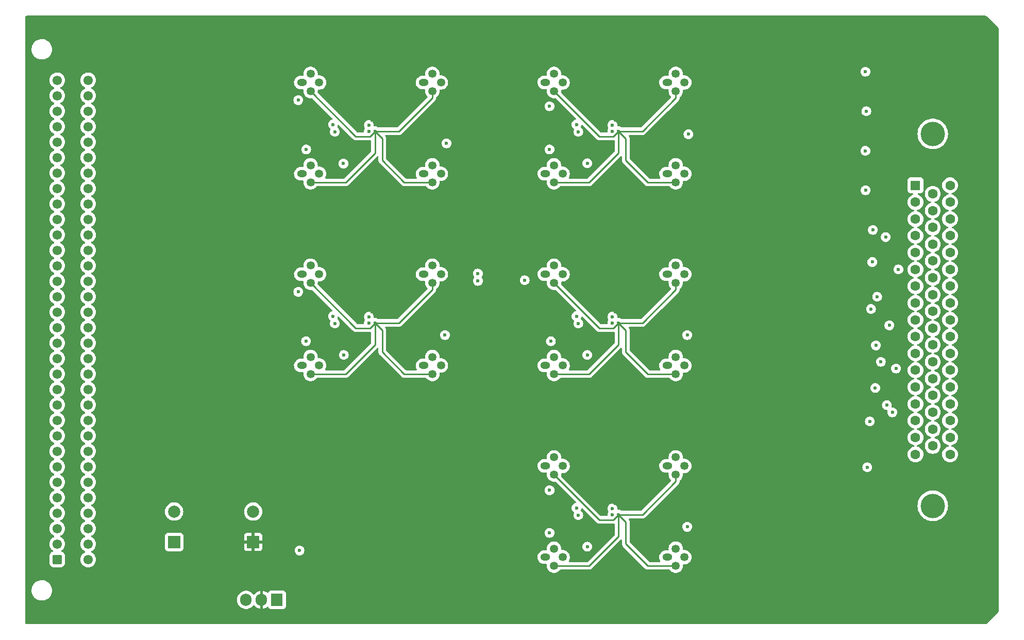
<source format=gbr>
%TF.GenerationSoftware,KiCad,Pcbnew,7.0.1*%
%TF.CreationDate,2023-05-27T02:15:05+02:00*%
%TF.ProjectId,main,6d61696e-2e6b-4696-9361-645f70636258,v1.0.1*%
%TF.SameCoordinates,Original*%
%TF.FileFunction,Copper,L3,Inr*%
%TF.FilePolarity,Positive*%
%FSLAX46Y46*%
G04 Gerber Fmt 4.6, Leading zero omitted, Abs format (unit mm)*
G04 Created by KiCad (PCBNEW 7.0.1) date 2023-05-27 02:15:05*
%MOMM*%
%LPD*%
G01*
G04 APERTURE LIST*
G04 Aperture macros list*
%AMRoundRect*
0 Rectangle with rounded corners*
0 $1 Rounding radius*
0 $2 $3 $4 $5 $6 $7 $8 $9 X,Y pos of 4 corners*
0 Add a 4 corners polygon primitive as box body*
4,1,4,$2,$3,$4,$5,$6,$7,$8,$9,$2,$3,0*
0 Add four circle primitives for the rounded corners*
1,1,$1+$1,$2,$3*
1,1,$1+$1,$4,$5*
1,1,$1+$1,$6,$7*
1,1,$1+$1,$8,$9*
0 Add four rect primitives between the rounded corners*
20,1,$1+$1,$2,$3,$4,$5,0*
20,1,$1+$1,$4,$5,$6,$7,0*
20,1,$1+$1,$6,$7,$8,$9,0*
20,1,$1+$1,$8,$9,$2,$3,0*%
G04 Aperture macros list end*
%TA.AperFunction,ComponentPad*%
%ADD10O,1.600000X1.200000*%
%TD*%
%TA.AperFunction,ComponentPad*%
%ADD11C,1.350000*%
%TD*%
%TA.AperFunction,ComponentPad*%
%ADD12R,1.905000X2.000000*%
%TD*%
%TA.AperFunction,ComponentPad*%
%ADD13O,1.905000X2.000000*%
%TD*%
%TA.AperFunction,ComponentPad*%
%ADD14C,4.000000*%
%TD*%
%TA.AperFunction,ComponentPad*%
%ADD15R,1.600000X1.600000*%
%TD*%
%TA.AperFunction,ComponentPad*%
%ADD16C,1.600000*%
%TD*%
%TA.AperFunction,ComponentPad*%
%ADD17R,2.000000X2.000000*%
%TD*%
%TA.AperFunction,ComponentPad*%
%ADD18C,2.000000*%
%TD*%
%TA.AperFunction,ComponentPad*%
%ADD19RoundRect,0.249999X0.525001X-0.525001X0.525001X0.525001X-0.525001X0.525001X-0.525001X-0.525001X0*%
%TD*%
%TA.AperFunction,ComponentPad*%
%ADD20C,1.550000*%
%TD*%
%TA.AperFunction,ViaPad*%
%ADD21C,0.600000*%
%TD*%
%TA.AperFunction,Conductor*%
%ADD22C,0.250000*%
%TD*%
G04 APERTURE END LIST*
D10*
%TO.N,Net-(R36-Pad2)*%
%TO.C,U10*%
X100500000Y-117500000D03*
D11*
%TO.N,/sheet61977749/GND_zener*%
X101914214Y-118914214D03*
%TO.N,/Reference Block 1/V_heater_pos*%
X103328428Y-117500000D03*
%TO.N,/sheet61977749/GND_heater*%
X101914214Y-116085786D03*
%TD*%
D10*
%TO.N,Net-(R46-Pad2)*%
%TO.C,U13*%
X120500000Y-102500000D03*
D11*
%TO.N,/sheet61977B89/GND_zener*%
X121914214Y-103914214D03*
%TO.N,/Reference Block 1/V_heater_pos*%
X123328428Y-102500000D03*
%TO.N,/sheet61977B89/GND_heater*%
X121914214Y-101085786D03*
%TD*%
D10*
%TO.N,Net-(R31-Pad2)*%
%TO.C,U9*%
X100500000Y-102500000D03*
D11*
%TO.N,/sheet61977749/GND_zener*%
X101914214Y-103914214D03*
%TO.N,/Reference Block 1/V_heater_pos*%
X103328428Y-102500000D03*
%TO.N,/sheet61977749/GND_heater*%
X101914214Y-101085786D03*
%TD*%
D10*
%TO.N,Net-(R16-Pad2)*%
%TO.C,U5*%
X140500000Y-86000000D03*
D11*
%TO.N,/Reference Block 1/GND_zener*%
X141914214Y-87414214D03*
%TO.N,/Reference Block 1/V_heater_pos*%
X143328428Y-86000000D03*
%TO.N,/Reference Block 1/GND_heater*%
X141914214Y-84585786D03*
%TD*%
D10*
%TO.N,Net-(R86-Pad2)*%
%TO.C,U23*%
X80500000Y-71000000D03*
D11*
%TO.N,/sheet6197BEAD/GND_zener*%
X81914214Y-72414214D03*
%TO.N,/Reference Block 1/V_heater_pos*%
X83328428Y-71000000D03*
%TO.N,/sheet6197BEAD/GND_heater*%
X81914214Y-69585786D03*
%TD*%
D10*
%TO.N,Net-(R11-Pad2)*%
%TO.C,U4*%
X140500000Y-71000000D03*
D11*
%TO.N,/Reference Block 1/GND_zener*%
X141914214Y-72414214D03*
%TO.N,/Reference Block 1/V_heater_pos*%
X143328428Y-71000000D03*
%TO.N,/Reference Block 1/GND_heater*%
X141914214Y-69585786D03*
%TD*%
D10*
%TO.N,Net-(R91-Pad2)*%
%TO.C,U24*%
X100500000Y-71000000D03*
D11*
%TO.N,/sheet6197BEAD/GND_zener*%
X101914214Y-72414214D03*
%TO.N,/Reference Block 1/V_heater_pos*%
X103328428Y-71000000D03*
%TO.N,/sheet6197BEAD/GND_heater*%
X101914214Y-69585786D03*
%TD*%
D10*
%TO.N,Net-(R76-Pad2)*%
%TO.C,U20*%
X140500000Y-149000000D03*
D11*
%TO.N,/sheet6197811F/GND_zener*%
X141914214Y-150414214D03*
%TO.N,/Reference Block 1/V_heater_pos*%
X143328428Y-149000000D03*
%TO.N,/sheet6197811F/GND_heater*%
X141914214Y-147585786D03*
%TD*%
D10*
%TO.N,Net-(R51-Pad2)*%
%TO.C,U14*%
X140500000Y-102500000D03*
D11*
%TO.N,/sheet61977B89/GND_zener*%
X141914214Y-103914214D03*
%TO.N,/Reference Block 1/V_heater_pos*%
X143328428Y-102500000D03*
%TO.N,/sheet61977B89/GND_heater*%
X141914214Y-101085786D03*
%TD*%
D10*
%TO.N,Net-(R66-Pad2)*%
%TO.C,U18*%
X120500000Y-134000000D03*
D11*
%TO.N,/sheet6197811F/GND_zener*%
X121914214Y-135414214D03*
%TO.N,/Reference Block 1/V_heater_pos*%
X123328428Y-134000000D03*
%TO.N,/sheet6197811F/GND_heater*%
X121914214Y-132585786D03*
%TD*%
D10*
%TO.N,Net-(R6-Pad2)*%
%TO.C,U3*%
X120500000Y-71000000D03*
D11*
%TO.N,/Reference Block 1/GND_zener*%
X121914214Y-72414214D03*
%TO.N,/Reference Block 1/V_heater_pos*%
X123328428Y-71000000D03*
%TO.N,/Reference Block 1/GND_heater*%
X121914214Y-69585786D03*
%TD*%
D10*
%TO.N,Net-(R71-Pad2)*%
%TO.C,U19*%
X140500000Y-134000000D03*
D11*
%TO.N,/sheet6197811F/GND_zener*%
X141914214Y-135414214D03*
%TO.N,/Reference Block 1/V_heater_pos*%
X143328428Y-134000000D03*
%TO.N,/sheet6197811F/GND_heater*%
X141914214Y-132585786D03*
%TD*%
D10*
%TO.N,Net-(R26-Pad2)*%
%TO.C,U8*%
X80500000Y-102500000D03*
D11*
%TO.N,/sheet61977749/GND_zener*%
X81914214Y-103914214D03*
%TO.N,/Reference Block 1/V_heater_pos*%
X83328428Y-102500000D03*
%TO.N,/sheet61977749/GND_heater*%
X81914214Y-101085786D03*
%TD*%
D10*
%TO.N,Net-(R21-Pad2)*%
%TO.C,U7*%
X80500000Y-117500000D03*
D11*
%TO.N,/sheet61977749/GND_zener*%
X81914214Y-118914214D03*
%TO.N,/Reference Block 1/V_heater_pos*%
X83328428Y-117500000D03*
%TO.N,/sheet61977749/GND_heater*%
X81914214Y-116085786D03*
%TD*%
D12*
%TO.N,Net-(U26-ADJ)*%
%TO.C,U26*%
X76400000Y-156000000D03*
D13*
%TO.N,/Reference Block 1/V_pos*%
X73860000Y-156000000D03*
%TO.N,Net-(#FLG0101-pwr)*%
X71320000Y-156000000D03*
%TD*%
D10*
%TO.N,Net-(R81-Pad2)*%
%TO.C,U22*%
X80500000Y-86000000D03*
D11*
%TO.N,/sheet6197BEAD/GND_zener*%
X81914214Y-87414214D03*
%TO.N,/Reference Block 1/V_heater_pos*%
X83328428Y-86000000D03*
%TO.N,/sheet6197BEAD/GND_heater*%
X81914214Y-84585786D03*
%TD*%
D10*
%TO.N,Net-(R56-Pad2)*%
%TO.C,U15*%
X140500000Y-117500000D03*
D11*
%TO.N,/sheet61977B89/GND_zener*%
X141914214Y-118914214D03*
%TO.N,/Reference Block 1/V_heater_pos*%
X143328428Y-117500000D03*
%TO.N,/sheet61977B89/GND_heater*%
X141914214Y-116085786D03*
%TD*%
D10*
%TO.N,Net-(R41-Pad2)*%
%TO.C,U12*%
X120500000Y-117500000D03*
D11*
%TO.N,/sheet61977B89/GND_zener*%
X121914214Y-118914214D03*
%TO.N,/Reference Block 1/V_heater_pos*%
X123328428Y-117500000D03*
%TO.N,/sheet61977B89/GND_heater*%
X121914214Y-116085786D03*
%TD*%
D14*
%TO.N,GND*%
%TO.C,J2*%
X184140000Y-140555000D03*
X184140000Y-79445000D03*
D15*
%TO.N,/D1+*%
X181300000Y-87900000D03*
D16*
%TO.N,/D1-*%
X181300000Y-90670000D03*
%TO.N,/D4+*%
X181300000Y-93440000D03*
%TO.N,/D4-*%
X181300000Y-96180000D03*
%TO.N,/D7+*%
X181300000Y-98950000D03*
%TO.N,/D7-*%
X181300000Y-101720000D03*
%TO.N,/D10+*%
X181300000Y-104460000D03*
%TO.N,/D10-*%
X181300000Y-107230000D03*
%TO.N,/D13+*%
X181300000Y-110000000D03*
%TO.N,/D13-*%
X181300000Y-112740000D03*
%TO.N,/D16+*%
X181300000Y-115490000D03*
%TO.N,/D16-*%
X181300000Y-118280000D03*
%TO.N,/D19+*%
X181300000Y-121050000D03*
%TO.N,/D19-*%
X181300000Y-123820000D03*
%TO.N,Net-(J2-Pad15)*%
X181300000Y-126560000D03*
%TO.N,Net-(J2-Pad16)*%
X181300000Y-129330000D03*
%TO.N,unconnected-(J2-Pad17)*%
X181300000Y-132100000D03*
%TO.N,/D2+*%
X184140000Y-89300000D03*
%TO.N,/D2-*%
X184140000Y-92040000D03*
%TO.N,/D5+*%
X184140000Y-94810000D03*
%TO.N,/D5-*%
X184140000Y-97580000D03*
%TO.N,/D8+*%
X184140000Y-100320000D03*
%TO.N,/D8-*%
X184140000Y-103090000D03*
%TO.N,/D11+*%
X184140000Y-105860000D03*
%TO.N,/D11-*%
X184140000Y-108600000D03*
%TO.N,/D14+*%
X184140000Y-111400000D03*
%TO.N,/D14-*%
X184140000Y-114110000D03*
%TO.N,/D17+*%
X184140000Y-116910000D03*
%TO.N,/D17-*%
X184140000Y-119680000D03*
%TO.N,/D20+*%
X184140000Y-122420000D03*
%TO.N,/D20-*%
X184140000Y-125190000D03*
%TO.N,Net-(J2-Pad32)*%
X184140000Y-127960000D03*
%TO.N,Net-(J2-Pad33)*%
X184140000Y-130700000D03*
%TO.N,/D3+*%
X186980000Y-87900000D03*
%TO.N,/D3-*%
X186980000Y-90670000D03*
%TO.N,/D6+*%
X186980000Y-93440000D03*
%TO.N,/D6-*%
X186980000Y-96180000D03*
%TO.N,/D9+*%
X186980000Y-98950000D03*
%TO.N,/D9-*%
X186980000Y-101720000D03*
%TO.N,/D12+*%
X186980000Y-104460000D03*
%TO.N,/D12-*%
X186980000Y-107230000D03*
%TO.N,/D15+*%
X186980000Y-110000000D03*
%TO.N,/D15-*%
X186980000Y-112740000D03*
%TO.N,/D18+*%
X186980000Y-115490000D03*
%TO.N,/D18-*%
X186980000Y-118280000D03*
%TO.N,unconnected-(J2-Pad46)*%
X186980000Y-121050000D03*
%TO.N,unconnected-(J2-Pad47)*%
X186980000Y-123820000D03*
%TO.N,unconnected-(J2-Pad48)*%
X186980000Y-126560000D03*
%TO.N,unconnected-(J2-Pad49)*%
X186980000Y-129330000D03*
%TO.N,unconnected-(J2-Pad50)*%
X186980000Y-132100000D03*
%TD*%
D10*
%TO.N,Net-(R96-Pad2)*%
%TO.C,U25*%
X100500000Y-86000000D03*
D11*
%TO.N,/sheet6197BEAD/GND_zener*%
X101914214Y-87414214D03*
%TO.N,/Reference Block 1/V_heater_pos*%
X103328428Y-86000000D03*
%TO.N,/sheet6197BEAD/GND_heater*%
X101914214Y-84585786D03*
%TD*%
D10*
%TO.N,Net-(R61-Pad2)*%
%TO.C,U17*%
X120500000Y-149000000D03*
D11*
%TO.N,/sheet6197811F/GND_zener*%
X121914214Y-150414214D03*
%TO.N,/Reference Block 1/V_heater_pos*%
X123328428Y-149000000D03*
%TO.N,/sheet6197811F/GND_heater*%
X121914214Y-147585786D03*
%TD*%
D17*
%TO.N,Net-(#FLG0101-pwr)*%
%TO.C,C106*%
X59500000Y-146500000D03*
D18*
%TO.N,GND*%
X59500000Y-141500000D03*
%TD*%
D10*
%TO.N,Net-(R1-Pad2)*%
%TO.C,U2*%
X120500000Y-86000000D03*
D11*
%TO.N,/Reference Block 1/GND_zener*%
X121914214Y-87414214D03*
%TO.N,/Reference Block 1/V_heater_pos*%
X123328428Y-86000000D03*
%TO.N,/Reference Block 1/GND_heater*%
X121914214Y-84585786D03*
%TD*%
D17*
%TO.N,/Reference Block 1/V_pos*%
%TO.C,C107*%
X72500000Y-146500000D03*
D18*
%TO.N,GND*%
X72500000Y-141500000D03*
%TD*%
D19*
%TO.N,Net-(#FLG0101-pwr)*%
%TO.C,J1*%
X40300000Y-149370000D03*
D20*
X40300000Y-146830000D03*
X40300000Y-144290000D03*
%TO.N,unconnected-(J1-Pin_a4-Pada4)*%
X40300000Y-141750000D03*
%TO.N,unconnected-(J1-Pin_a5-Pada5)*%
X40300000Y-139210000D03*
%TO.N,unconnected-(J1-Pin_a6-Pada6)*%
X40300000Y-136670000D03*
%TO.N,unconnected-(J1-Pin_a7-Pada7)*%
X40300000Y-134130000D03*
%TO.N,unconnected-(J1-Pin_a8-Pada8)*%
X40300000Y-131590000D03*
%TO.N,unconnected-(J1-Pin_a9-Pada9)*%
X40300000Y-129050000D03*
%TO.N,unconnected-(J1-Pin_a10-Pada10)*%
X40300000Y-126510000D03*
%TO.N,unconnected-(J1-Pin_a11-Pada11)*%
X40300000Y-123970000D03*
%TO.N,unconnected-(J1-Pin_a12-Pada12)*%
X40300000Y-121430000D03*
%TO.N,unconnected-(J1-Pin_a13-Pada13)*%
X40300000Y-118890000D03*
%TO.N,unconnected-(J1-Pin_a14-Pada14)*%
X40300000Y-116350000D03*
%TO.N,GND*%
X40300000Y-113810000D03*
X40300000Y-111270000D03*
X40300000Y-108730000D03*
X40300000Y-106190000D03*
%TO.N,unconnected-(J1-Pin_a19-Pada19)*%
X40300000Y-103650000D03*
%TO.N,unconnected-(J1-Pin_a20-Pada20)*%
X40300000Y-101110000D03*
%TO.N,unconnected-(J1-Pin_a21-Pada21)*%
X40300000Y-98570000D03*
%TO.N,unconnected-(J1-Pin_a22-Pada22)*%
X40300000Y-96030000D03*
%TO.N,unconnected-(J1-Pin_a23-Pada23)*%
X40300000Y-93490000D03*
%TO.N,unconnected-(J1-Pin_a24-Pada24)*%
X40300000Y-90950000D03*
%TO.N,unconnected-(J1-Pin_a25-Pada25)*%
X40300000Y-88410000D03*
%TO.N,unconnected-(J1-Pin_a26-Pada26)*%
X40300000Y-85870000D03*
%TO.N,unconnected-(J1-Pin_a27-Pada27)*%
X40300000Y-83330000D03*
%TO.N,unconnected-(J1-Pin_a28-Pada28)*%
X40300000Y-80790000D03*
%TO.N,unconnected-(J1-Pin_a29-Pada29)*%
X40300000Y-78250000D03*
%TO.N,unconnected-(J1-Pin_a30-Pada30)*%
X40300000Y-75710000D03*
%TO.N,unconnected-(J1-Pin_a31-Pada31)*%
X40300000Y-73170000D03*
%TO.N,unconnected-(J1-Pin_a32-Pada32)*%
X40300000Y-70630000D03*
%TO.N,Net-(#FLG0101-pwr)*%
X45380000Y-149370000D03*
X45380000Y-146830000D03*
X45380000Y-144290000D03*
%TO.N,unconnected-(J1-Pin_c4-Padc4)*%
X45380000Y-141750000D03*
%TO.N,unconnected-(J1-Pin_c5-Padc5)*%
X45380000Y-139210000D03*
%TO.N,unconnected-(J1-Pin_c6-Padc6)*%
X45380000Y-136670000D03*
%TO.N,unconnected-(J1-Pin_c7-Padc7)*%
X45380000Y-134130000D03*
%TO.N,unconnected-(J1-Pin_c8-Padc8)*%
X45380000Y-131590000D03*
%TO.N,unconnected-(J1-Pin_c9-Padc9)*%
X45380000Y-129050000D03*
%TO.N,unconnected-(J1-Pin_c10-Padc10)*%
X45380000Y-126510000D03*
%TO.N,unconnected-(J1-Pin_c11-Padc11)*%
X45380000Y-123970000D03*
%TO.N,unconnected-(J1-Pin_c12-Padc12)*%
X45380000Y-121430000D03*
%TO.N,unconnected-(J1-Pin_c13-Padc13)*%
X45380000Y-118890000D03*
%TO.N,unconnected-(J1-Pin_c14-Padc14)*%
X45380000Y-116350000D03*
%TO.N,GND*%
X45380000Y-113810000D03*
X45380000Y-111270000D03*
X45380000Y-108730000D03*
X45380000Y-106190000D03*
%TO.N,unconnected-(J1-Pin_c19-Padc19)*%
X45380000Y-103650000D03*
%TO.N,unconnected-(J1-Pin_c20-Padc20)*%
X45380000Y-101110000D03*
%TO.N,unconnected-(J1-Pin_c21-Padc21)*%
X45380000Y-98570000D03*
%TO.N,unconnected-(J1-Pin_c22-Padc22)*%
X45380000Y-96030000D03*
%TO.N,unconnected-(J1-Pin_c23-Padc23)*%
X45380000Y-93490000D03*
%TO.N,unconnected-(J1-Pin_c24-Padc24)*%
X45380000Y-90950000D03*
%TO.N,unconnected-(J1-Pin_c25-Padc25)*%
X45380000Y-88410000D03*
%TO.N,unconnected-(J1-Pin_c26-Padc26)*%
X45380000Y-85870000D03*
%TO.N,unconnected-(J1-Pin_c27-Padc27)*%
X45380000Y-83330000D03*
%TO.N,unconnected-(J1-Pin_c28-Padc28)*%
X45380000Y-80790000D03*
%TO.N,unconnected-(J1-Pin_c29-Padc29)*%
X45380000Y-78250000D03*
%TO.N,unconnected-(J1-Pin_c30-Padc30)*%
X45380000Y-75710000D03*
%TO.N,unconnected-(J1-Pin_c31-Padc31)*%
X45380000Y-73170000D03*
%TO.N,unconnected-(J1-Pin_c32-Padc32)*%
X45380000Y-70630000D03*
%TD*%
D21*
%TO.N,GND*%
X131500000Y-142000000D03*
X131500000Y-79000000D03*
X91500000Y-110500000D03*
X80100000Y-147900000D03*
X125600000Y-140900000D03*
X91500000Y-79000000D03*
X125600000Y-77900000D03*
X125600000Y-109400000D03*
X85600000Y-77900000D03*
X131500000Y-110500000D03*
X85600000Y-109400000D03*
%TO.N,/Reference Block 1/V_pos*%
X111700000Y-154950000D03*
X111700000Y-91950000D03*
X92000000Y-77200000D03*
X131700000Y-123450000D03*
X92000000Y-108700000D03*
X132000000Y-108700000D03*
X132000000Y-140200000D03*
X71700000Y-108450000D03*
X132000000Y-77200000D03*
X111700000Y-108450000D03*
X71700000Y-91950000D03*
X131700000Y-154950000D03*
X91700000Y-123450000D03*
X131700000Y-91950000D03*
X111700000Y-123450000D03*
X111700000Y-76950000D03*
X71700000Y-76950000D03*
X91700000Y-91950000D03*
X71700000Y-123450000D03*
X111700000Y-139950000D03*
%TO.N,Net-(C5-Pad1)*%
X121175000Y-82000000D03*
%TO.N,/D1-*%
X173075000Y-69225000D03*
%TO.N,Net-(C10-Pad1)*%
X121175000Y-74900000D03*
%TO.N,/D2-*%
X173225000Y-75725000D03*
%TO.N,/D3-*%
X173075000Y-82225000D03*
%TO.N,Net-(C20-Pad1)*%
X144000000Y-79500000D03*
%TO.N,/D4-*%
X173100000Y-88700000D03*
%TO.N,Net-(C26-Pad1)*%
X81175000Y-113500000D03*
%TO.N,/D5-*%
X176400000Y-96400000D03*
%TO.N,Net-(C31-Pad1)*%
X79900000Y-105400000D03*
%TO.N,/D6+*%
X174300000Y-95225000D03*
%TO.N,/D7-*%
X178500000Y-101720000D03*
%TO.N,Net-(C41-Pad1)*%
X104000000Y-112500000D03*
%TO.N,/D8+*%
X174200000Y-100500000D03*
%TO.N,Net-(C47-Pad1)*%
X121400000Y-113500000D03*
%TO.N,/D9-*%
X175000000Y-106200000D03*
%TO.N,/D10+*%
X174000000Y-108225000D03*
%TO.N,/D11-*%
X177000000Y-110900000D03*
%TO.N,Net-(C62-Pad1)*%
X143800000Y-112500000D03*
%TO.N,/D12+*%
X174800000Y-114200000D03*
%TO.N,Net-(C68-Pad1)*%
X121175000Y-145000000D03*
%TO.N,/D13-*%
X175600000Y-116900000D03*
%TO.N,Net-(C73-Pad1)*%
X121175000Y-138000000D03*
%TO.N,/D14+*%
X174700000Y-121200000D03*
%TO.N,/D15-*%
X178100000Y-118000000D03*
%TO.N,Net-(C83-Pad1)*%
X143800000Y-144000000D03*
%TO.N,/D16+*%
X173800000Y-126700000D03*
%TO.N,Net-(C89-Pad1)*%
X81200000Y-82000000D03*
%TO.N,/D17-*%
X173375000Y-134225000D03*
%TO.N,Net-(C94-Pad1)*%
X79900000Y-73900000D03*
%TO.N,/D18-*%
X176600000Y-124000000D03*
%TO.N,/D19-*%
X177500000Y-125200000D03*
%TO.N,Net-(C104-Pad1)*%
X104250000Y-81000000D03*
%TO.N,Net-(J2-Pad16)*%
X109400000Y-102400000D03*
%TO.N,Net-(J2-Pad15)*%
X109400000Y-103600000D03*
%TO.N,/Reference Block 1/V_heater_pos*%
X125900000Y-142100000D03*
X125900000Y-79100000D03*
X125900000Y-110600000D03*
X85900000Y-79100000D03*
X85900000Y-110600000D03*
%TO.N,Net-(C52-Pad2)*%
X117100000Y-103500000D03*
%TO.N,/Reference Block 1/GND_heater*%
X127375000Y-84275000D03*
X131500000Y-78000000D03*
%TO.N,/sheet61977749/GND_heater*%
X91500000Y-109500000D03*
X87375000Y-115775000D03*
%TO.N,/sheet61977B89/GND_heater*%
X127375000Y-115775000D03*
X131500000Y-109500000D03*
%TO.N,/sheet6197811F/GND_heater*%
X127375000Y-147275000D03*
X131500000Y-141000000D03*
%TO.N,/sheet6197BEAD/GND_heater*%
X91500000Y-78000000D03*
X87325000Y-84325000D03*
%TO.N,/sheet61977B89/GND_zener*%
X132500000Y-110500000D03*
%TO.N,/sheet6197811F/GND_zener*%
X132500000Y-142000000D03*
%TO.N,/sheet6197BEAD/GND_zener*%
X92500000Y-79000000D03*
%TO.N,/sheet61977749/GND_zener*%
X92500000Y-110500000D03*
%TO.N,/Reference Block 1/GND_zener*%
X132500000Y-79000000D03*
%TD*%
D22*
%TO.N,/sheet61977B89/GND_zener*%
X133700000Y-111700000D02*
X132500000Y-110500000D01*
X129350000Y-111350000D02*
X131650000Y-111350000D01*
X121914214Y-118914214D02*
X127685786Y-118914214D01*
X131650000Y-111350000D02*
X132500000Y-110500000D01*
X131650000Y-111350000D02*
X132500000Y-110500000D01*
X133700000Y-115300000D02*
X133700000Y-111700000D01*
X132500000Y-114100000D02*
X132500000Y-110500000D01*
X141914214Y-103914214D02*
X141914214Y-105035786D01*
X121914214Y-103914214D02*
X129350000Y-111350000D01*
X141914214Y-105035786D02*
X136450000Y-110500000D01*
X137314214Y-118914214D02*
X133700000Y-115300000D01*
X127685786Y-118914214D02*
X132500000Y-114100000D01*
X141914214Y-118914214D02*
X137314214Y-118914214D01*
X129350000Y-111350000D02*
X131650000Y-111350000D01*
X136450000Y-110500000D02*
X132500000Y-110500000D01*
%TO.N,/sheet6197811F/GND_zener*%
X141914214Y-135414214D02*
X141914214Y-136535786D01*
X141914214Y-150414214D02*
X137314214Y-150414214D01*
X127685786Y-150414214D02*
X132500000Y-145600000D01*
X133700000Y-143200000D02*
X132500000Y-142000000D01*
X136450000Y-142000000D02*
X132500000Y-142000000D01*
X133700000Y-146800000D02*
X133700000Y-143200000D01*
X129350000Y-142850000D02*
X131650000Y-142850000D01*
X137314214Y-150414214D02*
X133700000Y-146800000D01*
X141914214Y-136535786D02*
X136450000Y-142000000D01*
X129350000Y-142850000D02*
X131650000Y-142850000D01*
X121914214Y-135414214D02*
X129350000Y-142850000D01*
X131650000Y-142850000D02*
X132500000Y-142000000D01*
X121914214Y-150414214D02*
X127685786Y-150414214D01*
X131650000Y-142850000D02*
X132500000Y-142000000D01*
X132500000Y-145600000D02*
X132500000Y-142000000D01*
%TO.N,/sheet6197BEAD/GND_zener*%
X101914214Y-87414214D02*
X97314214Y-87414214D01*
X87685786Y-87414214D02*
X92500000Y-82600000D01*
X81914214Y-87414214D02*
X87685786Y-87414214D01*
X81914214Y-72414214D02*
X89350000Y-79850000D01*
X97314214Y-87414214D02*
X93700000Y-83800000D01*
X91650000Y-79850000D02*
X92500000Y-79000000D01*
X89350000Y-79850000D02*
X91650000Y-79850000D01*
X101914214Y-72414214D02*
X101914214Y-73535786D01*
X96450000Y-79000000D02*
X92500000Y-79000000D01*
X101914214Y-73535786D02*
X96450000Y-79000000D01*
X93700000Y-80200000D02*
X92500000Y-79000000D01*
X93700000Y-83800000D02*
X93700000Y-80200000D01*
X92500000Y-82600000D02*
X92500000Y-79000000D01*
%TO.N,/sheet61977749/GND_zener*%
X97314214Y-118914214D02*
X93700000Y-115300000D01*
X93700000Y-111700000D02*
X92500000Y-110500000D01*
X93700000Y-115300000D02*
X93700000Y-111700000D01*
X81914214Y-103914214D02*
X89350000Y-111350000D01*
X91650000Y-111350000D02*
X92500000Y-110500000D01*
X81914214Y-118914214D02*
X87685786Y-118914214D01*
X101914214Y-103914214D02*
X101914214Y-105035786D01*
X101914214Y-105035786D02*
X96450000Y-110500000D01*
X87685786Y-118914214D02*
X92500000Y-114100000D01*
X91650000Y-111350000D02*
X92500000Y-110500000D01*
X89350000Y-111350000D02*
X91650000Y-111350000D01*
X89350000Y-111350000D02*
X91650000Y-111350000D01*
X96450000Y-110500000D02*
X92500000Y-110500000D01*
X92500000Y-114100000D02*
X92500000Y-110500000D01*
X101914214Y-118914214D02*
X97314214Y-118914214D01*
%TO.N,/Reference Block 1/GND_zener*%
X129350000Y-79850000D02*
X131650000Y-79850000D01*
X141914214Y-87414214D02*
X137314214Y-87414214D01*
X141914214Y-72414214D02*
X141914214Y-73535786D01*
X137314214Y-87414214D02*
X133700000Y-83800000D01*
X133700000Y-83800000D02*
X133700000Y-80200000D01*
X121914214Y-72414214D02*
X129350000Y-79850000D01*
X131650000Y-79850000D02*
X132500000Y-79000000D01*
X121914214Y-87414214D02*
X127685786Y-87414214D01*
X129350000Y-79850000D02*
X131650000Y-79850000D01*
X133700000Y-80200000D02*
X132500000Y-79000000D01*
X131650000Y-79850000D02*
X132500000Y-79000000D01*
X136450000Y-79000000D02*
X132500000Y-79000000D01*
X141914214Y-73535786D02*
X136450000Y-79000000D01*
X132500000Y-82600000D02*
X132500000Y-79000000D01*
X127685786Y-87414214D02*
X132500000Y-82600000D01*
%TD*%
%TA.AperFunction,Conductor*%
%TO.N,/Reference Block 1/V_pos*%
G36*
X192834350Y-60034939D02*
G01*
X193092428Y-60141838D01*
X193132654Y-60168717D01*
X194831281Y-61867344D01*
X194858161Y-61907572D01*
X194965061Y-62165650D01*
X194974500Y-62213103D01*
X194974500Y-157786897D01*
X194965061Y-157834350D01*
X194858161Y-158092426D01*
X194831281Y-158132654D01*
X193132654Y-159831281D01*
X193092426Y-159858161D01*
X192834350Y-159965061D01*
X192786897Y-159974500D01*
X35275862Y-159974500D01*
X35228409Y-159965061D01*
X35188181Y-159938181D01*
X35061819Y-159811819D01*
X35034939Y-159771591D01*
X35025500Y-159724138D01*
X35025500Y-154385635D01*
X36080801Y-154385635D01*
X36086704Y-154539619D01*
X36090656Y-154642718D01*
X36139639Y-154895283D01*
X36160056Y-154952130D01*
X36226601Y-155137413D01*
X36349505Y-155363430D01*
X36505465Y-155568030D01*
X36505468Y-155568033D01*
X36505469Y-155568034D01*
X36690838Y-155746434D01*
X36901268Y-155894447D01*
X37131826Y-156008604D01*
X37377108Y-156086228D01*
X37631364Y-156125500D01*
X37824227Y-156125500D01*
X37824229Y-156125500D01*
X37848227Y-156123657D01*
X38016517Y-156110737D01*
X38029897Y-156107606D01*
X69867000Y-156107606D01*
X69881904Y-156287471D01*
X69881904Y-156287474D01*
X69881905Y-156287476D01*
X69941017Y-156520905D01*
X70037745Y-156741422D01*
X70169449Y-156943010D01*
X70332537Y-157120171D01*
X70522561Y-157268072D01*
X70734336Y-157382679D01*
X70962087Y-157460866D01*
X71199601Y-157500500D01*
X71440399Y-157500500D01*
X71677913Y-157460866D01*
X71905664Y-157382679D01*
X72117439Y-157268072D01*
X72307463Y-157120171D01*
X72470551Y-156943010D01*
X72486490Y-156918612D01*
X72531279Y-156877381D01*
X72590297Y-156862435D01*
X72649315Y-156877380D01*
X72694107Y-156918614D01*
X72709846Y-156942704D01*
X72872873Y-157119798D01*
X73062835Y-157267651D01*
X73274539Y-157382219D01*
X73502207Y-157460380D01*
X73609999Y-157478366D01*
X73610000Y-157478367D01*
X73610000Y-157478366D01*
X74110000Y-157478366D01*
X74217792Y-157460380D01*
X74445460Y-157382219D01*
X74657164Y-157267651D01*
X74799746Y-157156675D01*
X74852174Y-157132821D01*
X74909724Y-157135228D01*
X74959977Y-157163377D01*
X74992090Y-157211192D01*
X75003704Y-157242331D01*
X75089954Y-157357546D01*
X75205169Y-157443796D01*
X75340017Y-157494091D01*
X75399627Y-157500500D01*
X77400372Y-157500499D01*
X77459983Y-157494091D01*
X77594831Y-157443796D01*
X77710046Y-157357546D01*
X77796296Y-157242331D01*
X77846591Y-157107483D01*
X77853000Y-157047873D01*
X77852999Y-154952128D01*
X77846591Y-154892517D01*
X77796296Y-154757669D01*
X77710046Y-154642454D01*
X77594831Y-154556204D01*
X77459983Y-154505909D01*
X77400373Y-154499500D01*
X77400369Y-154499500D01*
X75399630Y-154499500D01*
X75340015Y-154505909D01*
X75205169Y-154556204D01*
X75089954Y-154642454D01*
X75003703Y-154757670D01*
X74992090Y-154788806D01*
X74959976Y-154836622D01*
X74909724Y-154864770D01*
X74852175Y-154867177D01*
X74799747Y-154843324D01*
X74657164Y-154732347D01*
X74445460Y-154617780D01*
X74217792Y-154539619D01*
X74110000Y-154521633D01*
X74110000Y-157478366D01*
X73610000Y-157478366D01*
X73610000Y-154521634D01*
X73609999Y-154521633D01*
X73502207Y-154539619D01*
X73274539Y-154617780D01*
X73062835Y-154732348D01*
X72872873Y-154880201D01*
X72709846Y-155057294D01*
X72694106Y-155081387D01*
X72649314Y-155122619D01*
X72590297Y-155137564D01*
X72531280Y-155122619D01*
X72486490Y-155081387D01*
X72470551Y-155056990D01*
X72307463Y-154879829D01*
X72117439Y-154731928D01*
X71905664Y-154617321D01*
X71905660Y-154617319D01*
X71905659Y-154617319D01*
X71677915Y-154539134D01*
X71440399Y-154499500D01*
X71199601Y-154499500D01*
X70962084Y-154539134D01*
X70734340Y-154617319D01*
X70734336Y-154617320D01*
X70734336Y-154617321D01*
X70593152Y-154693725D01*
X70522559Y-154731929D01*
X70332536Y-154879829D01*
X70169448Y-155056991D01*
X70037745Y-155258577D01*
X69941017Y-155479093D01*
X69881904Y-155712528D01*
X69867000Y-155892394D01*
X69867000Y-156107606D01*
X38029897Y-156107606D01*
X38267021Y-156052117D01*
X38505641Y-155955944D01*
X38726783Y-155824474D01*
X38925265Y-155660787D01*
X39096435Y-155468720D01*
X39236279Y-155252775D01*
X39341521Y-155018014D01*
X39409693Y-154769939D01*
X39439198Y-154514365D01*
X39429344Y-154257282D01*
X39380361Y-154004717D01*
X39293399Y-153762588D01*
X39170496Y-153536572D01*
X39090237Y-153431282D01*
X39014534Y-153331969D01*
X39014531Y-153331966D01*
X38829162Y-153153566D01*
X38618732Y-153005553D01*
X38618730Y-153005552D01*
X38388173Y-152891395D01*
X38142894Y-152813772D01*
X37973388Y-152787590D01*
X37888636Y-152774500D01*
X37695773Y-152774500D01*
X37695771Y-152774500D01*
X37503483Y-152789263D01*
X37252979Y-152847882D01*
X37014360Y-152944055D01*
X36793217Y-153075525D01*
X36594733Y-153239213D01*
X36423562Y-153431282D01*
X36283721Y-153647222D01*
X36178478Y-153881987D01*
X36110307Y-154130057D01*
X36080801Y-154385635D01*
X35025500Y-154385635D01*
X35025500Y-146829999D01*
X39019627Y-146829999D01*
X39039079Y-147052331D01*
X39096844Y-147267914D01*
X39147677Y-147376925D01*
X39191165Y-147470186D01*
X39319178Y-147653007D01*
X39476993Y-147810822D01*
X39606562Y-147901547D01*
X39649296Y-147954007D01*
X39658128Y-148021092D01*
X39630427Y-148082826D01*
X39574441Y-148120827D01*
X39455665Y-148160186D01*
X39455663Y-148160186D01*
X39455663Y-148160187D01*
X39306342Y-148252288D01*
X39182288Y-148376342D01*
X39090186Y-148525664D01*
X39035000Y-148692201D01*
X39024500Y-148794990D01*
X39024500Y-149945010D01*
X39035000Y-150047798D01*
X39090186Y-150214335D01*
X39182288Y-150363657D01*
X39306342Y-150487711D01*
X39306344Y-150487712D01*
X39455665Y-150579814D01*
X39567015Y-150616712D01*
X39622201Y-150634999D01*
X39724990Y-150645500D01*
X40875010Y-150645500D01*
X40977798Y-150634999D01*
X40977798Y-150634998D01*
X41144335Y-150579814D01*
X41293656Y-150487712D01*
X41417712Y-150363656D01*
X41509814Y-150214335D01*
X41564999Y-150047798D01*
X41575500Y-149945010D01*
X41575500Y-149369999D01*
X44099627Y-149369999D01*
X44119079Y-149592331D01*
X44176844Y-149807914D01*
X44227677Y-149916925D01*
X44271165Y-150010186D01*
X44399178Y-150193007D01*
X44556993Y-150350822D01*
X44739814Y-150478835D01*
X44942087Y-150573156D01*
X45157666Y-150630920D01*
X45305888Y-150643887D01*
X45379999Y-150650372D01*
X45379999Y-150650371D01*
X45380000Y-150650372D01*
X45602334Y-150630920D01*
X45817913Y-150573156D01*
X46020186Y-150478835D01*
X46203007Y-150350822D01*
X46360822Y-150193007D01*
X46488835Y-150010186D01*
X46583156Y-149807913D01*
X46640920Y-149592334D01*
X46660372Y-149370000D01*
X46640920Y-149147666D01*
X46587258Y-148947396D01*
X119195746Y-148947396D01*
X119205746Y-149157330D01*
X119255297Y-149361580D01*
X119342602Y-149552752D01*
X119426409Y-149670441D01*
X119464514Y-149723952D01*
X119616622Y-149868986D01*
X119688964Y-149915478D01*
X119793425Y-149982612D01*
X119832580Y-149998287D01*
X119988543Y-150060725D01*
X120126124Y-150087241D01*
X120194914Y-150100500D01*
X120626726Y-150100500D01*
X120692003Y-150119073D01*
X120737726Y-150169228D01*
X120750197Y-150235941D01*
X120733678Y-150414213D01*
X120753778Y-150631139D01*
X120813395Y-150840671D01*
X120910501Y-151035685D01*
X121041787Y-151209537D01*
X121189707Y-151344383D01*
X121202782Y-151356302D01*
X121295392Y-151413643D01*
X121388005Y-151470987D01*
X121572205Y-151542346D01*
X121591145Y-151549684D01*
X121805288Y-151589714D01*
X122023138Y-151589714D01*
X122023140Y-151589714D01*
X122237283Y-151549684D01*
X122372710Y-151497218D01*
X122440422Y-151470987D01*
X122440424Y-151470986D01*
X122625646Y-151356302D01*
X122786641Y-151209536D01*
X122877676Y-151088985D01*
X122921356Y-151052714D01*
X122976628Y-151039714D01*
X127603042Y-151039714D01*
X127623548Y-151041978D01*
X127626451Y-151041886D01*
X127626453Y-151041887D01*
X127693658Y-151039775D01*
X127697554Y-151039714D01*
X127725135Y-151039714D01*
X127725136Y-151039714D01*
X127729105Y-151039212D01*
X127740751Y-151038294D01*
X127784413Y-151036923D01*
X127803645Y-151031334D01*
X127822704Y-151027388D01*
X127829885Y-151026481D01*
X127842578Y-151024878D01*
X127883193Y-151008796D01*
X127894230Y-151005017D01*
X127936176Y-150992832D01*
X127953415Y-150982636D01*
X127970888Y-150974076D01*
X127989518Y-150966700D01*
X128024850Y-150941028D01*
X128034616Y-150934614D01*
X128072204Y-150912385D01*
X128072203Y-150912385D01*
X128072206Y-150912384D01*
X128086371Y-150898218D01*
X128101159Y-150885587D01*
X128117373Y-150873808D01*
X128145224Y-150840140D01*
X128153065Y-150831523D01*
X132862819Y-146121770D01*
X132912182Y-146091520D01*
X132969898Y-146086978D01*
X133023385Y-146109133D01*
X133060985Y-146153156D01*
X133074500Y-146209451D01*
X133074500Y-146717256D01*
X133072235Y-146737762D01*
X133074439Y-146807873D01*
X133074500Y-146811768D01*
X133074500Y-146839349D01*
X133075003Y-146843334D01*
X133075918Y-146854967D01*
X133077290Y-146898626D01*
X133082879Y-146917860D01*
X133086825Y-146936916D01*
X133089335Y-146956792D01*
X133105414Y-146997404D01*
X133109197Y-147008451D01*
X133121382Y-147050391D01*
X133131580Y-147067635D01*
X133140136Y-147085100D01*
X133147514Y-147103732D01*
X133147515Y-147103733D01*
X133173180Y-147139059D01*
X133179593Y-147148822D01*
X133201826Y-147186416D01*
X133201829Y-147186419D01*
X133201830Y-147186420D01*
X133215995Y-147200585D01*
X133228627Y-147215375D01*
X133240406Y-147231587D01*
X133274058Y-147259426D01*
X133282699Y-147267289D01*
X136813410Y-150798001D01*
X136826310Y-150814102D01*
X136877437Y-150862114D01*
X136880234Y-150864825D01*
X136899743Y-150884334D01*
X136902925Y-150886802D01*
X136911785Y-150894369D01*
X136943631Y-150924275D01*
X136943632Y-150924276D01*
X136961184Y-150933925D01*
X136977452Y-150944611D01*
X136993278Y-150956887D01*
X137033360Y-150974231D01*
X137043847Y-150979369D01*
X137082121Y-151000411D01*
X137090624Y-151002593D01*
X137101522Y-151005392D01*
X137119927Y-151011692D01*
X137138318Y-151019651D01*
X137181464Y-151026484D01*
X137192882Y-151028849D01*
X137235195Y-151039714D01*
X137255230Y-151039714D01*
X137274629Y-151041241D01*
X137294410Y-151044374D01*
X137337888Y-151040264D01*
X137349558Y-151039714D01*
X140851800Y-151039714D01*
X140907072Y-151052714D01*
X140950751Y-151088985D01*
X141014349Y-151173202D01*
X141041788Y-151209538D01*
X141190689Y-151345278D01*
X141202782Y-151356302D01*
X141295392Y-151413643D01*
X141388005Y-151470987D01*
X141572205Y-151542346D01*
X141591145Y-151549684D01*
X141805288Y-151589714D01*
X142023138Y-151589714D01*
X142023140Y-151589714D01*
X142237283Y-151549684D01*
X142372710Y-151497218D01*
X142440422Y-151470987D01*
X142440424Y-151470986D01*
X142625646Y-151356302D01*
X142786641Y-151209536D01*
X142917926Y-151035686D01*
X143015031Y-150840673D01*
X143015032Y-150840671D01*
X143074649Y-150631139D01*
X143087939Y-150487711D01*
X143094750Y-150414214D01*
X143085180Y-150310939D01*
X143097651Y-150244229D01*
X143143373Y-150194073D01*
X143208651Y-150175500D01*
X143437352Y-150175500D01*
X143437354Y-150175500D01*
X143651497Y-150135470D01*
X143786924Y-150083004D01*
X143854636Y-150056773D01*
X143854638Y-150056772D01*
X144039860Y-149942088D01*
X144200855Y-149795322D01*
X144332140Y-149621472D01*
X144429245Y-149426459D01*
X144445309Y-149370000D01*
X144488863Y-149216925D01*
X144495280Y-149147668D01*
X144508964Y-149000000D01*
X144488863Y-148783077D01*
X144488863Y-148783074D01*
X144429246Y-148573542D01*
X144332140Y-148378528D01*
X144200854Y-148204676D01*
X144039860Y-148057912D01*
X143854636Y-147943226D01*
X143651501Y-147864531D01*
X143651498Y-147864530D01*
X143651497Y-147864530D01*
X143437354Y-147824500D01*
X143219502Y-147824500D01*
X143208651Y-147824500D01*
X143143373Y-147805927D01*
X143097651Y-147755771D01*
X143085180Y-147689059D01*
X143094750Y-147585786D01*
X143077325Y-147397738D01*
X143074649Y-147368860D01*
X143015032Y-147159328D01*
X142917926Y-146964314D01*
X142786640Y-146790462D01*
X142625646Y-146643698D01*
X142440422Y-146529012D01*
X142237287Y-146450317D01*
X142237284Y-146450316D01*
X142237283Y-146450316D01*
X142023140Y-146410286D01*
X141805288Y-146410286D01*
X141591145Y-146450316D01*
X141591140Y-146450317D01*
X141388005Y-146529012D01*
X141202781Y-146643698D01*
X141041787Y-146790462D01*
X140910501Y-146964314D01*
X140813395Y-147159328D01*
X140753778Y-147368860D01*
X140733678Y-147585786D01*
X140750197Y-147764059D01*
X140737726Y-147830772D01*
X140692003Y-147880927D01*
X140626726Y-147899500D01*
X140247575Y-147899500D01*
X140149579Y-147908857D01*
X140090779Y-147914472D01*
X139889126Y-147973683D01*
X139702315Y-148069990D01*
X139537115Y-148199906D01*
X139399479Y-148358745D01*
X139294396Y-148540754D01*
X139225655Y-148739366D01*
X139195746Y-148947396D01*
X139205746Y-149157330D01*
X139255297Y-149361580D01*
X139342601Y-149552748D01*
X139342602Y-149552750D01*
X139342604Y-149552753D01*
X139370012Y-149591243D01*
X139371112Y-149592787D01*
X139393788Y-149655868D01*
X139380319Y-149721534D01*
X139334642Y-149770595D01*
X139270104Y-149788714D01*
X137624667Y-149788714D01*
X137577214Y-149779275D01*
X137536986Y-149752395D01*
X134361819Y-146577228D01*
X134334939Y-146537000D01*
X134325500Y-146489547D01*
X134325500Y-143999999D01*
X142994434Y-143999999D01*
X143014631Y-144179251D01*
X143014631Y-144179253D01*
X143014632Y-144179255D01*
X143074211Y-144349522D01*
X143130978Y-144439867D01*
X143170185Y-144502264D01*
X143297735Y-144629814D01*
X143297737Y-144629815D01*
X143297738Y-144629816D01*
X143450478Y-144725789D01*
X143620745Y-144785368D01*
X143800000Y-144805565D01*
X143979255Y-144785368D01*
X144149522Y-144725789D01*
X144302262Y-144629816D01*
X144429816Y-144502262D01*
X144525789Y-144349522D01*
X144585368Y-144179255D01*
X144605565Y-144000000D01*
X144585368Y-143820745D01*
X144525789Y-143650478D01*
X144429816Y-143497738D01*
X144429815Y-143497737D01*
X144429814Y-143497735D01*
X144302264Y-143370185D01*
X144205176Y-143309181D01*
X144149522Y-143274211D01*
X143979255Y-143214632D01*
X143979253Y-143214631D01*
X143979251Y-143214631D01*
X143800000Y-143194434D01*
X143620748Y-143214631D01*
X143620745Y-143214631D01*
X143620745Y-143214632D01*
X143450478Y-143274211D01*
X143450476Y-143274211D01*
X143450476Y-143274212D01*
X143297735Y-143370185D01*
X143170185Y-143497735D01*
X143074212Y-143650476D01*
X143014631Y-143820748D01*
X142994434Y-143999999D01*
X134325500Y-143999999D01*
X134325500Y-143282740D01*
X134327763Y-143262236D01*
X134327173Y-143243469D01*
X134325561Y-143192144D01*
X134325500Y-143188250D01*
X134325500Y-143160657D01*
X134325500Y-143160650D01*
X134324995Y-143156653D01*
X134324080Y-143145023D01*
X134323683Y-143132382D01*
X134322709Y-143101373D01*
X134317120Y-143082140D01*
X134313174Y-143063082D01*
X134310664Y-143043208D01*
X134301475Y-143020000D01*
X134294585Y-143002597D01*
X134290804Y-142991552D01*
X134278619Y-142949613D01*
X134278618Y-142949612D01*
X134278618Y-142949610D01*
X134268417Y-142932361D01*
X134259860Y-142914895D01*
X134252486Y-142896268D01*
X134226813Y-142860932D01*
X134220402Y-142851172D01*
X134205391Y-142825789D01*
X134198170Y-142813579D01*
X134198168Y-142813577D01*
X134197603Y-142812621D01*
X134180339Y-142750474D01*
X134196625Y-142688063D01*
X134242054Y-142642276D01*
X134304335Y-142625500D01*
X136367256Y-142625500D01*
X136387762Y-142627764D01*
X136390665Y-142627672D01*
X136390667Y-142627673D01*
X136457872Y-142625561D01*
X136461768Y-142625500D01*
X136489349Y-142625500D01*
X136489350Y-142625500D01*
X136493319Y-142624998D01*
X136504965Y-142624080D01*
X136548627Y-142622709D01*
X136567859Y-142617120D01*
X136586918Y-142613174D01*
X136593196Y-142612381D01*
X136606792Y-142610664D01*
X136647407Y-142594582D01*
X136658444Y-142590803D01*
X136700390Y-142578618D01*
X136717629Y-142568422D01*
X136735102Y-142559862D01*
X136753732Y-142552486D01*
X136789064Y-142526814D01*
X136798830Y-142520400D01*
X136836418Y-142498171D01*
X136836417Y-142498171D01*
X136836420Y-142498170D01*
X136850585Y-142484004D01*
X136865373Y-142471373D01*
X136881587Y-142459594D01*
X136909438Y-142425926D01*
X136917279Y-142417309D01*
X138779588Y-140555000D01*
X181634555Y-140555000D01*
X181654311Y-140869010D01*
X181713269Y-141178082D01*
X181808180Y-141470184D01*
X181810497Y-141477315D01*
X181901348Y-141670383D01*
X181944463Y-141762007D01*
X182113053Y-142027663D01*
X182313612Y-142270097D01*
X182542971Y-142485480D01*
X182797515Y-142670416D01*
X182918360Y-142736851D01*
X183073234Y-142821994D01*
X183159644Y-142856206D01*
X183365774Y-142937819D01*
X183450493Y-142959571D01*
X183670527Y-143016066D01*
X183885380Y-143043208D01*
X183982680Y-143055500D01*
X183982682Y-143055500D01*
X184297318Y-143055500D01*
X184297320Y-143055500D01*
X184367341Y-143046653D01*
X184609473Y-143016066D01*
X184914225Y-142937819D01*
X185206766Y-142821994D01*
X185482484Y-142670416D01*
X185482483Y-142670416D01*
X185737028Y-142485480D01*
X185966387Y-142270097D01*
X185966387Y-142270096D01*
X185966390Y-142270094D01*
X186166947Y-142027663D01*
X186335537Y-141762007D01*
X186469503Y-141477315D01*
X186566731Y-141178079D01*
X186625688Y-140869015D01*
X186645444Y-140555000D01*
X186625688Y-140240985D01*
X186566731Y-139931921D01*
X186469503Y-139632685D01*
X186335537Y-139347993D01*
X186166947Y-139082337D01*
X185966390Y-138839906D01*
X185966387Y-138839902D01*
X185737028Y-138624519D01*
X185482484Y-138439583D01*
X185206764Y-138288005D01*
X184914225Y-138172180D01*
X184609474Y-138093934D01*
X184297320Y-138054500D01*
X184297318Y-138054500D01*
X183982682Y-138054500D01*
X183982680Y-138054500D01*
X183670525Y-138093934D01*
X183365774Y-138172180D01*
X183073235Y-138288005D01*
X182797515Y-138439583D01*
X182542971Y-138624519D01*
X182313612Y-138839902D01*
X182113053Y-139082336D01*
X181944463Y-139347992D01*
X181810495Y-139632689D01*
X181713269Y-139931917D01*
X181654311Y-140240989D01*
X181634555Y-140555000D01*
X138779588Y-140555000D01*
X142298000Y-137036588D01*
X142314101Y-137023690D01*
X142316088Y-137021573D01*
X142316091Y-137021572D01*
X142362146Y-136972527D01*
X142364827Y-136969762D01*
X142384334Y-136950256D01*
X142386795Y-136947081D01*
X142394366Y-136938217D01*
X142424276Y-136906368D01*
X142433927Y-136888812D01*
X142444607Y-136872553D01*
X142456888Y-136856722D01*
X142474232Y-136816637D01*
X142479374Y-136806142D01*
X142500411Y-136767878D01*
X142505392Y-136748474D01*
X142511694Y-136730069D01*
X142519652Y-136711681D01*
X142526484Y-136668534D01*
X142528853Y-136657102D01*
X142539714Y-136614806D01*
X142539714Y-136594770D01*
X142541241Y-136575371D01*
X142544374Y-136555590D01*
X142540264Y-136512111D01*
X142539714Y-136500442D01*
X142539714Y-136478577D01*
X142555384Y-136418239D01*
X142598435Y-136373151D01*
X142608765Y-136366753D01*
X142625646Y-136356302D01*
X142786641Y-136209536D01*
X142917926Y-136035686D01*
X143015031Y-135840673D01*
X143015032Y-135840671D01*
X143074649Y-135631139D01*
X143085653Y-135512381D01*
X143094750Y-135414214D01*
X143085180Y-135310939D01*
X143097651Y-135244229D01*
X143143373Y-135194073D01*
X143208651Y-135175500D01*
X143437352Y-135175500D01*
X143437354Y-135175500D01*
X143651497Y-135135470D01*
X143786924Y-135083004D01*
X143854636Y-135056773D01*
X143854638Y-135056772D01*
X144039860Y-134942088D01*
X144200855Y-134795322D01*
X144332140Y-134621472D01*
X144429245Y-134426459D01*
X144447706Y-134361576D01*
X144486565Y-134225000D01*
X172569434Y-134225000D01*
X172589631Y-134404251D01*
X172589631Y-134404253D01*
X172589632Y-134404255D01*
X172649211Y-134574522D01*
X172649212Y-134574523D01*
X172745185Y-134727264D01*
X172872735Y-134854814D01*
X172872737Y-134854815D01*
X172872738Y-134854816D01*
X173025478Y-134950789D01*
X173195745Y-135010368D01*
X173375000Y-135030565D01*
X173554255Y-135010368D01*
X173724522Y-134950789D01*
X173877262Y-134854816D01*
X174004816Y-134727262D01*
X174100789Y-134574522D01*
X174160368Y-134404255D01*
X174180565Y-134225000D01*
X174160368Y-134045745D01*
X174100789Y-133875478D01*
X174004816Y-133722738D01*
X174004815Y-133722737D01*
X174004814Y-133722735D01*
X173877264Y-133595185D01*
X173790637Y-133540754D01*
X173724522Y-133499211D01*
X173554255Y-133439632D01*
X173554253Y-133439631D01*
X173554251Y-133439631D01*
X173375000Y-133419434D01*
X173195748Y-133439631D01*
X173195745Y-133439631D01*
X173195745Y-133439632D01*
X173025478Y-133499211D01*
X173025476Y-133499211D01*
X173025476Y-133499212D01*
X172872735Y-133595185D01*
X172745185Y-133722735D01*
X172649212Y-133875476D01*
X172589631Y-134045748D01*
X172569434Y-134225000D01*
X144486565Y-134225000D01*
X144488863Y-134216925D01*
X144494385Y-134157330D01*
X144508964Y-134000000D01*
X144488863Y-133783077D01*
X144488863Y-133783074D01*
X144429246Y-133573542D01*
X144332140Y-133378528D01*
X144200854Y-133204676D01*
X144039860Y-133057912D01*
X143854636Y-132943226D01*
X143651501Y-132864531D01*
X143651498Y-132864530D01*
X143651497Y-132864530D01*
X143437354Y-132824500D01*
X143219502Y-132824500D01*
X143208651Y-132824500D01*
X143143373Y-132805927D01*
X143097651Y-132755771D01*
X143085180Y-132689059D01*
X143094750Y-132585786D01*
X143074649Y-132368863D01*
X143074649Y-132368860D01*
X143015032Y-132159328D01*
X142985490Y-132100000D01*
X179994531Y-132100000D01*
X180014364Y-132326689D01*
X180073261Y-132546497D01*
X180169432Y-132752735D01*
X180299953Y-132939140D01*
X180460859Y-133100046D01*
X180647264Y-133230567D01*
X180647265Y-133230567D01*
X180647266Y-133230568D01*
X180853504Y-133326739D01*
X181073308Y-133385635D01*
X181300000Y-133405468D01*
X181526692Y-133385635D01*
X181746496Y-133326739D01*
X181952734Y-133230568D01*
X182139139Y-133100047D01*
X182300047Y-132939139D01*
X182430568Y-132752734D01*
X182526739Y-132546496D01*
X182585635Y-132326692D01*
X182605468Y-132100000D01*
X185674531Y-132100000D01*
X185694364Y-132326689D01*
X185753261Y-132546497D01*
X185849432Y-132752735D01*
X185979953Y-132939140D01*
X186140859Y-133100046D01*
X186327264Y-133230567D01*
X186327265Y-133230567D01*
X186327266Y-133230568D01*
X186533504Y-133326739D01*
X186753308Y-133385635D01*
X186980000Y-133405468D01*
X187206692Y-133385635D01*
X187426496Y-133326739D01*
X187632734Y-133230568D01*
X187819139Y-133100047D01*
X187980047Y-132939139D01*
X188110568Y-132752734D01*
X188206739Y-132546496D01*
X188265635Y-132326692D01*
X188285468Y-132100000D01*
X188265635Y-131873308D01*
X188206739Y-131653504D01*
X188110568Y-131447266D01*
X188054833Y-131367668D01*
X187980046Y-131260859D01*
X187819140Y-131099953D01*
X187632735Y-130969432D01*
X187426496Y-130873261D01*
X187282864Y-130834775D01*
X187227276Y-130802681D01*
X187195182Y-130747094D01*
X187195182Y-130682906D01*
X187227276Y-130627319D01*
X187282864Y-130595225D01*
X187298302Y-130591088D01*
X187426496Y-130556739D01*
X187632734Y-130460568D01*
X187819139Y-130330047D01*
X187980047Y-130169139D01*
X188110568Y-129982734D01*
X188206739Y-129776496D01*
X188265635Y-129556692D01*
X188285468Y-129330000D01*
X188265635Y-129103308D01*
X188206739Y-128883504D01*
X188110568Y-128677266D01*
X188065383Y-128612735D01*
X187980046Y-128490859D01*
X187819140Y-128329953D01*
X187632735Y-128199432D01*
X187426496Y-128103261D01*
X187282864Y-128064775D01*
X187227276Y-128032681D01*
X187195182Y-127977094D01*
X187195182Y-127912906D01*
X187227276Y-127857319D01*
X187282864Y-127825225D01*
X187298302Y-127821088D01*
X187426496Y-127786739D01*
X187632734Y-127690568D01*
X187819139Y-127560047D01*
X187980047Y-127399139D01*
X188110568Y-127212734D01*
X188206739Y-127006496D01*
X188265635Y-126786692D01*
X188285468Y-126560000D01*
X188283972Y-126542906D01*
X188265635Y-126333310D01*
X188265635Y-126333308D01*
X188206739Y-126113504D01*
X188110568Y-125907266D01*
X188084345Y-125869816D01*
X187980046Y-125720859D01*
X187819140Y-125559953D01*
X187632735Y-125429432D01*
X187426496Y-125333261D01*
X187338845Y-125309775D01*
X187283257Y-125277681D01*
X187251163Y-125222094D01*
X187251163Y-125157906D01*
X187283257Y-125102319D01*
X187338845Y-125070225D01*
X187347294Y-125067960D01*
X187426496Y-125046739D01*
X187632734Y-124950568D01*
X187819139Y-124820047D01*
X187980047Y-124659139D01*
X188110568Y-124472734D01*
X188206739Y-124266496D01*
X188265635Y-124046692D01*
X188285468Y-123820000D01*
X188265635Y-123593308D01*
X188206739Y-123373504D01*
X188110568Y-123167266D01*
X188044377Y-123072735D01*
X187980046Y-122980859D01*
X187819140Y-122819953D01*
X187632735Y-122689432D01*
X187426497Y-122593261D01*
X187282863Y-122554774D01*
X187227275Y-122522680D01*
X187195182Y-122467092D01*
X187195182Y-122402905D01*
X187227276Y-122347317D01*
X187282861Y-122315225D01*
X187426496Y-122276739D01*
X187632734Y-122180568D01*
X187819139Y-122050047D01*
X187980047Y-121889139D01*
X188110568Y-121702734D01*
X188206739Y-121496496D01*
X188265635Y-121276692D01*
X188285468Y-121050000D01*
X188265635Y-120823308D01*
X188206739Y-120603504D01*
X188110568Y-120397266D01*
X188065383Y-120332735D01*
X187980046Y-120210859D01*
X187819140Y-120049953D01*
X187632735Y-119919432D01*
X187426496Y-119823261D01*
X187282864Y-119784775D01*
X187227276Y-119752681D01*
X187195182Y-119697094D01*
X187195182Y-119632906D01*
X187227276Y-119577319D01*
X187282864Y-119545225D01*
X187308044Y-119538478D01*
X187426496Y-119506739D01*
X187632734Y-119410568D01*
X187819139Y-119280047D01*
X187980047Y-119119139D01*
X188110568Y-118932734D01*
X188206739Y-118726496D01*
X188265635Y-118506692D01*
X188285468Y-118280000D01*
X188265635Y-118053308D01*
X188206739Y-117833504D01*
X188110568Y-117627266D01*
X188109532Y-117625787D01*
X187980046Y-117440859D01*
X187819140Y-117279953D01*
X187632735Y-117149432D01*
X187426497Y-117053261D01*
X187245543Y-117004775D01*
X187189956Y-116972681D01*
X187157862Y-116917094D01*
X187157862Y-116852906D01*
X187189956Y-116797319D01*
X187245543Y-116765225D01*
X187254982Y-116762695D01*
X187426496Y-116716739D01*
X187632734Y-116620568D01*
X187819139Y-116490047D01*
X187980047Y-116329139D01*
X188110568Y-116142734D01*
X188206739Y-115936496D01*
X188265635Y-115716692D01*
X188285468Y-115490000D01*
X188265635Y-115263308D01*
X188206739Y-115043504D01*
X188110568Y-114837266D01*
X188105350Y-114829814D01*
X187980046Y-114650859D01*
X187819140Y-114489953D01*
X187632735Y-114359432D01*
X187426497Y-114263261D01*
X187320184Y-114234775D01*
X187264597Y-114202681D01*
X187232503Y-114147094D01*
X187232503Y-114082906D01*
X187264597Y-114027319D01*
X187320184Y-113995225D01*
X187426496Y-113966739D01*
X187632734Y-113870568D01*
X187819139Y-113740047D01*
X187980047Y-113579139D01*
X188110568Y-113392734D01*
X188206739Y-113186496D01*
X188265635Y-112966692D01*
X188285468Y-112740000D01*
X188265635Y-112513308D01*
X188206739Y-112293504D01*
X188110568Y-112087266D01*
X188086389Y-112052735D01*
X187980046Y-111900859D01*
X187819140Y-111739953D01*
X187632735Y-111609432D01*
X187426498Y-111513262D01*
X187426496Y-111513261D01*
X187386731Y-111502606D01*
X187338843Y-111489774D01*
X187283256Y-111457679D01*
X187251163Y-111402091D01*
X187251164Y-111337904D01*
X187283258Y-111282317D01*
X187338843Y-111250225D01*
X187426496Y-111226739D01*
X187632734Y-111130568D01*
X187819139Y-111000047D01*
X187980047Y-110839139D01*
X188110568Y-110652734D01*
X188206739Y-110446496D01*
X188265635Y-110226692D01*
X188285468Y-110000000D01*
X188265635Y-109773308D01*
X188206739Y-109553504D01*
X188110568Y-109347266D01*
X188060812Y-109276207D01*
X187980046Y-109160859D01*
X187819140Y-108999953D01*
X187632735Y-108869432D01*
X187426497Y-108773261D01*
X187282863Y-108734774D01*
X187227275Y-108702680D01*
X187195182Y-108647092D01*
X187195182Y-108582905D01*
X187227276Y-108527317D01*
X187282861Y-108495225D01*
X187426496Y-108456739D01*
X187632734Y-108360568D01*
X187819139Y-108230047D01*
X187980047Y-108069139D01*
X188110568Y-107882734D01*
X188206739Y-107676496D01*
X188265635Y-107456692D01*
X188285468Y-107230000D01*
X188265635Y-107003308D01*
X188206739Y-106783504D01*
X188110568Y-106577266D01*
X188091142Y-106549523D01*
X187980046Y-106390859D01*
X187819140Y-106229953D01*
X187632735Y-106099432D01*
X187426497Y-106003261D01*
X187282863Y-105964774D01*
X187227275Y-105932680D01*
X187195182Y-105877092D01*
X187195182Y-105812905D01*
X187227276Y-105757317D01*
X187282861Y-105725225D01*
X187426496Y-105686739D01*
X187632734Y-105590568D01*
X187819139Y-105460047D01*
X187980047Y-105299139D01*
X188110568Y-105112734D01*
X188206739Y-104906496D01*
X188265635Y-104686692D01*
X188285468Y-104460000D01*
X188283972Y-104442906D01*
X188265635Y-104233310D01*
X188265635Y-104233308D01*
X188206739Y-104013504D01*
X188110568Y-103807266D01*
X188066429Y-103744229D01*
X187980046Y-103620859D01*
X187819140Y-103459953D01*
X187632735Y-103329432D01*
X187426496Y-103233261D01*
X187338845Y-103209775D01*
X187283257Y-103177681D01*
X187251163Y-103122094D01*
X187251163Y-103057906D01*
X187283257Y-103002319D01*
X187338845Y-102970225D01*
X187347518Y-102967901D01*
X187426496Y-102946739D01*
X187632734Y-102850568D01*
X187819139Y-102720047D01*
X187980047Y-102559139D01*
X188110568Y-102372734D01*
X188206739Y-102166496D01*
X188265635Y-101946692D01*
X188285468Y-101720000D01*
X188265635Y-101493308D01*
X188206739Y-101273504D01*
X188110568Y-101067266D01*
X188065052Y-101002262D01*
X187980046Y-100880859D01*
X187819140Y-100719953D01*
X187632735Y-100589432D01*
X187426496Y-100493261D01*
X187282864Y-100454775D01*
X187227276Y-100422681D01*
X187195182Y-100367094D01*
X187195182Y-100302906D01*
X187227276Y-100247319D01*
X187282864Y-100215225D01*
X187298302Y-100211088D01*
X187426496Y-100176739D01*
X187632734Y-100080568D01*
X187819139Y-99950047D01*
X187980047Y-99789139D01*
X188110568Y-99602734D01*
X188206739Y-99396496D01*
X188265635Y-99176692D01*
X188285468Y-98950000D01*
X188265635Y-98723308D01*
X188206739Y-98503504D01*
X188110568Y-98297266D01*
X188065383Y-98232735D01*
X187980046Y-98110859D01*
X187819140Y-97949953D01*
X187632735Y-97819432D01*
X187426496Y-97723261D01*
X187282864Y-97684775D01*
X187227276Y-97652681D01*
X187195182Y-97597094D01*
X187195182Y-97532906D01*
X187227276Y-97477319D01*
X187282864Y-97445225D01*
X187298302Y-97441088D01*
X187426496Y-97406739D01*
X187632734Y-97310568D01*
X187819139Y-97180047D01*
X187980047Y-97019139D01*
X188110568Y-96832734D01*
X188206739Y-96626496D01*
X188265635Y-96406692D01*
X188285468Y-96180000D01*
X188265635Y-95953308D01*
X188206739Y-95733504D01*
X188110568Y-95527266D01*
X188065383Y-95462735D01*
X187980046Y-95340859D01*
X187819140Y-95179953D01*
X187632735Y-95049432D01*
X187426496Y-94953261D01*
X187338845Y-94929775D01*
X187283257Y-94897681D01*
X187251163Y-94842094D01*
X187251163Y-94777906D01*
X187283257Y-94722319D01*
X187338845Y-94690225D01*
X187347294Y-94687960D01*
X187426496Y-94666739D01*
X187632734Y-94570568D01*
X187819139Y-94440047D01*
X187980047Y-94279139D01*
X188110568Y-94092734D01*
X188206739Y-93886496D01*
X188265635Y-93666692D01*
X188285468Y-93440000D01*
X188265635Y-93213308D01*
X188206739Y-92993504D01*
X188110568Y-92787266D01*
X188044377Y-92692735D01*
X187980046Y-92600859D01*
X187819140Y-92439953D01*
X187632735Y-92309432D01*
X187426496Y-92213261D01*
X187282864Y-92174775D01*
X187227276Y-92142681D01*
X187195182Y-92087094D01*
X187195182Y-92022906D01*
X187227276Y-91967319D01*
X187282864Y-91935225D01*
X187299311Y-91930818D01*
X187426496Y-91896739D01*
X187632734Y-91800568D01*
X187819139Y-91670047D01*
X187980047Y-91509139D01*
X188110568Y-91322734D01*
X188206739Y-91116496D01*
X188265635Y-90896692D01*
X188285468Y-90670000D01*
X188265635Y-90443308D01*
X188206739Y-90223504D01*
X188110568Y-90017266D01*
X188065383Y-89952735D01*
X187980046Y-89830859D01*
X187819140Y-89669953D01*
X187632735Y-89539432D01*
X187426496Y-89443261D01*
X187282864Y-89404775D01*
X187227276Y-89372681D01*
X187195182Y-89317094D01*
X187195182Y-89252906D01*
X187227276Y-89197319D01*
X187282864Y-89165225D01*
X187298302Y-89161088D01*
X187426496Y-89126739D01*
X187632734Y-89030568D01*
X187819139Y-88900047D01*
X187980047Y-88739139D01*
X188110568Y-88552734D01*
X188206739Y-88346496D01*
X188265635Y-88126692D01*
X188285468Y-87900000D01*
X188283176Y-87873808D01*
X188265635Y-87673310D01*
X188265635Y-87673308D01*
X188206739Y-87453504D01*
X188110568Y-87247266D01*
X188108441Y-87244229D01*
X187980046Y-87060859D01*
X187819140Y-86899953D01*
X187632735Y-86769432D01*
X187426497Y-86673261D01*
X187206689Y-86614364D01*
X186979999Y-86594531D01*
X186753310Y-86614364D01*
X186533502Y-86673261D01*
X186327264Y-86769432D01*
X186140859Y-86899953D01*
X185979953Y-87060859D01*
X185849432Y-87247264D01*
X185753261Y-87453502D01*
X185694364Y-87673310D01*
X185674531Y-87899999D01*
X185694364Y-88126689D01*
X185753261Y-88346497D01*
X185849432Y-88552735D01*
X185979953Y-88739140D01*
X186140859Y-88900046D01*
X186327264Y-89030567D01*
X186327265Y-89030567D01*
X186327266Y-89030568D01*
X186533504Y-89126739D01*
X186647542Y-89157295D01*
X186677136Y-89165225D01*
X186732723Y-89197319D01*
X186764817Y-89252906D01*
X186764817Y-89317094D01*
X186732723Y-89372681D01*
X186677136Y-89404775D01*
X186533502Y-89443261D01*
X186327264Y-89539432D01*
X186140859Y-89669953D01*
X185979953Y-89830859D01*
X185849432Y-90017264D01*
X185753261Y-90223502D01*
X185694364Y-90443310D01*
X185674531Y-90670000D01*
X185694364Y-90896689D01*
X185753261Y-91116497D01*
X185849432Y-91322735D01*
X185979953Y-91509140D01*
X186140859Y-91670046D01*
X186327264Y-91800567D01*
X186327265Y-91800567D01*
X186327266Y-91800568D01*
X186533504Y-91896739D01*
X186647542Y-91927295D01*
X186677136Y-91935225D01*
X186732723Y-91967319D01*
X186764817Y-92022906D01*
X186764817Y-92087094D01*
X186732723Y-92142681D01*
X186677136Y-92174775D01*
X186533502Y-92213261D01*
X186327264Y-92309432D01*
X186140859Y-92439953D01*
X185979953Y-92600859D01*
X185849432Y-92787264D01*
X185753261Y-92993502D01*
X185694364Y-93213310D01*
X185674531Y-93440000D01*
X185694364Y-93666689D01*
X185753261Y-93886497D01*
X185849432Y-94092735D01*
X185979953Y-94279140D01*
X186140859Y-94440046D01*
X186327264Y-94570567D01*
X186327265Y-94570567D01*
X186327266Y-94570568D01*
X186533504Y-94666739D01*
X186604772Y-94685835D01*
X186621155Y-94690225D01*
X186676742Y-94722319D01*
X186708836Y-94777906D01*
X186708836Y-94842094D01*
X186676742Y-94897681D01*
X186621155Y-94929775D01*
X186533502Y-94953261D01*
X186327264Y-95049432D01*
X186140859Y-95179953D01*
X185979953Y-95340859D01*
X185849432Y-95527264D01*
X185753261Y-95733502D01*
X185694364Y-95953310D01*
X185674531Y-96180000D01*
X185694364Y-96406689D01*
X185753261Y-96626497D01*
X185849432Y-96832735D01*
X185979953Y-97019140D01*
X186140859Y-97180046D01*
X186327264Y-97310567D01*
X186327265Y-97310567D01*
X186327266Y-97310568D01*
X186533504Y-97406739D01*
X186647542Y-97437295D01*
X186677136Y-97445225D01*
X186732723Y-97477319D01*
X186764817Y-97532906D01*
X186764817Y-97597094D01*
X186732723Y-97652681D01*
X186677136Y-97684775D01*
X186533502Y-97723261D01*
X186327264Y-97819432D01*
X186140859Y-97949953D01*
X185979953Y-98110859D01*
X185849432Y-98297264D01*
X185753261Y-98503502D01*
X185694364Y-98723310D01*
X185674531Y-98949999D01*
X185694364Y-99176689D01*
X185753261Y-99396497D01*
X185849432Y-99602735D01*
X185979953Y-99789140D01*
X186140859Y-99950046D01*
X186327264Y-100080567D01*
X186327265Y-100080567D01*
X186327266Y-100080568D01*
X186533504Y-100176739D01*
X186647542Y-100207295D01*
X186677136Y-100215225D01*
X186732723Y-100247319D01*
X186764817Y-100302906D01*
X186764817Y-100367094D01*
X186732723Y-100422681D01*
X186677136Y-100454775D01*
X186533502Y-100493261D01*
X186327264Y-100589432D01*
X186140859Y-100719953D01*
X185979953Y-100880859D01*
X185849432Y-101067264D01*
X185753261Y-101273502D01*
X185694364Y-101493310D01*
X185674531Y-101720000D01*
X185694364Y-101946689D01*
X185753261Y-102166497D01*
X185849432Y-102372735D01*
X185979953Y-102559140D01*
X186140859Y-102720046D01*
X186327264Y-102850567D01*
X186327265Y-102850567D01*
X186327266Y-102850568D01*
X186533504Y-102946739D01*
X186604772Y-102965835D01*
X186621155Y-102970225D01*
X186676742Y-103002319D01*
X186708836Y-103057906D01*
X186708836Y-103122094D01*
X186676742Y-103177681D01*
X186621155Y-103209775D01*
X186533502Y-103233261D01*
X186327264Y-103329432D01*
X186140859Y-103459953D01*
X185979953Y-103620859D01*
X185849432Y-103807264D01*
X185753261Y-104013502D01*
X185694364Y-104233310D01*
X185674531Y-104459999D01*
X185694364Y-104686689D01*
X185753261Y-104906497D01*
X185849432Y-105112735D01*
X185979953Y-105299140D01*
X186140859Y-105460046D01*
X186327264Y-105590567D01*
X186327265Y-105590567D01*
X186327266Y-105590568D01*
X186533504Y-105686739D01*
X186677136Y-105725225D01*
X186732723Y-105757317D01*
X186764817Y-105812905D01*
X186764817Y-105877092D01*
X186732724Y-105932680D01*
X186677136Y-105964774D01*
X186533502Y-106003261D01*
X186327264Y-106099432D01*
X186140859Y-106229953D01*
X185979953Y-106390859D01*
X185849432Y-106577264D01*
X185753261Y-106783502D01*
X185694364Y-107003310D01*
X185674531Y-107229999D01*
X185694364Y-107456689D01*
X185753261Y-107676497D01*
X185849432Y-107882735D01*
X185979953Y-108069140D01*
X186140859Y-108230046D01*
X186327264Y-108360567D01*
X186327265Y-108360567D01*
X186327266Y-108360568D01*
X186533504Y-108456739D01*
X186677136Y-108495225D01*
X186732723Y-108527317D01*
X186764817Y-108582905D01*
X186764817Y-108647092D01*
X186732724Y-108702680D01*
X186677136Y-108734774D01*
X186533502Y-108773261D01*
X186327264Y-108869432D01*
X186140859Y-108999953D01*
X185979953Y-109160859D01*
X185849432Y-109347264D01*
X185753261Y-109553502D01*
X185694364Y-109773310D01*
X185674531Y-110000000D01*
X185694364Y-110226689D01*
X185753261Y-110446497D01*
X185849432Y-110652735D01*
X185979953Y-110839140D01*
X186140859Y-111000046D01*
X186327264Y-111130567D01*
X186327265Y-111130567D01*
X186327266Y-111130568D01*
X186533504Y-111226739D01*
X186604772Y-111245835D01*
X186621155Y-111250225D01*
X186676742Y-111282319D01*
X186708836Y-111337906D01*
X186708836Y-111402094D01*
X186676742Y-111457681D01*
X186621155Y-111489775D01*
X186533502Y-111513261D01*
X186327264Y-111609432D01*
X186140859Y-111739953D01*
X185979953Y-111900859D01*
X185849432Y-112087264D01*
X185753261Y-112293502D01*
X185694364Y-112513310D01*
X185674531Y-112740000D01*
X185694364Y-112966689D01*
X185753261Y-113186497D01*
X185849432Y-113392735D01*
X185979953Y-113579140D01*
X186140859Y-113740046D01*
X186327264Y-113870567D01*
X186327265Y-113870567D01*
X186327266Y-113870568D01*
X186533504Y-113966739D01*
X186607733Y-113986628D01*
X186639815Y-113995225D01*
X186695402Y-114027319D01*
X186727496Y-114082906D01*
X186727496Y-114147094D01*
X186695402Y-114202681D01*
X186639815Y-114234775D01*
X186533502Y-114263261D01*
X186327264Y-114359432D01*
X186140859Y-114489953D01*
X185979953Y-114650859D01*
X185849432Y-114837264D01*
X185753261Y-115043502D01*
X185694364Y-115263310D01*
X185674531Y-115490000D01*
X185694364Y-115716689D01*
X185753261Y-115936497D01*
X185849432Y-116142735D01*
X185979953Y-116329140D01*
X186140859Y-116490046D01*
X186327264Y-116620567D01*
X186327265Y-116620567D01*
X186327266Y-116620568D01*
X186533504Y-116716739D01*
X186642238Y-116745874D01*
X186714456Y-116765225D01*
X186770043Y-116797319D01*
X186802137Y-116852906D01*
X186802137Y-116917094D01*
X186770043Y-116972681D01*
X186714456Y-117004775D01*
X186533502Y-117053261D01*
X186327264Y-117149432D01*
X186140859Y-117279953D01*
X185979953Y-117440859D01*
X185849432Y-117627264D01*
X185753261Y-117833502D01*
X185694364Y-118053310D01*
X185674531Y-118279999D01*
X185694364Y-118506689D01*
X185753261Y-118726497D01*
X185849432Y-118932735D01*
X185979953Y-119119140D01*
X186140859Y-119280046D01*
X186327264Y-119410567D01*
X186327265Y-119410567D01*
X186327266Y-119410568D01*
X186533504Y-119506739D01*
X186677136Y-119545225D01*
X186732723Y-119577317D01*
X186764817Y-119632905D01*
X186764817Y-119697092D01*
X186732724Y-119752680D01*
X186677136Y-119784774D01*
X186533502Y-119823261D01*
X186327264Y-119919432D01*
X186140859Y-120049953D01*
X185979953Y-120210859D01*
X185849432Y-120397264D01*
X185753261Y-120603502D01*
X185694364Y-120823310D01*
X185674531Y-121050000D01*
X185694364Y-121276689D01*
X185753261Y-121496497D01*
X185849432Y-121702735D01*
X185979953Y-121889140D01*
X186140859Y-122050046D01*
X186327264Y-122180567D01*
X186327265Y-122180567D01*
X186327266Y-122180568D01*
X186533504Y-122276739D01*
X186677136Y-122315225D01*
X186732723Y-122347317D01*
X186764817Y-122402905D01*
X186764817Y-122467092D01*
X186732724Y-122522680D01*
X186677136Y-122554774D01*
X186533502Y-122593261D01*
X186327264Y-122689432D01*
X186140859Y-122819953D01*
X185979953Y-122980859D01*
X185849432Y-123167264D01*
X185753261Y-123373502D01*
X185694364Y-123593310D01*
X185674531Y-123819999D01*
X185694364Y-124046689D01*
X185753261Y-124266497D01*
X185849432Y-124472735D01*
X185979953Y-124659140D01*
X186140859Y-124820046D01*
X186327264Y-124950567D01*
X186327265Y-124950567D01*
X186327266Y-124950568D01*
X186533504Y-125046739D01*
X186604772Y-125065835D01*
X186621155Y-125070225D01*
X186676742Y-125102319D01*
X186708836Y-125157906D01*
X186708836Y-125222094D01*
X186676742Y-125277681D01*
X186621155Y-125309775D01*
X186533502Y-125333261D01*
X186327264Y-125429432D01*
X186140859Y-125559953D01*
X185979953Y-125720859D01*
X185849432Y-125907264D01*
X185753261Y-126113502D01*
X185694364Y-126333310D01*
X185674531Y-126559999D01*
X185694364Y-126786689D01*
X185753261Y-127006497D01*
X185849432Y-127212735D01*
X185979953Y-127399140D01*
X186140859Y-127560046D01*
X186327264Y-127690567D01*
X186327265Y-127690567D01*
X186327266Y-127690568D01*
X186533504Y-127786739D01*
X186677136Y-127825225D01*
X186732723Y-127857317D01*
X186764817Y-127912905D01*
X186764817Y-127977092D01*
X186732724Y-128032680D01*
X186677136Y-128064774D01*
X186533502Y-128103261D01*
X186327264Y-128199432D01*
X186140859Y-128329953D01*
X185979953Y-128490859D01*
X185849432Y-128677264D01*
X185753261Y-128883502D01*
X185694364Y-129103310D01*
X185674531Y-129329999D01*
X185694364Y-129556689D01*
X185753261Y-129776497D01*
X185849432Y-129982735D01*
X185979953Y-130169140D01*
X186140859Y-130330046D01*
X186327264Y-130460567D01*
X186327265Y-130460567D01*
X186327266Y-130460568D01*
X186533504Y-130556739D01*
X186647542Y-130587295D01*
X186677136Y-130595225D01*
X186732723Y-130627319D01*
X186764817Y-130682906D01*
X186764817Y-130747094D01*
X186732723Y-130802681D01*
X186677136Y-130834775D01*
X186533502Y-130873261D01*
X186327264Y-130969432D01*
X186140859Y-131099953D01*
X185979953Y-131260859D01*
X185849432Y-131447264D01*
X185753261Y-131653502D01*
X185694364Y-131873310D01*
X185674531Y-132100000D01*
X182605468Y-132100000D01*
X182585635Y-131873308D01*
X182526739Y-131653504D01*
X182430568Y-131447266D01*
X182374833Y-131367668D01*
X182300046Y-131260859D01*
X182139140Y-131099953D01*
X181952735Y-130969432D01*
X181746496Y-130873261D01*
X181602864Y-130834775D01*
X181547276Y-130802681D01*
X181515182Y-130747094D01*
X181515182Y-130700000D01*
X182834531Y-130700000D01*
X182854364Y-130926689D01*
X182913261Y-131146497D01*
X183009432Y-131352735D01*
X183139953Y-131539140D01*
X183300859Y-131700046D01*
X183487264Y-131830567D01*
X183487265Y-131830567D01*
X183487266Y-131830568D01*
X183693504Y-131926739D01*
X183913308Y-131985635D01*
X184140000Y-132005468D01*
X184366692Y-131985635D01*
X184586496Y-131926739D01*
X184792734Y-131830568D01*
X184979139Y-131700047D01*
X185140047Y-131539139D01*
X185270568Y-131352734D01*
X185366739Y-131146496D01*
X185425635Y-130926692D01*
X185445468Y-130700000D01*
X185425635Y-130473308D01*
X185366739Y-130253504D01*
X185270568Y-130047266D01*
X185225383Y-129982735D01*
X185140046Y-129860859D01*
X184979140Y-129699953D01*
X184792735Y-129569432D01*
X184586498Y-129473262D01*
X184586496Y-129473261D01*
X184547188Y-129462728D01*
X184498843Y-129449774D01*
X184443256Y-129417679D01*
X184411163Y-129362091D01*
X184411164Y-129297904D01*
X184443258Y-129242317D01*
X184498843Y-129210225D01*
X184586496Y-129186739D01*
X184792734Y-129090568D01*
X184979139Y-128960047D01*
X185140047Y-128799139D01*
X185270568Y-128612734D01*
X185366739Y-128406496D01*
X185425635Y-128186692D01*
X185445468Y-127960000D01*
X185425635Y-127733308D01*
X185366739Y-127513504D01*
X185270568Y-127307266D01*
X185204377Y-127212735D01*
X185140046Y-127120859D01*
X184979140Y-126959953D01*
X184792735Y-126829432D01*
X184586496Y-126733261D01*
X184442864Y-126694775D01*
X184387276Y-126662681D01*
X184355182Y-126607094D01*
X184355182Y-126542906D01*
X184387276Y-126487319D01*
X184442864Y-126455225D01*
X184458302Y-126451088D01*
X184586496Y-126416739D01*
X184792734Y-126320568D01*
X184979139Y-126190047D01*
X185140047Y-126029139D01*
X185270568Y-125842734D01*
X185366739Y-125636496D01*
X185425635Y-125416692D01*
X185445468Y-125190000D01*
X185425635Y-124963308D01*
X185366739Y-124743504D01*
X185270568Y-124537266D01*
X185246058Y-124502262D01*
X185140046Y-124350859D01*
X184979140Y-124189953D01*
X184792735Y-124059432D01*
X184586496Y-123963261D01*
X184442864Y-123924775D01*
X184387276Y-123892681D01*
X184355182Y-123837094D01*
X184355182Y-123772906D01*
X184387276Y-123717319D01*
X184442864Y-123685225D01*
X184458302Y-123681088D01*
X184586496Y-123646739D01*
X184792734Y-123550568D01*
X184979139Y-123420047D01*
X185140047Y-123259139D01*
X185270568Y-123072734D01*
X185366739Y-122866496D01*
X185425635Y-122646692D01*
X185445468Y-122420000D01*
X185425635Y-122193308D01*
X185366739Y-121973504D01*
X185270568Y-121767266D01*
X185225383Y-121702735D01*
X185140046Y-121580859D01*
X184979140Y-121419953D01*
X184792735Y-121289432D01*
X184586496Y-121193261D01*
X184498845Y-121169775D01*
X184443257Y-121137681D01*
X184411163Y-121082094D01*
X184411163Y-121017906D01*
X184443257Y-120962319D01*
X184498845Y-120930225D01*
X184507294Y-120927960D01*
X184586496Y-120906739D01*
X184792734Y-120810568D01*
X184979139Y-120680047D01*
X185140047Y-120519139D01*
X185270568Y-120332734D01*
X185366739Y-120126496D01*
X185425635Y-119906692D01*
X185445468Y-119680000D01*
X185425635Y-119453308D01*
X185366739Y-119233504D01*
X185270568Y-119027266D01*
X185204377Y-118932735D01*
X185140046Y-118840859D01*
X184979140Y-118679953D01*
X184792735Y-118549432D01*
X184586497Y-118453261D01*
X184442863Y-118414774D01*
X184387275Y-118382680D01*
X184355182Y-118327092D01*
X184355182Y-118262905D01*
X184387276Y-118207317D01*
X184442861Y-118175225D01*
X184586496Y-118136739D01*
X184792734Y-118040568D01*
X184979139Y-117910047D01*
X185140047Y-117749139D01*
X185270568Y-117562734D01*
X185366739Y-117356496D01*
X185425635Y-117136692D01*
X185445468Y-116910000D01*
X185425635Y-116683308D01*
X185366739Y-116463504D01*
X185270568Y-116257266D01*
X185269521Y-116255771D01*
X185140046Y-116070859D01*
X184979140Y-115909953D01*
X184792735Y-115779432D01*
X184586496Y-115683261D01*
X184386883Y-115629775D01*
X184331295Y-115597681D01*
X184299201Y-115542094D01*
X184299201Y-115477906D01*
X184331295Y-115422319D01*
X184386883Y-115390225D01*
X184410500Y-115383896D01*
X184586496Y-115336739D01*
X184792734Y-115240568D01*
X184979139Y-115110047D01*
X185140047Y-114949139D01*
X185270568Y-114762734D01*
X185366739Y-114556496D01*
X185425635Y-114336692D01*
X185445468Y-114110000D01*
X185425635Y-113883308D01*
X185366739Y-113663504D01*
X185270568Y-113457266D01*
X185225383Y-113392735D01*
X185140046Y-113270859D01*
X184979140Y-113109953D01*
X184792735Y-112979432D01*
X184586496Y-112883261D01*
X184554826Y-112874775D01*
X184499238Y-112842681D01*
X184467144Y-112787094D01*
X184467144Y-112722906D01*
X184499238Y-112667319D01*
X184554826Y-112635225D01*
X184557518Y-112634503D01*
X184586496Y-112626739D01*
X184792734Y-112530568D01*
X184979139Y-112400047D01*
X185140047Y-112239139D01*
X185270568Y-112052734D01*
X185366739Y-111846496D01*
X185425635Y-111626692D01*
X185445468Y-111400000D01*
X185445141Y-111396268D01*
X185437823Y-111312621D01*
X185425635Y-111173308D01*
X185366739Y-110953504D01*
X185270568Y-110747266D01*
X185254627Y-110724500D01*
X185140046Y-110560859D01*
X184979140Y-110399953D01*
X184792735Y-110269432D01*
X184586497Y-110173261D01*
X184386882Y-110119774D01*
X184331294Y-110087680D01*
X184299201Y-110032092D01*
X184299201Y-109967905D01*
X184331295Y-109912317D01*
X184386880Y-109880225D01*
X184586496Y-109826739D01*
X184792734Y-109730568D01*
X184979139Y-109600047D01*
X185140047Y-109439139D01*
X185270568Y-109252734D01*
X185366739Y-109046496D01*
X185425635Y-108826692D01*
X185445468Y-108600000D01*
X185425635Y-108373308D01*
X185366739Y-108153504D01*
X185270568Y-107947266D01*
X185225383Y-107882735D01*
X185140046Y-107760859D01*
X184979140Y-107599953D01*
X184792735Y-107469432D01*
X184586496Y-107373261D01*
X184498845Y-107349775D01*
X184443257Y-107317681D01*
X184411163Y-107262094D01*
X184411163Y-107197906D01*
X184443257Y-107142319D01*
X184498845Y-107110225D01*
X184507294Y-107107960D01*
X184586496Y-107086739D01*
X184792734Y-106990568D01*
X184979139Y-106860047D01*
X185140047Y-106699139D01*
X185270568Y-106512734D01*
X185366739Y-106306496D01*
X185425635Y-106086692D01*
X185445468Y-105860000D01*
X185425635Y-105633308D01*
X185366739Y-105413504D01*
X185270568Y-105207266D01*
X185239410Y-105162768D01*
X185140046Y-105020859D01*
X184979140Y-104859953D01*
X184792735Y-104729432D01*
X184586496Y-104633261D01*
X184442864Y-104594775D01*
X184387276Y-104562681D01*
X184355182Y-104507094D01*
X184355182Y-104442906D01*
X184387276Y-104387319D01*
X184442864Y-104355225D01*
X184458302Y-104351088D01*
X184586496Y-104316739D01*
X184792734Y-104220568D01*
X184979139Y-104090047D01*
X185140047Y-103929139D01*
X185270568Y-103742734D01*
X185366739Y-103536496D01*
X185425635Y-103316692D01*
X185445468Y-103090000D01*
X185425635Y-102863308D01*
X185366739Y-102643504D01*
X185270568Y-102437266D01*
X185244474Y-102400000D01*
X185140046Y-102250859D01*
X184979140Y-102089953D01*
X184792735Y-101959432D01*
X184586497Y-101863261D01*
X184442863Y-101824774D01*
X184387275Y-101792680D01*
X184355182Y-101737092D01*
X184355182Y-101672905D01*
X184387276Y-101617317D01*
X184442861Y-101585225D01*
X184586496Y-101546739D01*
X184792734Y-101450568D01*
X184979139Y-101320047D01*
X185140047Y-101159139D01*
X185270568Y-100972734D01*
X185366739Y-100766496D01*
X185425635Y-100546692D01*
X185445468Y-100320000D01*
X185425635Y-100093308D01*
X185366739Y-99873504D01*
X185270568Y-99667266D01*
X185225383Y-99602735D01*
X185140046Y-99480859D01*
X184979140Y-99319953D01*
X184792735Y-99189432D01*
X184586496Y-99093261D01*
X184498845Y-99069775D01*
X184443257Y-99037681D01*
X184411163Y-98982094D01*
X184411163Y-98917906D01*
X184443257Y-98862319D01*
X184498845Y-98830225D01*
X184507294Y-98827960D01*
X184586496Y-98806739D01*
X184792734Y-98710568D01*
X184979139Y-98580047D01*
X185140047Y-98419139D01*
X185270568Y-98232734D01*
X185366739Y-98026496D01*
X185425635Y-97806692D01*
X185445468Y-97580000D01*
X185425635Y-97353308D01*
X185366739Y-97133504D01*
X185270568Y-96927266D01*
X185253060Y-96902262D01*
X185140046Y-96740859D01*
X184979140Y-96579953D01*
X184792735Y-96449432D01*
X184586496Y-96353261D01*
X184442864Y-96314775D01*
X184387276Y-96282681D01*
X184355182Y-96227094D01*
X184355182Y-96162906D01*
X184387276Y-96107319D01*
X184442864Y-96075225D01*
X184458302Y-96071088D01*
X184586496Y-96036739D01*
X184792734Y-95940568D01*
X184979139Y-95810047D01*
X185140047Y-95649139D01*
X185270568Y-95462734D01*
X185366739Y-95256496D01*
X185425635Y-95036692D01*
X185445468Y-94810000D01*
X185425635Y-94583308D01*
X185366739Y-94363504D01*
X185270568Y-94157266D01*
X185251604Y-94130183D01*
X185140046Y-93970859D01*
X184979140Y-93809953D01*
X184792735Y-93679432D01*
X184586496Y-93583261D01*
X184442864Y-93544775D01*
X184387276Y-93512681D01*
X184355182Y-93457094D01*
X184355182Y-93392906D01*
X184387276Y-93337319D01*
X184442864Y-93305225D01*
X184458302Y-93301088D01*
X184586496Y-93266739D01*
X184792734Y-93170568D01*
X184979139Y-93040047D01*
X185140047Y-92879139D01*
X185270568Y-92692734D01*
X185366739Y-92486496D01*
X185425635Y-92266692D01*
X185445468Y-92040000D01*
X185425635Y-91813308D01*
X185366739Y-91593504D01*
X185270568Y-91387266D01*
X185225383Y-91322735D01*
X185140046Y-91200859D01*
X184979140Y-91039953D01*
X184792735Y-90909432D01*
X184586496Y-90813261D01*
X184498845Y-90789775D01*
X184443257Y-90757681D01*
X184411163Y-90702094D01*
X184411163Y-90637906D01*
X184443257Y-90582319D01*
X184498845Y-90550225D01*
X184507294Y-90547960D01*
X184586496Y-90526739D01*
X184792734Y-90430568D01*
X184979139Y-90300047D01*
X185140047Y-90139139D01*
X185270568Y-89952734D01*
X185366739Y-89746496D01*
X185425635Y-89526692D01*
X185445468Y-89300000D01*
X185425635Y-89073308D01*
X185366739Y-88853504D01*
X185270568Y-88647266D01*
X185260110Y-88632331D01*
X185140046Y-88460859D01*
X184979140Y-88299953D01*
X184792735Y-88169432D01*
X184586497Y-88073261D01*
X184366689Y-88014364D01*
X184139999Y-87994531D01*
X183913310Y-88014364D01*
X183693502Y-88073261D01*
X183487264Y-88169432D01*
X183300859Y-88299953D01*
X183139953Y-88460859D01*
X183009432Y-88647264D01*
X182913261Y-88853502D01*
X182854364Y-89073310D01*
X182834531Y-89299999D01*
X182854364Y-89526689D01*
X182913261Y-89746497D01*
X183009432Y-89952735D01*
X183139953Y-90139140D01*
X183300859Y-90300046D01*
X183487264Y-90430567D01*
X183487265Y-90430567D01*
X183487266Y-90430568D01*
X183693504Y-90526739D01*
X183764772Y-90545835D01*
X183781155Y-90550225D01*
X183836742Y-90582319D01*
X183868836Y-90637906D01*
X183868836Y-90702094D01*
X183836742Y-90757681D01*
X183781155Y-90789775D01*
X183693502Y-90813261D01*
X183487264Y-90909432D01*
X183300859Y-91039953D01*
X183139953Y-91200859D01*
X183009432Y-91387264D01*
X182913261Y-91593502D01*
X182854364Y-91813310D01*
X182834531Y-92040000D01*
X182854364Y-92266689D01*
X182913261Y-92486497D01*
X183009432Y-92692735D01*
X183139953Y-92879140D01*
X183300859Y-93040046D01*
X183487264Y-93170567D01*
X183487265Y-93170567D01*
X183487266Y-93170568D01*
X183693504Y-93266739D01*
X183807542Y-93297295D01*
X183837136Y-93305225D01*
X183892723Y-93337319D01*
X183924817Y-93392906D01*
X183924817Y-93457094D01*
X183892723Y-93512681D01*
X183837136Y-93544775D01*
X183693502Y-93583261D01*
X183487264Y-93679432D01*
X183300859Y-93809953D01*
X183139953Y-93970859D01*
X183009432Y-94157264D01*
X182913261Y-94363502D01*
X182854364Y-94583310D01*
X182834531Y-94809999D01*
X182854364Y-95036689D01*
X182913261Y-95256497D01*
X183009432Y-95462735D01*
X183139953Y-95649140D01*
X183300859Y-95810046D01*
X183487264Y-95940567D01*
X183487265Y-95940567D01*
X183487266Y-95940568D01*
X183693504Y-96036739D01*
X183807542Y-96067295D01*
X183837136Y-96075225D01*
X183892723Y-96107319D01*
X183924817Y-96162906D01*
X183924817Y-96227094D01*
X183892723Y-96282681D01*
X183837136Y-96314775D01*
X183693502Y-96353261D01*
X183487264Y-96449432D01*
X183300859Y-96579953D01*
X183139953Y-96740859D01*
X183009432Y-96927264D01*
X182913261Y-97133502D01*
X182854364Y-97353310D01*
X182834531Y-97580000D01*
X182854364Y-97806689D01*
X182913261Y-98026497D01*
X183009432Y-98232735D01*
X183139953Y-98419140D01*
X183300859Y-98580046D01*
X183487264Y-98710567D01*
X183487265Y-98710567D01*
X183487266Y-98710568D01*
X183693504Y-98806739D01*
X183764772Y-98825835D01*
X183781155Y-98830225D01*
X183836742Y-98862319D01*
X183868836Y-98917906D01*
X183868836Y-98982094D01*
X183836742Y-99037681D01*
X183781155Y-99069775D01*
X183693502Y-99093261D01*
X183487264Y-99189432D01*
X183300859Y-99319953D01*
X183139953Y-99480859D01*
X183009432Y-99667264D01*
X182913261Y-99873502D01*
X182854364Y-100093310D01*
X182834531Y-100320000D01*
X182854364Y-100546689D01*
X182913261Y-100766497D01*
X183009432Y-100972735D01*
X183139953Y-101159140D01*
X183300859Y-101320046D01*
X183487264Y-101450567D01*
X183487265Y-101450567D01*
X183487266Y-101450568D01*
X183693504Y-101546739D01*
X183837136Y-101585225D01*
X183892723Y-101617317D01*
X183924817Y-101672905D01*
X183924817Y-101737092D01*
X183892724Y-101792680D01*
X183837136Y-101824774D01*
X183693502Y-101863261D01*
X183487264Y-101959432D01*
X183300859Y-102089953D01*
X183139953Y-102250859D01*
X183009432Y-102437264D01*
X182913261Y-102643502D01*
X182854364Y-102863310D01*
X182834531Y-103090000D01*
X182854364Y-103316689D01*
X182913261Y-103536497D01*
X183009432Y-103742735D01*
X183139953Y-103929140D01*
X183300859Y-104090046D01*
X183487264Y-104220567D01*
X183487265Y-104220567D01*
X183487266Y-104220568D01*
X183693504Y-104316739D01*
X183807542Y-104347295D01*
X183837136Y-104355225D01*
X183892723Y-104387319D01*
X183924817Y-104442906D01*
X183924817Y-104507094D01*
X183892723Y-104562681D01*
X183837136Y-104594775D01*
X183693502Y-104633261D01*
X183487264Y-104729432D01*
X183300859Y-104859953D01*
X183139953Y-105020859D01*
X183009432Y-105207264D01*
X182913261Y-105413502D01*
X182854364Y-105633310D01*
X182834531Y-105859999D01*
X182854364Y-106086689D01*
X182913261Y-106306497D01*
X183009432Y-106512735D01*
X183139953Y-106699140D01*
X183300859Y-106860046D01*
X183487264Y-106990567D01*
X183487265Y-106990567D01*
X183487266Y-106990568D01*
X183693504Y-107086739D01*
X183764772Y-107105835D01*
X183781155Y-107110225D01*
X183836742Y-107142319D01*
X183868836Y-107197906D01*
X183868836Y-107262094D01*
X183836742Y-107317681D01*
X183781155Y-107349775D01*
X183693502Y-107373261D01*
X183487264Y-107469432D01*
X183300859Y-107599953D01*
X183139953Y-107760859D01*
X183009432Y-107947264D01*
X182913261Y-108153502D01*
X182854364Y-108373310D01*
X182834531Y-108600000D01*
X182854364Y-108826689D01*
X182913261Y-109046497D01*
X183009432Y-109252735D01*
X183139953Y-109439140D01*
X183300859Y-109600046D01*
X183487264Y-109730567D01*
X183487265Y-109730567D01*
X183487266Y-109730568D01*
X183693504Y-109826739D01*
X183848345Y-109868228D01*
X183893117Y-109880225D01*
X183948704Y-109912319D01*
X183980798Y-109967906D01*
X183980798Y-110032094D01*
X183948704Y-110087681D01*
X183893117Y-110119775D01*
X183693502Y-110173261D01*
X183487264Y-110269432D01*
X183300859Y-110399953D01*
X183139953Y-110560859D01*
X183009432Y-110747264D01*
X182913261Y-110953502D01*
X182854364Y-111173310D01*
X182834531Y-111399999D01*
X182854364Y-111626689D01*
X182913261Y-111846497D01*
X183009432Y-112052735D01*
X183139953Y-112239140D01*
X183300859Y-112400046D01*
X183487264Y-112530567D01*
X183487265Y-112530567D01*
X183487266Y-112530568D01*
X183693504Y-112626739D01*
X183719890Y-112633809D01*
X183725174Y-112635225D01*
X183780761Y-112667319D01*
X183812855Y-112722907D01*
X183812855Y-112787093D01*
X183780761Y-112842681D01*
X183725174Y-112874775D01*
X183693502Y-112883261D01*
X183487264Y-112979432D01*
X183300859Y-113109953D01*
X183139953Y-113270859D01*
X183009432Y-113457264D01*
X182913261Y-113663502D01*
X182854364Y-113883310D01*
X182834531Y-114109999D01*
X182854364Y-114336689D01*
X182913261Y-114556497D01*
X183009432Y-114762735D01*
X183139953Y-114949140D01*
X183300859Y-115110046D01*
X183487264Y-115240567D01*
X183487265Y-115240567D01*
X183487266Y-115240568D01*
X183693504Y-115336739D01*
X183814569Y-115369178D01*
X183893117Y-115390225D01*
X183948704Y-115422319D01*
X183980798Y-115477906D01*
X183980798Y-115542094D01*
X183948704Y-115597681D01*
X183893117Y-115629775D01*
X183693502Y-115683261D01*
X183487264Y-115779432D01*
X183300859Y-115909953D01*
X183139953Y-116070859D01*
X183009432Y-116257264D01*
X182913261Y-116463502D01*
X182854364Y-116683310D01*
X182834531Y-116909999D01*
X182854364Y-117136689D01*
X182913261Y-117356497D01*
X183009432Y-117562735D01*
X183139953Y-117749140D01*
X183300859Y-117910046D01*
X183487264Y-118040567D01*
X183487265Y-118040567D01*
X183487266Y-118040568D01*
X183693504Y-118136739D01*
X183837136Y-118175225D01*
X183892723Y-118207317D01*
X183924817Y-118262905D01*
X183924817Y-118327092D01*
X183892724Y-118382680D01*
X183837136Y-118414774D01*
X183693502Y-118453261D01*
X183487264Y-118549432D01*
X183300859Y-118679953D01*
X183139953Y-118840859D01*
X183009432Y-119027264D01*
X182913261Y-119233502D01*
X182854364Y-119453310D01*
X182834531Y-119679999D01*
X182854364Y-119906689D01*
X182913261Y-120126497D01*
X183009432Y-120332735D01*
X183139953Y-120519140D01*
X183300859Y-120680046D01*
X183487264Y-120810567D01*
X183487265Y-120810567D01*
X183487266Y-120810568D01*
X183693504Y-120906739D01*
X183764772Y-120925835D01*
X183781155Y-120930225D01*
X183836742Y-120962319D01*
X183868836Y-121017906D01*
X183868836Y-121082094D01*
X183836742Y-121137681D01*
X183781155Y-121169775D01*
X183693502Y-121193261D01*
X183487264Y-121289432D01*
X183300859Y-121419953D01*
X183139953Y-121580859D01*
X183009432Y-121767264D01*
X182913261Y-121973502D01*
X182854364Y-122193310D01*
X182834531Y-122419999D01*
X182854364Y-122646689D01*
X182913261Y-122866497D01*
X183009432Y-123072735D01*
X183139953Y-123259140D01*
X183300859Y-123420046D01*
X183487264Y-123550567D01*
X183487265Y-123550567D01*
X183487266Y-123550568D01*
X183693504Y-123646739D01*
X183807542Y-123677295D01*
X183837136Y-123685225D01*
X183892723Y-123717319D01*
X183924817Y-123772906D01*
X183924817Y-123837094D01*
X183892723Y-123892681D01*
X183837136Y-123924775D01*
X183693502Y-123963261D01*
X183487264Y-124059432D01*
X183300859Y-124189953D01*
X183139953Y-124350859D01*
X183009432Y-124537264D01*
X182913261Y-124743502D01*
X182854364Y-124963310D01*
X182834531Y-125190000D01*
X182854364Y-125416689D01*
X182913261Y-125636497D01*
X183009432Y-125842735D01*
X183139953Y-126029140D01*
X183300859Y-126190046D01*
X183487264Y-126320567D01*
X183487265Y-126320567D01*
X183487266Y-126320568D01*
X183693504Y-126416739D01*
X183807542Y-126447295D01*
X183837136Y-126455225D01*
X183892723Y-126487319D01*
X183924817Y-126542906D01*
X183924817Y-126607094D01*
X183892723Y-126662681D01*
X183837136Y-126694775D01*
X183693502Y-126733261D01*
X183487264Y-126829432D01*
X183300859Y-126959953D01*
X183139953Y-127120859D01*
X183009432Y-127307264D01*
X182913261Y-127513502D01*
X182854364Y-127733310D01*
X182834531Y-127959999D01*
X182854364Y-128186689D01*
X182913261Y-128406497D01*
X183009432Y-128612735D01*
X183139953Y-128799140D01*
X183300859Y-128960046D01*
X183487264Y-129090567D01*
X183487265Y-129090567D01*
X183487266Y-129090568D01*
X183693504Y-129186739D01*
X183764772Y-129205835D01*
X183781155Y-129210225D01*
X183836742Y-129242319D01*
X183868836Y-129297906D01*
X183868836Y-129362094D01*
X183836742Y-129417681D01*
X183781155Y-129449775D01*
X183693502Y-129473261D01*
X183487264Y-129569432D01*
X183300859Y-129699953D01*
X183139953Y-129860859D01*
X183009432Y-130047264D01*
X182913261Y-130253502D01*
X182854364Y-130473310D01*
X182834531Y-130700000D01*
X181515182Y-130700000D01*
X181515182Y-130682906D01*
X181547276Y-130627319D01*
X181602864Y-130595225D01*
X181618302Y-130591088D01*
X181746496Y-130556739D01*
X181952734Y-130460568D01*
X182139139Y-130330047D01*
X182300047Y-130169139D01*
X182430568Y-129982734D01*
X182526739Y-129776496D01*
X182585635Y-129556692D01*
X182605468Y-129330000D01*
X182585635Y-129103308D01*
X182526739Y-128883504D01*
X182430568Y-128677266D01*
X182385383Y-128612735D01*
X182300046Y-128490859D01*
X182139140Y-128329953D01*
X181952735Y-128199432D01*
X181746496Y-128103261D01*
X181602864Y-128064775D01*
X181547276Y-128032681D01*
X181515182Y-127977094D01*
X181515182Y-127912906D01*
X181547276Y-127857319D01*
X181602864Y-127825225D01*
X181618302Y-127821088D01*
X181746496Y-127786739D01*
X181952734Y-127690568D01*
X182139139Y-127560047D01*
X182300047Y-127399139D01*
X182430568Y-127212734D01*
X182526739Y-127006496D01*
X182585635Y-126786692D01*
X182605468Y-126560000D01*
X182603972Y-126542906D01*
X182585635Y-126333310D01*
X182585635Y-126333308D01*
X182526739Y-126113504D01*
X182430568Y-125907266D01*
X182404345Y-125869816D01*
X182300046Y-125720859D01*
X182139140Y-125559953D01*
X181952735Y-125429432D01*
X181746496Y-125333261D01*
X181658845Y-125309775D01*
X181603257Y-125277681D01*
X181571163Y-125222094D01*
X181571163Y-125157906D01*
X181603257Y-125102319D01*
X181658845Y-125070225D01*
X181667294Y-125067960D01*
X181746496Y-125046739D01*
X181952734Y-124950568D01*
X182139139Y-124820047D01*
X182300047Y-124659139D01*
X182430568Y-124472734D01*
X182526739Y-124266496D01*
X182585635Y-124046692D01*
X182605468Y-123820000D01*
X182585635Y-123593308D01*
X182526739Y-123373504D01*
X182430568Y-123167266D01*
X182364377Y-123072735D01*
X182300046Y-122980859D01*
X182139140Y-122819953D01*
X181952735Y-122689432D01*
X181746497Y-122593261D01*
X181602863Y-122554774D01*
X181547275Y-122522680D01*
X181515182Y-122467092D01*
X181515182Y-122402905D01*
X181547276Y-122347317D01*
X181602861Y-122315225D01*
X181746496Y-122276739D01*
X181952734Y-122180568D01*
X182139139Y-122050047D01*
X182300047Y-121889139D01*
X182430568Y-121702734D01*
X182526739Y-121496496D01*
X182585635Y-121276692D01*
X182605468Y-121050000D01*
X182585635Y-120823308D01*
X182526739Y-120603504D01*
X182430568Y-120397266D01*
X182385383Y-120332735D01*
X182300046Y-120210859D01*
X182139140Y-120049953D01*
X181952735Y-119919432D01*
X181746496Y-119823261D01*
X181602864Y-119784775D01*
X181547276Y-119752681D01*
X181515182Y-119697094D01*
X181515182Y-119632906D01*
X181547276Y-119577319D01*
X181602864Y-119545225D01*
X181628044Y-119538478D01*
X181746496Y-119506739D01*
X181952734Y-119410568D01*
X182139139Y-119280047D01*
X182300047Y-119119139D01*
X182430568Y-118932734D01*
X182526739Y-118726496D01*
X182585635Y-118506692D01*
X182605468Y-118280000D01*
X182585635Y-118053308D01*
X182526739Y-117833504D01*
X182430568Y-117627266D01*
X182429532Y-117625787D01*
X182300046Y-117440859D01*
X182139140Y-117279953D01*
X181952735Y-117149432D01*
X181746497Y-117053261D01*
X181565543Y-117004775D01*
X181509956Y-116972681D01*
X181477862Y-116917094D01*
X181477862Y-116852906D01*
X181509956Y-116797319D01*
X181565543Y-116765225D01*
X181574982Y-116762695D01*
X181746496Y-116716739D01*
X181952734Y-116620568D01*
X182139139Y-116490047D01*
X182300047Y-116329139D01*
X182430568Y-116142734D01*
X182526739Y-115936496D01*
X182585635Y-115716692D01*
X182605468Y-115490000D01*
X182585635Y-115263308D01*
X182526739Y-115043504D01*
X182430568Y-114837266D01*
X182425350Y-114829814D01*
X182300046Y-114650859D01*
X182139140Y-114489953D01*
X181952735Y-114359432D01*
X181746497Y-114263261D01*
X181640184Y-114234775D01*
X181584597Y-114202681D01*
X181552503Y-114147094D01*
X181552503Y-114082906D01*
X181584597Y-114027319D01*
X181640184Y-113995225D01*
X181746496Y-113966739D01*
X181952734Y-113870568D01*
X182139139Y-113740047D01*
X182300047Y-113579139D01*
X182430568Y-113392734D01*
X182526739Y-113186496D01*
X182585635Y-112966692D01*
X182605468Y-112740000D01*
X182585635Y-112513308D01*
X182526739Y-112293504D01*
X182430568Y-112087266D01*
X182406389Y-112052735D01*
X182300046Y-111900859D01*
X182139140Y-111739953D01*
X181952735Y-111609432D01*
X181746498Y-111513262D01*
X181746496Y-111513261D01*
X181706731Y-111502606D01*
X181658843Y-111489774D01*
X181603256Y-111457679D01*
X181571163Y-111402091D01*
X181571164Y-111337904D01*
X181603258Y-111282317D01*
X181658843Y-111250225D01*
X181746496Y-111226739D01*
X181952734Y-111130568D01*
X182139139Y-111000047D01*
X182300047Y-110839139D01*
X182430568Y-110652734D01*
X182526739Y-110446496D01*
X182585635Y-110226692D01*
X182605468Y-110000000D01*
X182585635Y-109773308D01*
X182526739Y-109553504D01*
X182430568Y-109347266D01*
X182380812Y-109276207D01*
X182300046Y-109160859D01*
X182139140Y-108999953D01*
X181952735Y-108869432D01*
X181746497Y-108773261D01*
X181602863Y-108734774D01*
X181547275Y-108702680D01*
X181515182Y-108647092D01*
X181515182Y-108582905D01*
X181547276Y-108527317D01*
X181602861Y-108495225D01*
X181746496Y-108456739D01*
X181952734Y-108360568D01*
X182139139Y-108230047D01*
X182300047Y-108069139D01*
X182430568Y-107882734D01*
X182526739Y-107676496D01*
X182585635Y-107456692D01*
X182605468Y-107230000D01*
X182585635Y-107003308D01*
X182526739Y-106783504D01*
X182430568Y-106577266D01*
X182411142Y-106549523D01*
X182300046Y-106390859D01*
X182139140Y-106229953D01*
X181952735Y-106099432D01*
X181746497Y-106003261D01*
X181602863Y-105964774D01*
X181547275Y-105932680D01*
X181515182Y-105877092D01*
X181515182Y-105812905D01*
X181547276Y-105757317D01*
X181602861Y-105725225D01*
X181746496Y-105686739D01*
X181952734Y-105590568D01*
X182139139Y-105460047D01*
X182300047Y-105299139D01*
X182430568Y-105112734D01*
X182526739Y-104906496D01*
X182585635Y-104686692D01*
X182605468Y-104460000D01*
X182603972Y-104442906D01*
X182585635Y-104233310D01*
X182585635Y-104233308D01*
X182526739Y-104013504D01*
X182430568Y-103807266D01*
X182386429Y-103744229D01*
X182300046Y-103620859D01*
X182139140Y-103459953D01*
X181952735Y-103329432D01*
X181746496Y-103233261D01*
X181658845Y-103209775D01*
X181603257Y-103177681D01*
X181571163Y-103122094D01*
X181571163Y-103057906D01*
X181603257Y-103002319D01*
X181658845Y-102970225D01*
X181667518Y-102967901D01*
X181746496Y-102946739D01*
X181952734Y-102850568D01*
X182139139Y-102720047D01*
X182300047Y-102559139D01*
X182430568Y-102372734D01*
X182526739Y-102166496D01*
X182585635Y-101946692D01*
X182605468Y-101720000D01*
X182585635Y-101493308D01*
X182526739Y-101273504D01*
X182430568Y-101067266D01*
X182385052Y-101002262D01*
X182300046Y-100880859D01*
X182139140Y-100719953D01*
X181952735Y-100589432D01*
X181746496Y-100493261D01*
X181602864Y-100454775D01*
X181547276Y-100422681D01*
X181515182Y-100367094D01*
X181515182Y-100302906D01*
X181547276Y-100247319D01*
X181602864Y-100215225D01*
X181618302Y-100211088D01*
X181746496Y-100176739D01*
X181952734Y-100080568D01*
X182139139Y-99950047D01*
X182300047Y-99789139D01*
X182430568Y-99602734D01*
X182526739Y-99396496D01*
X182585635Y-99176692D01*
X182605468Y-98950000D01*
X182585635Y-98723308D01*
X182526739Y-98503504D01*
X182430568Y-98297266D01*
X182385383Y-98232735D01*
X182300046Y-98110859D01*
X182139140Y-97949953D01*
X181952735Y-97819432D01*
X181746496Y-97723261D01*
X181602864Y-97684775D01*
X181547276Y-97652681D01*
X181515182Y-97597094D01*
X181515182Y-97532906D01*
X181547276Y-97477319D01*
X181602864Y-97445225D01*
X181618302Y-97441088D01*
X181746496Y-97406739D01*
X181952734Y-97310568D01*
X182139139Y-97180047D01*
X182300047Y-97019139D01*
X182430568Y-96832734D01*
X182526739Y-96626496D01*
X182585635Y-96406692D01*
X182605468Y-96180000D01*
X182585635Y-95953308D01*
X182526739Y-95733504D01*
X182430568Y-95527266D01*
X182385383Y-95462735D01*
X182300046Y-95340859D01*
X182139140Y-95179953D01*
X181952735Y-95049432D01*
X181746496Y-94953261D01*
X181658845Y-94929775D01*
X181603257Y-94897681D01*
X181571163Y-94842094D01*
X181571163Y-94777906D01*
X181603257Y-94722319D01*
X181658845Y-94690225D01*
X181667294Y-94687960D01*
X181746496Y-94666739D01*
X181952734Y-94570568D01*
X182139139Y-94440047D01*
X182300047Y-94279139D01*
X182430568Y-94092734D01*
X182526739Y-93886496D01*
X182585635Y-93666692D01*
X182605468Y-93440000D01*
X182585635Y-93213308D01*
X182526739Y-92993504D01*
X182430568Y-92787266D01*
X182364377Y-92692735D01*
X182300046Y-92600859D01*
X182139140Y-92439953D01*
X181952735Y-92309432D01*
X181746496Y-92213261D01*
X181602864Y-92174775D01*
X181547276Y-92142681D01*
X181515182Y-92087094D01*
X181515182Y-92022906D01*
X181547276Y-91967319D01*
X181602864Y-91935225D01*
X181619311Y-91930818D01*
X181746496Y-91896739D01*
X181952734Y-91800568D01*
X182139139Y-91670047D01*
X182300047Y-91509139D01*
X182430568Y-91322734D01*
X182526739Y-91116496D01*
X182585635Y-90896692D01*
X182605468Y-90670000D01*
X182585635Y-90443308D01*
X182526739Y-90223504D01*
X182430568Y-90017266D01*
X182385383Y-89952735D01*
X182300046Y-89830859D01*
X182139140Y-89669953D01*
X181952735Y-89539432D01*
X181736664Y-89438676D01*
X181737358Y-89437186D01*
X181698597Y-89415921D01*
X181665848Y-89366909D01*
X181659431Y-89308314D01*
X181680795Y-89253375D01*
X181725113Y-89214510D01*
X181782369Y-89200499D01*
X182147872Y-89200499D01*
X182207483Y-89194091D01*
X182342331Y-89143796D01*
X182457546Y-89057546D01*
X182543796Y-88942331D01*
X182594091Y-88807483D01*
X182600500Y-88747873D01*
X182600499Y-87052128D01*
X182594091Y-86992517D01*
X182543796Y-86857669D01*
X182457546Y-86742454D01*
X182342331Y-86656204D01*
X182207483Y-86605909D01*
X182147873Y-86599500D01*
X182147869Y-86599500D01*
X180452130Y-86599500D01*
X180392515Y-86605909D01*
X180257669Y-86656204D01*
X180142454Y-86742454D01*
X180056204Y-86857668D01*
X180005909Y-86992516D01*
X179999500Y-87052130D01*
X179999500Y-88747869D01*
X180005909Y-88807483D01*
X180056204Y-88942331D01*
X180142454Y-89057546D01*
X180257669Y-89143796D01*
X180392517Y-89194091D01*
X180452127Y-89200500D01*
X180817630Y-89200499D01*
X180874882Y-89214508D01*
X180919199Y-89253372D01*
X180940565Y-89308307D01*
X180934152Y-89366901D01*
X180901409Y-89415913D01*
X180862641Y-89437186D01*
X180863336Y-89438676D01*
X180647264Y-89539432D01*
X180460859Y-89669953D01*
X180299953Y-89830859D01*
X180169432Y-90017264D01*
X180073261Y-90223502D01*
X180014364Y-90443310D01*
X179994531Y-90670000D01*
X180014364Y-90896689D01*
X180073261Y-91116497D01*
X180169432Y-91322735D01*
X180299953Y-91509140D01*
X180460859Y-91670046D01*
X180647264Y-91800567D01*
X180647265Y-91800567D01*
X180647266Y-91800568D01*
X180853504Y-91896739D01*
X180967542Y-91927295D01*
X180997136Y-91935225D01*
X181052723Y-91967319D01*
X181084817Y-92022906D01*
X181084817Y-92087094D01*
X181052723Y-92142681D01*
X180997136Y-92174775D01*
X180853502Y-92213261D01*
X180647264Y-92309432D01*
X180460859Y-92439953D01*
X180299953Y-92600859D01*
X180169432Y-92787264D01*
X180073261Y-92993502D01*
X180014364Y-93213310D01*
X179994531Y-93440000D01*
X180014364Y-93666689D01*
X180073261Y-93886497D01*
X180169432Y-94092735D01*
X180299953Y-94279140D01*
X180460859Y-94440046D01*
X180647264Y-94570567D01*
X180647265Y-94570567D01*
X180647266Y-94570568D01*
X180853504Y-94666739D01*
X180924772Y-94685835D01*
X180941155Y-94690225D01*
X180996742Y-94722319D01*
X181028836Y-94777906D01*
X181028836Y-94842094D01*
X180996742Y-94897681D01*
X180941155Y-94929775D01*
X180853502Y-94953261D01*
X180647264Y-95049432D01*
X180460859Y-95179953D01*
X180299953Y-95340859D01*
X180169432Y-95527264D01*
X180073261Y-95733502D01*
X180014364Y-95953310D01*
X179994531Y-96180000D01*
X180014364Y-96406689D01*
X180073261Y-96626497D01*
X180169432Y-96832735D01*
X180299953Y-97019140D01*
X180460859Y-97180046D01*
X180647264Y-97310567D01*
X180647265Y-97310567D01*
X180647266Y-97310568D01*
X180853504Y-97406739D01*
X180967542Y-97437295D01*
X180997136Y-97445225D01*
X181052723Y-97477319D01*
X181084817Y-97532906D01*
X181084817Y-97597094D01*
X181052723Y-97652681D01*
X180997136Y-97684775D01*
X180853502Y-97723261D01*
X180647264Y-97819432D01*
X180460859Y-97949953D01*
X180299953Y-98110859D01*
X180169432Y-98297264D01*
X180073261Y-98503502D01*
X180014364Y-98723310D01*
X179994531Y-98949999D01*
X180014364Y-99176689D01*
X180073261Y-99396497D01*
X180169432Y-99602735D01*
X180299953Y-99789140D01*
X180460859Y-99950046D01*
X180647264Y-100080567D01*
X180647265Y-100080567D01*
X180647266Y-100080568D01*
X180853504Y-100176739D01*
X180967542Y-100207295D01*
X180997136Y-100215225D01*
X181052723Y-100247319D01*
X181084817Y-100302906D01*
X181084817Y-100367094D01*
X181052723Y-100422681D01*
X180997136Y-100454775D01*
X180853502Y-100493261D01*
X180647264Y-100589432D01*
X180460859Y-100719953D01*
X180299953Y-100880859D01*
X180169432Y-101067264D01*
X180073261Y-101273502D01*
X180014364Y-101493310D01*
X179994531Y-101720000D01*
X180014364Y-101946689D01*
X180073261Y-102166497D01*
X180169432Y-102372735D01*
X180299953Y-102559140D01*
X180460859Y-102720046D01*
X180647264Y-102850567D01*
X180647265Y-102850567D01*
X180647266Y-102850568D01*
X180853504Y-102946739D01*
X180924772Y-102965835D01*
X180941155Y-102970225D01*
X180996742Y-103002319D01*
X181028836Y-103057906D01*
X181028836Y-103122094D01*
X180996742Y-103177681D01*
X180941155Y-103209775D01*
X180853502Y-103233261D01*
X180647264Y-103329432D01*
X180460859Y-103459953D01*
X180299953Y-103620859D01*
X180169432Y-103807264D01*
X180073261Y-104013502D01*
X180014364Y-104233310D01*
X179994531Y-104459999D01*
X180014364Y-104686689D01*
X180073261Y-104906497D01*
X180169432Y-105112735D01*
X180299953Y-105299140D01*
X180460859Y-105460046D01*
X180647264Y-105590567D01*
X180647265Y-105590567D01*
X180647266Y-105590568D01*
X180853504Y-105686739D01*
X180997136Y-105725225D01*
X181052723Y-105757317D01*
X181084817Y-105812905D01*
X181084817Y-105877092D01*
X181052724Y-105932680D01*
X180997136Y-105964774D01*
X180853502Y-106003261D01*
X180647264Y-106099432D01*
X180460859Y-106229953D01*
X180299953Y-106390859D01*
X180169432Y-106577264D01*
X180073261Y-106783502D01*
X180014364Y-107003310D01*
X179994531Y-107229999D01*
X180014364Y-107456689D01*
X180073261Y-107676497D01*
X180169432Y-107882735D01*
X180299953Y-108069140D01*
X180460859Y-108230046D01*
X180647264Y-108360567D01*
X180647265Y-108360567D01*
X180647266Y-108360568D01*
X180853504Y-108456739D01*
X180997136Y-108495225D01*
X181052723Y-108527317D01*
X181084817Y-108582905D01*
X181084817Y-108647092D01*
X181052724Y-108702680D01*
X180997136Y-108734774D01*
X180853502Y-108773261D01*
X180647264Y-108869432D01*
X180460859Y-108999953D01*
X180299953Y-109160859D01*
X180169432Y-109347264D01*
X180073261Y-109553502D01*
X180014364Y-109773310D01*
X179994531Y-110000000D01*
X180014364Y-110226689D01*
X180073261Y-110446497D01*
X180169432Y-110652735D01*
X180299953Y-110839140D01*
X180460859Y-111000046D01*
X180647264Y-111130567D01*
X180647265Y-111130567D01*
X180647266Y-111130568D01*
X180853504Y-111226739D01*
X180924772Y-111245835D01*
X180941155Y-111250225D01*
X180996742Y-111282319D01*
X181028836Y-111337906D01*
X181028836Y-111402094D01*
X180996742Y-111457681D01*
X180941155Y-111489775D01*
X180853502Y-111513261D01*
X180647264Y-111609432D01*
X180460859Y-111739953D01*
X180299953Y-111900859D01*
X180169432Y-112087264D01*
X180073261Y-112293502D01*
X180014364Y-112513310D01*
X179994531Y-112740000D01*
X180014364Y-112966689D01*
X180073261Y-113186497D01*
X180169432Y-113392735D01*
X180299953Y-113579140D01*
X180460859Y-113740046D01*
X180647264Y-113870567D01*
X180647265Y-113870567D01*
X180647266Y-113870568D01*
X180853504Y-113966739D01*
X180927733Y-113986628D01*
X180959815Y-113995225D01*
X181015402Y-114027319D01*
X181047496Y-114082906D01*
X181047496Y-114147094D01*
X181015402Y-114202681D01*
X180959815Y-114234775D01*
X180853502Y-114263261D01*
X180647264Y-114359432D01*
X180460859Y-114489953D01*
X180299953Y-114650859D01*
X180169432Y-114837264D01*
X180073261Y-115043502D01*
X180014364Y-115263310D01*
X179994531Y-115490000D01*
X180014364Y-115716689D01*
X180073261Y-115936497D01*
X180169432Y-116142735D01*
X180299953Y-116329140D01*
X180460859Y-116490046D01*
X180647264Y-116620567D01*
X180647265Y-116620567D01*
X180647266Y-116620568D01*
X180853504Y-116716739D01*
X180962238Y-116745874D01*
X181034456Y-116765225D01*
X181090043Y-116797319D01*
X181122137Y-116852906D01*
X181122137Y-116917094D01*
X181090043Y-116972681D01*
X181034456Y-117004775D01*
X180853502Y-117053261D01*
X180647264Y-117149432D01*
X180460859Y-117279953D01*
X180299953Y-117440859D01*
X180169432Y-117627264D01*
X180073261Y-117833502D01*
X180014364Y-118053310D01*
X179994531Y-118279999D01*
X180014364Y-118506689D01*
X180073261Y-118726497D01*
X180169432Y-118932735D01*
X180299953Y-119119140D01*
X180460859Y-119280046D01*
X180647264Y-119410567D01*
X180647265Y-119410567D01*
X180647266Y-119410568D01*
X180853504Y-119506739D01*
X180997136Y-119545225D01*
X181052723Y-119577317D01*
X181084817Y-119632905D01*
X181084817Y-119697092D01*
X181052724Y-119752680D01*
X180997136Y-119784774D01*
X180853502Y-119823261D01*
X180647264Y-119919432D01*
X180460859Y-120049953D01*
X180299953Y-120210859D01*
X180169432Y-120397264D01*
X180073261Y-120603502D01*
X180014364Y-120823310D01*
X179994531Y-121050000D01*
X180014364Y-121276689D01*
X180073261Y-121496497D01*
X180169432Y-121702735D01*
X180299953Y-121889140D01*
X180460859Y-122050046D01*
X180647264Y-122180567D01*
X180647265Y-122180567D01*
X180647266Y-122180568D01*
X180853504Y-122276739D01*
X180997136Y-122315225D01*
X181052723Y-122347317D01*
X181084817Y-122402905D01*
X181084817Y-122467092D01*
X181052724Y-122522680D01*
X180997136Y-122554774D01*
X180853502Y-122593261D01*
X180647264Y-122689432D01*
X180460859Y-122819953D01*
X180299953Y-122980859D01*
X180169432Y-123167264D01*
X180073261Y-123373502D01*
X180014364Y-123593310D01*
X179994531Y-123819999D01*
X180014364Y-124046689D01*
X180073261Y-124266497D01*
X180169432Y-124472735D01*
X180299953Y-124659140D01*
X180460859Y-124820046D01*
X180647264Y-124950567D01*
X180647265Y-124950567D01*
X180647266Y-124950568D01*
X180853504Y-125046739D01*
X180924772Y-125065835D01*
X180941155Y-125070225D01*
X180996742Y-125102319D01*
X181028836Y-125157906D01*
X181028836Y-125222094D01*
X180996742Y-125277681D01*
X180941155Y-125309775D01*
X180853502Y-125333261D01*
X180647264Y-125429432D01*
X180460859Y-125559953D01*
X180299953Y-125720859D01*
X180169432Y-125907264D01*
X180073261Y-126113502D01*
X180014364Y-126333310D01*
X179994531Y-126559999D01*
X180014364Y-126786689D01*
X180073261Y-127006497D01*
X180169432Y-127212735D01*
X180299953Y-127399140D01*
X180460859Y-127560046D01*
X180647264Y-127690567D01*
X180647265Y-127690567D01*
X180647266Y-127690568D01*
X180853504Y-127786739D01*
X180997136Y-127825225D01*
X181052723Y-127857317D01*
X181084817Y-127912905D01*
X181084817Y-127977092D01*
X181052724Y-128032680D01*
X180997136Y-128064774D01*
X180853502Y-128103261D01*
X180647264Y-128199432D01*
X180460859Y-128329953D01*
X180299953Y-128490859D01*
X180169432Y-128677264D01*
X180073261Y-128883502D01*
X180014364Y-129103310D01*
X179994531Y-129329999D01*
X180014364Y-129556689D01*
X180073261Y-129776497D01*
X180169432Y-129982735D01*
X180299953Y-130169140D01*
X180460859Y-130330046D01*
X180647264Y-130460567D01*
X180647265Y-130460567D01*
X180647266Y-130460568D01*
X180853504Y-130556739D01*
X180967542Y-130587295D01*
X180997136Y-130595225D01*
X181052723Y-130627319D01*
X181084817Y-130682906D01*
X181084817Y-130747094D01*
X181052723Y-130802681D01*
X180997136Y-130834775D01*
X180853502Y-130873261D01*
X180647264Y-130969432D01*
X180460859Y-131099953D01*
X180299953Y-131260859D01*
X180169432Y-131447264D01*
X180073261Y-131653502D01*
X180014364Y-131873310D01*
X179994531Y-132100000D01*
X142985490Y-132100000D01*
X142917926Y-131964314D01*
X142786640Y-131790462D01*
X142625646Y-131643698D01*
X142440422Y-131529012D01*
X142237287Y-131450317D01*
X142237284Y-131450316D01*
X142237283Y-131450316D01*
X142023140Y-131410286D01*
X141805288Y-131410286D01*
X141591145Y-131450316D01*
X141591140Y-131450317D01*
X141388005Y-131529012D01*
X141202781Y-131643698D01*
X141041787Y-131790462D01*
X140910501Y-131964314D01*
X140813395Y-132159328D01*
X140753778Y-132368860D01*
X140733678Y-132585786D01*
X140750197Y-132764059D01*
X140737726Y-132830772D01*
X140692003Y-132880927D01*
X140626726Y-132899500D01*
X140247575Y-132899500D01*
X140149579Y-132908857D01*
X140090779Y-132914472D01*
X139889126Y-132973683D01*
X139702315Y-133069990D01*
X139537115Y-133199906D01*
X139399479Y-133358745D01*
X139294396Y-133540754D01*
X139225655Y-133739366D01*
X139195746Y-133947396D01*
X139205746Y-134157330D01*
X139255297Y-134361580D01*
X139342602Y-134552752D01*
X139391538Y-134621472D01*
X139464514Y-134723952D01*
X139616622Y-134868986D01*
X139688964Y-134915478D01*
X139793425Y-134982612D01*
X139832580Y-134998287D01*
X139988543Y-135060725D01*
X140126124Y-135087241D01*
X140194914Y-135100500D01*
X140626726Y-135100500D01*
X140692003Y-135119073D01*
X140737726Y-135169228D01*
X140750197Y-135235941D01*
X140733678Y-135414213D01*
X140753778Y-135631139D01*
X140813395Y-135840671D01*
X140910501Y-136035685D01*
X141041785Y-136209534D01*
X141110119Y-136271829D01*
X141145310Y-136327700D01*
X141146835Y-136393711D01*
X141114261Y-136451147D01*
X136227228Y-141338181D01*
X136187000Y-141365061D01*
X136139547Y-141374500D01*
X133044855Y-141374500D01*
X132978883Y-141355494D01*
X132969379Y-141349522D01*
X132849522Y-141274211D01*
X132679255Y-141214632D01*
X132679253Y-141214631D01*
X132679251Y-141214631D01*
X132499999Y-141194434D01*
X132435388Y-141201714D01*
X132380550Y-141195535D01*
X132333823Y-141166175D01*
X132304463Y-141119448D01*
X132298285Y-141064609D01*
X132305565Y-140999998D01*
X132294298Y-140900000D01*
X132285368Y-140820745D01*
X132225789Y-140650478D01*
X132129816Y-140497738D01*
X132129815Y-140497737D01*
X132129814Y-140497735D01*
X132002264Y-140370185D01*
X131920544Y-140318837D01*
X131849522Y-140274211D01*
X131679255Y-140214632D01*
X131679253Y-140214631D01*
X131679251Y-140214631D01*
X131500000Y-140194434D01*
X131320748Y-140214631D01*
X131320745Y-140214631D01*
X131320745Y-140214632D01*
X131150478Y-140274211D01*
X131150476Y-140274211D01*
X131150476Y-140274212D01*
X130997735Y-140370185D01*
X130870185Y-140497735D01*
X130774212Y-140650476D01*
X130774211Y-140650478D01*
X130732676Y-140769178D01*
X130714631Y-140820748D01*
X130694434Y-141000000D01*
X130714631Y-141179251D01*
X130714631Y-141179253D01*
X130714632Y-141179255D01*
X130774211Y-141349522D01*
X130774212Y-141349524D01*
X130774213Y-141349526D01*
X130827309Y-141434029D01*
X130846315Y-141500000D01*
X130827309Y-141565971D01*
X130774213Y-141650473D01*
X130774211Y-141650477D01*
X130774211Y-141650478D01*
X130735185Y-141762007D01*
X130714631Y-141820748D01*
X130694434Y-141999999D01*
X130704194Y-142086616D01*
X130692694Y-142154301D01*
X130646946Y-142205494D01*
X130580974Y-142224500D01*
X129660453Y-142224500D01*
X129613000Y-142215061D01*
X129572772Y-142188181D01*
X123110813Y-135726222D01*
X123081864Y-135680652D01*
X123075023Y-135627100D01*
X123085653Y-135512381D01*
X123094750Y-135414214D01*
X123085180Y-135310939D01*
X123097651Y-135244229D01*
X123143373Y-135194073D01*
X123208651Y-135175500D01*
X123437352Y-135175500D01*
X123437354Y-135175500D01*
X123651497Y-135135470D01*
X123786924Y-135083004D01*
X123854636Y-135056773D01*
X123854638Y-135056772D01*
X124039860Y-134942088D01*
X124200855Y-134795322D01*
X124332140Y-134621472D01*
X124429245Y-134426459D01*
X124447706Y-134361576D01*
X124488863Y-134216925D01*
X124494385Y-134157330D01*
X124508964Y-134000000D01*
X124488863Y-133783077D01*
X124488863Y-133783074D01*
X124429246Y-133573542D01*
X124332140Y-133378528D01*
X124200854Y-133204676D01*
X124039860Y-133057912D01*
X123854636Y-132943226D01*
X123651501Y-132864531D01*
X123651498Y-132864530D01*
X123651497Y-132864530D01*
X123437354Y-132824500D01*
X123219502Y-132824500D01*
X123208651Y-132824500D01*
X123143373Y-132805927D01*
X123097651Y-132755771D01*
X123085180Y-132689059D01*
X123094750Y-132585786D01*
X123074649Y-132368863D01*
X123074649Y-132368860D01*
X123015032Y-132159328D01*
X122917926Y-131964314D01*
X122786640Y-131790462D01*
X122625646Y-131643698D01*
X122440422Y-131529012D01*
X122237287Y-131450317D01*
X122237284Y-131450316D01*
X122237283Y-131450316D01*
X122023140Y-131410286D01*
X121805288Y-131410286D01*
X121591145Y-131450316D01*
X121591140Y-131450317D01*
X121388005Y-131529012D01*
X121202781Y-131643698D01*
X121041787Y-131790462D01*
X120910501Y-131964314D01*
X120813395Y-132159328D01*
X120753778Y-132368860D01*
X120733678Y-132585786D01*
X120750197Y-132764059D01*
X120737726Y-132830772D01*
X120692003Y-132880927D01*
X120626726Y-132899500D01*
X120247575Y-132899500D01*
X120149579Y-132908857D01*
X120090779Y-132914472D01*
X119889126Y-132973683D01*
X119702315Y-133069990D01*
X119537115Y-133199906D01*
X119399479Y-133358745D01*
X119294396Y-133540754D01*
X119225655Y-133739366D01*
X119195746Y-133947396D01*
X119205746Y-134157330D01*
X119255297Y-134361580D01*
X119342602Y-134552752D01*
X119391538Y-134621472D01*
X119464514Y-134723952D01*
X119616622Y-134868986D01*
X119688964Y-134915478D01*
X119793425Y-134982612D01*
X119832580Y-134998287D01*
X119988543Y-135060725D01*
X120126124Y-135087241D01*
X120194914Y-135100500D01*
X120626726Y-135100500D01*
X120692003Y-135119073D01*
X120737726Y-135169228D01*
X120750197Y-135235941D01*
X120733678Y-135414213D01*
X120753778Y-135631139D01*
X120813395Y-135840671D01*
X120910501Y-136035685D01*
X121041787Y-136209537D01*
X121110119Y-136271829D01*
X121202782Y-136356302D01*
X121263200Y-136393711D01*
X121388005Y-136470987D01*
X121572205Y-136542346D01*
X121591145Y-136549684D01*
X121805288Y-136589714D01*
X122023140Y-136589714D01*
X122023142Y-136589714D01*
X122066653Y-136581579D01*
X122112214Y-136573063D01*
X122171679Y-136576500D01*
X122222680Y-136607270D01*
X125516649Y-139901239D01*
X125549859Y-139961327D01*
X125546010Y-140029873D01*
X125506283Y-140085866D01*
X125442855Y-140112140D01*
X125420748Y-140114631D01*
X125420745Y-140114631D01*
X125420745Y-140114632D01*
X125250478Y-140174211D01*
X125250476Y-140174211D01*
X125250476Y-140174212D01*
X125097735Y-140270185D01*
X124970185Y-140397735D01*
X124876632Y-140546625D01*
X124874211Y-140550478D01*
X124814632Y-140720745D01*
X124814631Y-140720748D01*
X124794434Y-140900000D01*
X124814631Y-141079251D01*
X124814631Y-141079253D01*
X124814632Y-141079255D01*
X124874211Y-141249522D01*
X124875881Y-141252179D01*
X124970185Y-141402264D01*
X125097736Y-141529815D01*
X125146975Y-141560754D01*
X125190633Y-141607806D01*
X125204916Y-141670383D01*
X125185998Y-141731718D01*
X125174212Y-141750474D01*
X125114631Y-141920748D01*
X125094434Y-142099999D01*
X125114631Y-142279251D01*
X125114631Y-142279253D01*
X125114632Y-142279255D01*
X125174211Y-142449522D01*
X125174212Y-142449523D01*
X125270185Y-142602264D01*
X125397735Y-142729814D01*
X125397737Y-142729815D01*
X125397738Y-142729816D01*
X125550478Y-142825789D01*
X125720745Y-142885368D01*
X125900000Y-142905565D01*
X126079255Y-142885368D01*
X126249522Y-142825789D01*
X126402262Y-142729816D01*
X126529816Y-142602262D01*
X126625789Y-142449522D01*
X126685368Y-142279255D01*
X126705565Y-142100000D01*
X126685368Y-141920745D01*
X126625789Y-141750478D01*
X126529816Y-141597738D01*
X126529815Y-141597737D01*
X126529814Y-141597735D01*
X126402262Y-141470183D01*
X126353023Y-141439244D01*
X126309365Y-141392191D01*
X126295083Y-141329613D01*
X126314004Y-141268277D01*
X126325789Y-141249522D01*
X126385368Y-141079255D01*
X126387858Y-141057148D01*
X126414132Y-140993719D01*
X126470124Y-140953990D01*
X126538671Y-140950140D01*
X126598759Y-140983349D01*
X127769710Y-142154301D01*
X128849196Y-143233787D01*
X128862096Y-143249888D01*
X128913223Y-143297900D01*
X128916019Y-143300610D01*
X128935529Y-143320120D01*
X128938711Y-143322588D01*
X128947571Y-143330155D01*
X128979418Y-143360062D01*
X128996970Y-143369711D01*
X129013238Y-143380397D01*
X129029064Y-143392673D01*
X129069146Y-143410017D01*
X129079633Y-143415155D01*
X129117907Y-143436197D01*
X129126410Y-143438379D01*
X129137308Y-143441178D01*
X129155713Y-143447478D01*
X129174104Y-143455437D01*
X129217250Y-143462270D01*
X129228668Y-143464635D01*
X129270981Y-143475500D01*
X129291016Y-143475500D01*
X129310415Y-143477027D01*
X129330196Y-143480160D01*
X129373674Y-143476050D01*
X129385344Y-143475500D01*
X131567256Y-143475500D01*
X131587762Y-143477764D01*
X131590665Y-143477672D01*
X131590667Y-143477673D01*
X131657872Y-143475561D01*
X131661768Y-143475500D01*
X131689349Y-143475500D01*
X131689350Y-143475500D01*
X131693319Y-143474998D01*
X131704963Y-143474080D01*
X131746607Y-143472772D01*
X131810238Y-143488049D01*
X131857232Y-143533590D01*
X131874500Y-143596711D01*
X131874500Y-145289548D01*
X131865061Y-145337001D01*
X131838181Y-145377229D01*
X127463014Y-149752395D01*
X127422786Y-149779275D01*
X127375333Y-149788714D01*
X124449131Y-149788714D01*
X124388792Y-149773043D01*
X124343704Y-149729992D01*
X124325263Y-149670441D01*
X124338131Y-149609443D01*
X124429245Y-149426459D01*
X124488863Y-149216925D01*
X124495280Y-149147668D01*
X124508964Y-149000000D01*
X124488863Y-148783077D01*
X124488863Y-148783074D01*
X124429246Y-148573542D01*
X124332140Y-148378528D01*
X124200854Y-148204676D01*
X124039860Y-148057912D01*
X123854636Y-147943226D01*
X123651501Y-147864531D01*
X123651498Y-147864530D01*
X123651497Y-147864530D01*
X123437354Y-147824500D01*
X123219502Y-147824500D01*
X123208651Y-147824500D01*
X123143373Y-147805927D01*
X123097651Y-147755771D01*
X123085180Y-147689059D01*
X123094750Y-147585786D01*
X123077325Y-147397738D01*
X123074649Y-147368860D01*
X123047944Y-147275000D01*
X126569434Y-147275000D01*
X126589631Y-147454251D01*
X126589631Y-147454253D01*
X126589632Y-147454255D01*
X126649211Y-147624522D01*
X126667111Y-147653010D01*
X126745185Y-147777264D01*
X126872735Y-147904814D01*
X126872737Y-147904815D01*
X126872738Y-147904816D01*
X127025478Y-148000789D01*
X127195745Y-148060368D01*
X127375000Y-148080565D01*
X127554255Y-148060368D01*
X127724522Y-148000789D01*
X127877262Y-147904816D01*
X128004816Y-147777262D01*
X128100789Y-147624522D01*
X128160368Y-147454255D01*
X128180565Y-147275000D01*
X128180022Y-147270185D01*
X128172180Y-147200579D01*
X128160368Y-147095745D01*
X128100789Y-146925478D01*
X128004816Y-146772738D01*
X128004815Y-146772737D01*
X128004814Y-146772735D01*
X127877264Y-146645185D01*
X127814867Y-146605979D01*
X127724522Y-146549211D01*
X127554255Y-146489632D01*
X127554253Y-146489631D01*
X127554251Y-146489631D01*
X127375000Y-146469434D01*
X127195748Y-146489631D01*
X127195745Y-146489631D01*
X127195745Y-146489632D01*
X127025478Y-146549211D01*
X127025476Y-146549211D01*
X127025476Y-146549212D01*
X126872735Y-146645185D01*
X126745185Y-146772735D01*
X126649212Y-146925476D01*
X126649211Y-146925478D01*
X126590091Y-147094434D01*
X126589631Y-147095748D01*
X126569434Y-147275000D01*
X123047944Y-147275000D01*
X123015032Y-147159328D01*
X122917926Y-146964314D01*
X122786640Y-146790462D01*
X122625646Y-146643698D01*
X122440422Y-146529012D01*
X122237287Y-146450317D01*
X122237284Y-146450316D01*
X122237283Y-146450316D01*
X122023140Y-146410286D01*
X121805288Y-146410286D01*
X121591145Y-146450316D01*
X121591140Y-146450317D01*
X121388005Y-146529012D01*
X121202781Y-146643698D01*
X121041787Y-146790462D01*
X120910501Y-146964314D01*
X120813395Y-147159328D01*
X120753778Y-147368860D01*
X120733678Y-147585786D01*
X120750197Y-147764059D01*
X120737726Y-147830772D01*
X120692003Y-147880927D01*
X120626726Y-147899500D01*
X120247575Y-147899500D01*
X120149579Y-147908857D01*
X120090779Y-147914472D01*
X119889126Y-147973683D01*
X119702315Y-148069990D01*
X119537115Y-148199906D01*
X119399479Y-148358745D01*
X119294396Y-148540754D01*
X119225655Y-148739366D01*
X119195746Y-148947396D01*
X46587258Y-148947396D01*
X46583156Y-148932087D01*
X46488835Y-148729814D01*
X46360822Y-148546993D01*
X46203007Y-148389178D01*
X46020186Y-148261165D01*
X46020182Y-148261162D01*
X45915570Y-148212382D01*
X45863394Y-148166625D01*
X45843974Y-148100000D01*
X45863394Y-148033375D01*
X45915570Y-147987618D01*
X46020182Y-147938837D01*
X46020182Y-147938836D01*
X46020186Y-147938835D01*
X46203007Y-147810822D01*
X46360822Y-147653007D01*
X46434441Y-147547869D01*
X57999500Y-147547869D01*
X58005909Y-147607484D01*
X58022888Y-147653007D01*
X58056204Y-147742331D01*
X58142454Y-147857546D01*
X58257669Y-147943796D01*
X58392517Y-147994091D01*
X58452127Y-148000500D01*
X60547872Y-148000499D01*
X60607483Y-147994091D01*
X60742331Y-147943796D01*
X60857546Y-147857546D01*
X60943796Y-147742331D01*
X60994091Y-147607483D01*
X61000500Y-147547873D01*
X61000499Y-146750000D01*
X71000000Y-146750000D01*
X71000000Y-147547824D01*
X71006402Y-147607375D01*
X71056647Y-147742089D01*
X71142811Y-147857188D01*
X71257910Y-147943352D01*
X71392624Y-147993597D01*
X71452176Y-148000000D01*
X72250000Y-148000000D01*
X72250000Y-146750000D01*
X72750000Y-146750000D01*
X72750000Y-148000000D01*
X73547824Y-148000000D01*
X73607375Y-147993597D01*
X73742089Y-147943352D01*
X73799999Y-147900000D01*
X79294434Y-147900000D01*
X79314631Y-148079251D01*
X79314631Y-148079253D01*
X79314632Y-148079255D01*
X79374211Y-148249522D01*
X79374212Y-148249523D01*
X79470185Y-148402264D01*
X79597735Y-148529814D01*
X79597737Y-148529815D01*
X79597738Y-148529816D01*
X79750478Y-148625789D01*
X79920745Y-148685368D01*
X80100000Y-148705565D01*
X80279255Y-148685368D01*
X80449522Y-148625789D01*
X80602262Y-148529816D01*
X80729816Y-148402262D01*
X80825789Y-148249522D01*
X80885368Y-148079255D01*
X80905565Y-147900000D01*
X80885368Y-147720745D01*
X80825789Y-147550478D01*
X80729816Y-147397738D01*
X80729815Y-147397737D01*
X80729814Y-147397735D01*
X80602264Y-147270185D01*
X80515034Y-147215375D01*
X80449522Y-147174211D01*
X80279255Y-147114632D01*
X80279253Y-147114631D01*
X80279251Y-147114631D01*
X80100000Y-147094434D01*
X79920748Y-147114631D01*
X79920745Y-147114631D01*
X79920745Y-147114632D01*
X79750478Y-147174211D01*
X79750476Y-147174211D01*
X79750476Y-147174212D01*
X79597735Y-147270185D01*
X79470185Y-147397735D01*
X79375850Y-147547869D01*
X79374211Y-147550478D01*
X79314632Y-147720745D01*
X79314631Y-147720748D01*
X79294434Y-147900000D01*
X73799999Y-147900000D01*
X73857188Y-147857188D01*
X73943352Y-147742089D01*
X73993597Y-147607375D01*
X74000000Y-147547824D01*
X74000000Y-146750000D01*
X72750000Y-146750000D01*
X72250000Y-146750000D01*
X71000000Y-146750000D01*
X61000499Y-146750000D01*
X61000499Y-146250000D01*
X71000000Y-146250000D01*
X72250000Y-146250000D01*
X72250000Y-145000000D01*
X72750000Y-145000000D01*
X72750000Y-146250000D01*
X74000000Y-146250000D01*
X74000000Y-145452176D01*
X73993597Y-145392624D01*
X73943352Y-145257910D01*
X73857188Y-145142811D01*
X73742089Y-145056647D01*
X73607375Y-145006402D01*
X73547824Y-145000000D01*
X120369434Y-145000000D01*
X120389631Y-145179251D01*
X120389631Y-145179253D01*
X120389632Y-145179255D01*
X120449211Y-145349522D01*
X120480198Y-145398837D01*
X120545185Y-145502264D01*
X120672735Y-145629814D01*
X120672737Y-145629815D01*
X120672738Y-145629816D01*
X120825478Y-145725789D01*
X120995745Y-145785368D01*
X121175000Y-145805565D01*
X121354255Y-145785368D01*
X121524522Y-145725789D01*
X121677262Y-145629816D01*
X121804816Y-145502262D01*
X121900789Y-145349522D01*
X121960368Y-145179255D01*
X121980565Y-145000000D01*
X121960368Y-144820745D01*
X121900789Y-144650478D01*
X121804816Y-144497738D01*
X121804815Y-144497737D01*
X121804814Y-144497735D01*
X121677264Y-144370185D01*
X121549650Y-144290000D01*
X121524522Y-144274211D01*
X121354255Y-144214632D01*
X121354253Y-144214631D01*
X121354251Y-144214631D01*
X121175000Y-144194434D01*
X120995748Y-144214631D01*
X120995745Y-144214631D01*
X120995745Y-144214632D01*
X120825478Y-144274211D01*
X120825476Y-144274211D01*
X120825476Y-144274212D01*
X120672735Y-144370185D01*
X120545185Y-144497735D01*
X120449212Y-144650476D01*
X120449211Y-144650478D01*
X120422115Y-144727914D01*
X120389631Y-144820748D01*
X120369434Y-145000000D01*
X73547824Y-145000000D01*
X72750000Y-145000000D01*
X72250000Y-145000000D01*
X71452176Y-145000000D01*
X71392624Y-145006402D01*
X71257910Y-145056647D01*
X71142811Y-145142811D01*
X71056647Y-145257910D01*
X71006402Y-145392624D01*
X71000000Y-145452176D01*
X71000000Y-146250000D01*
X61000499Y-146250000D01*
X61000499Y-145452128D01*
X60994091Y-145392517D01*
X60943796Y-145257669D01*
X60857546Y-145142454D01*
X60742331Y-145056204D01*
X60607483Y-145005909D01*
X60547873Y-144999500D01*
X60547869Y-144999500D01*
X58452130Y-144999500D01*
X58392515Y-145005909D01*
X58257669Y-145056204D01*
X58142454Y-145142454D01*
X58056204Y-145257668D01*
X58005909Y-145392516D01*
X57999500Y-145452130D01*
X57999500Y-147547869D01*
X46434441Y-147547869D01*
X46488835Y-147470186D01*
X46583156Y-147267913D01*
X46640920Y-147052334D01*
X46660372Y-146830000D01*
X46640920Y-146607666D01*
X46583156Y-146392087D01*
X46488835Y-146189814D01*
X46360822Y-146006993D01*
X46203007Y-145849178D01*
X46020186Y-145721165D01*
X46020182Y-145721162D01*
X45915570Y-145672382D01*
X45863394Y-145626625D01*
X45843974Y-145560000D01*
X45863394Y-145493375D01*
X45915570Y-145447618D01*
X46020182Y-145398837D01*
X46020182Y-145398836D01*
X46020186Y-145398835D01*
X46203007Y-145270822D01*
X46360822Y-145113007D01*
X46488835Y-144930186D01*
X46583156Y-144727913D01*
X46640920Y-144512334D01*
X46660372Y-144290000D01*
X46640920Y-144067666D01*
X46583156Y-143852087D01*
X46488835Y-143649814D01*
X46360822Y-143466993D01*
X46203007Y-143309178D01*
X46053328Y-143204371D01*
X46020182Y-143181162D01*
X45915570Y-143132382D01*
X45863394Y-143086625D01*
X45843974Y-143020000D01*
X45863394Y-142953375D01*
X45915570Y-142907618D01*
X46020182Y-142858837D01*
X46020182Y-142858836D01*
X46020186Y-142858835D01*
X46203007Y-142730822D01*
X46360822Y-142573007D01*
X46488835Y-142390186D01*
X46583156Y-142187913D01*
X46640920Y-141972334D01*
X46660372Y-141750000D01*
X46640920Y-141527666D01*
X46633507Y-141499999D01*
X57994356Y-141499999D01*
X58014891Y-141747816D01*
X58014891Y-141747819D01*
X58014892Y-141747821D01*
X58075937Y-141988881D01*
X58118808Y-142086616D01*
X58175825Y-142216604D01*
X58175827Y-142216607D01*
X58311836Y-142424785D01*
X58480256Y-142607738D01*
X58545667Y-142658650D01*
X58676485Y-142760470D01*
X58676487Y-142760471D01*
X58676491Y-142760474D01*
X58895190Y-142878828D01*
X59130386Y-142959571D01*
X59375665Y-143000500D01*
X59624335Y-143000500D01*
X59869614Y-142959571D01*
X60104810Y-142878828D01*
X60323509Y-142760474D01*
X60519744Y-142607738D01*
X60688164Y-142424785D01*
X60824173Y-142216607D01*
X60924063Y-141988881D01*
X60985108Y-141747821D01*
X61005643Y-141500000D01*
X61005643Y-141499999D01*
X70994356Y-141499999D01*
X71014891Y-141747816D01*
X71014891Y-141747819D01*
X71014892Y-141747821D01*
X71075937Y-141988881D01*
X71118808Y-142086616D01*
X71175825Y-142216604D01*
X71175827Y-142216607D01*
X71311836Y-142424785D01*
X71480256Y-142607738D01*
X71545667Y-142658650D01*
X71676485Y-142760470D01*
X71676487Y-142760471D01*
X71676491Y-142760474D01*
X71895190Y-142878828D01*
X72130386Y-142959571D01*
X72375665Y-143000500D01*
X72624335Y-143000500D01*
X72869614Y-142959571D01*
X73104810Y-142878828D01*
X73323509Y-142760474D01*
X73519744Y-142607738D01*
X73688164Y-142424785D01*
X73824173Y-142216607D01*
X73924063Y-141988881D01*
X73985108Y-141747821D01*
X74005643Y-141500000D01*
X73985108Y-141252179D01*
X73924063Y-141011119D01*
X73824173Y-140783393D01*
X73688164Y-140575215D01*
X73519744Y-140392262D01*
X73425408Y-140318837D01*
X73323514Y-140239529D01*
X73323510Y-140239526D01*
X73323509Y-140239526D01*
X73104810Y-140121172D01*
X73104806Y-140121170D01*
X73104805Y-140121170D01*
X72869615Y-140040429D01*
X72624335Y-139999500D01*
X72375665Y-139999500D01*
X72130384Y-140040429D01*
X71895194Y-140121170D01*
X71676485Y-140239529D01*
X71480259Y-140392259D01*
X71480256Y-140392261D01*
X71480256Y-140392262D01*
X71311836Y-140575215D01*
X71268751Y-140641162D01*
X71175825Y-140783395D01*
X71124678Y-140900000D01*
X71075937Y-141011119D01*
X71024400Y-141214632D01*
X71014891Y-141252183D01*
X70994356Y-141499999D01*
X61005643Y-141499999D01*
X60985108Y-141252179D01*
X60924063Y-141011119D01*
X60824173Y-140783393D01*
X60688164Y-140575215D01*
X60519744Y-140392262D01*
X60425408Y-140318837D01*
X60323514Y-140239529D01*
X60323510Y-140239526D01*
X60323509Y-140239526D01*
X60104810Y-140121172D01*
X60104806Y-140121170D01*
X60104805Y-140121170D01*
X59869615Y-140040429D01*
X59624335Y-139999500D01*
X59375665Y-139999500D01*
X59130384Y-140040429D01*
X58895194Y-140121170D01*
X58676485Y-140239529D01*
X58480259Y-140392259D01*
X58480256Y-140392261D01*
X58480256Y-140392262D01*
X58311836Y-140575215D01*
X58268751Y-140641162D01*
X58175825Y-140783395D01*
X58124678Y-140900000D01*
X58075937Y-141011119D01*
X58024400Y-141214632D01*
X58014891Y-141252183D01*
X57994356Y-141499999D01*
X46633507Y-141499999D01*
X46583156Y-141312087D01*
X46488835Y-141109814D01*
X46360822Y-140926993D01*
X46203007Y-140769178D01*
X46033486Y-140650478D01*
X46020182Y-140641162D01*
X45915570Y-140592382D01*
X45863394Y-140546625D01*
X45843974Y-140480000D01*
X45863394Y-140413375D01*
X45915570Y-140367618D01*
X46020182Y-140318837D01*
X46020182Y-140318836D01*
X46020186Y-140318835D01*
X46203007Y-140190822D01*
X46360822Y-140033007D01*
X46488835Y-139850186D01*
X46583156Y-139647913D01*
X46640920Y-139432334D01*
X46660372Y-139210000D01*
X46640920Y-138987666D01*
X46583156Y-138772087D01*
X46488835Y-138569814D01*
X46360822Y-138386993D01*
X46203007Y-138229178D01*
X46020186Y-138101165D01*
X46020182Y-138101162D01*
X45915570Y-138052382D01*
X45863394Y-138006625D01*
X45861463Y-138000000D01*
X120369434Y-138000000D01*
X120389631Y-138179251D01*
X120389631Y-138179253D01*
X120389632Y-138179255D01*
X120449211Y-138349522D01*
X120449212Y-138349523D01*
X120545185Y-138502264D01*
X120672735Y-138629814D01*
X120672737Y-138629815D01*
X120672738Y-138629816D01*
X120825478Y-138725789D01*
X120995745Y-138785368D01*
X121130186Y-138800515D01*
X121174999Y-138805565D01*
X121174999Y-138805564D01*
X121175000Y-138805565D01*
X121354255Y-138785368D01*
X121524522Y-138725789D01*
X121677262Y-138629816D01*
X121804816Y-138502262D01*
X121900789Y-138349522D01*
X121960368Y-138179255D01*
X121980565Y-138000000D01*
X121960368Y-137820745D01*
X121900789Y-137650478D01*
X121804816Y-137497738D01*
X121804815Y-137497737D01*
X121804814Y-137497735D01*
X121677264Y-137370185D01*
X121581771Y-137310183D01*
X121524522Y-137274211D01*
X121354255Y-137214632D01*
X121354253Y-137214631D01*
X121354251Y-137214631D01*
X121175000Y-137194434D01*
X120995748Y-137214631D01*
X120995745Y-137214631D01*
X120995745Y-137214632D01*
X120825478Y-137274211D01*
X120825476Y-137274211D01*
X120825476Y-137274212D01*
X120672735Y-137370185D01*
X120545185Y-137497735D01*
X120449212Y-137650476D01*
X120389631Y-137820748D01*
X120369434Y-138000000D01*
X45861463Y-138000000D01*
X45843974Y-137940000D01*
X45863394Y-137873375D01*
X45915570Y-137827618D01*
X46020182Y-137778837D01*
X46020182Y-137778836D01*
X46020186Y-137778835D01*
X46203007Y-137650822D01*
X46360822Y-137493007D01*
X46488835Y-137310186D01*
X46583156Y-137107913D01*
X46640920Y-136892334D01*
X46660372Y-136670000D01*
X46640920Y-136447666D01*
X46583156Y-136232087D01*
X46488835Y-136029814D01*
X46360822Y-135846993D01*
X46203007Y-135689178D01*
X46020186Y-135561165D01*
X45974961Y-135540076D01*
X45915569Y-135512381D01*
X45863393Y-135466624D01*
X45843974Y-135399998D01*
X45863394Y-135333373D01*
X45915567Y-135287619D01*
X46020186Y-135238835D01*
X46203007Y-135110822D01*
X46360822Y-134953007D01*
X46488835Y-134770186D01*
X46583156Y-134567913D01*
X46640920Y-134352334D01*
X46660372Y-134130000D01*
X46640920Y-133907666D01*
X46583156Y-133692087D01*
X46488835Y-133489814D01*
X46360822Y-133306993D01*
X46203007Y-133149178D01*
X46020186Y-133021165D01*
X46020182Y-133021162D01*
X45915570Y-132972382D01*
X45863394Y-132926625D01*
X45843974Y-132860000D01*
X45863394Y-132793375D01*
X45915570Y-132747618D01*
X46020182Y-132698837D01*
X46020182Y-132698836D01*
X46020186Y-132698835D01*
X46203007Y-132570822D01*
X46360822Y-132413007D01*
X46488835Y-132230186D01*
X46583156Y-132027913D01*
X46640920Y-131812334D01*
X46660372Y-131590000D01*
X46640920Y-131367666D01*
X46583156Y-131152087D01*
X46488835Y-130949814D01*
X46360822Y-130766993D01*
X46203007Y-130609178D01*
X46020186Y-130481165D01*
X45974961Y-130460076D01*
X45915569Y-130432381D01*
X45863393Y-130386624D01*
X45843974Y-130319998D01*
X45863394Y-130253373D01*
X45915567Y-130207619D01*
X46020186Y-130158835D01*
X46203007Y-130030822D01*
X46360822Y-129873007D01*
X46488835Y-129690186D01*
X46583156Y-129487913D01*
X46640920Y-129272334D01*
X46660372Y-129050000D01*
X46640920Y-128827666D01*
X46583156Y-128612087D01*
X46488835Y-128409814D01*
X46360822Y-128226993D01*
X46203007Y-128069178D01*
X46020186Y-127941165D01*
X46020182Y-127941162D01*
X45915570Y-127892382D01*
X45863394Y-127846625D01*
X45843974Y-127780000D01*
X45863394Y-127713375D01*
X45915570Y-127667618D01*
X46020182Y-127618837D01*
X46020182Y-127618836D01*
X46020186Y-127618835D01*
X46203007Y-127490822D01*
X46360822Y-127333007D01*
X46488835Y-127150186D01*
X46583156Y-126947913D01*
X46640920Y-126732334D01*
X46643749Y-126699999D01*
X172994434Y-126699999D01*
X173014631Y-126879251D01*
X173014631Y-126879253D01*
X173014632Y-126879255D01*
X173074211Y-127049522D01*
X173074212Y-127049523D01*
X173170185Y-127202264D01*
X173297735Y-127329814D01*
X173297737Y-127329815D01*
X173297738Y-127329816D01*
X173450478Y-127425789D01*
X173620745Y-127485368D01*
X173800000Y-127505565D01*
X173979255Y-127485368D01*
X174149522Y-127425789D01*
X174302262Y-127329816D01*
X174429816Y-127202262D01*
X174525789Y-127049522D01*
X174585368Y-126879255D01*
X174605565Y-126700000D01*
X174585368Y-126520745D01*
X174525789Y-126350478D01*
X174429816Y-126197738D01*
X174429815Y-126197737D01*
X174429814Y-126197735D01*
X174302264Y-126070185D01*
X174236939Y-126029139D01*
X174149522Y-125974211D01*
X173979255Y-125914632D01*
X173979253Y-125914631D01*
X173979251Y-125914631D01*
X173800000Y-125894434D01*
X173620748Y-125914631D01*
X173620745Y-125914631D01*
X173620745Y-125914632D01*
X173450478Y-125974211D01*
X173450476Y-125974211D01*
X173450476Y-125974212D01*
X173297735Y-126070185D01*
X173170185Y-126197735D01*
X173084998Y-126333310D01*
X173074211Y-126350478D01*
X173030417Y-126475635D01*
X173014631Y-126520748D01*
X172994434Y-126699999D01*
X46643749Y-126699999D01*
X46660372Y-126510000D01*
X46640920Y-126287666D01*
X46583156Y-126072087D01*
X46488835Y-125869814D01*
X46360822Y-125686993D01*
X46203007Y-125529178D01*
X46020186Y-125401165D01*
X45973191Y-125379251D01*
X45915569Y-125352381D01*
X45863393Y-125306624D01*
X45843974Y-125239998D01*
X45863394Y-125173373D01*
X45915567Y-125127619D01*
X46020186Y-125078835D01*
X46203007Y-124950822D01*
X46360822Y-124793007D01*
X46488835Y-124610186D01*
X46583156Y-124407913D01*
X46640920Y-124192334D01*
X46657747Y-123999999D01*
X175794434Y-123999999D01*
X175814631Y-124179251D01*
X175814631Y-124179253D01*
X175814632Y-124179255D01*
X175874211Y-124349522D01*
X175902431Y-124394434D01*
X175970185Y-124502264D01*
X176097735Y-124629814D01*
X176097737Y-124629815D01*
X176097738Y-124629816D01*
X176250478Y-124725789D01*
X176420745Y-124785368D01*
X176497568Y-124794023D01*
X176599996Y-124805565D01*
X176599998Y-124805564D01*
X176600000Y-124805565D01*
X176601614Y-124805383D01*
X176662951Y-124814041D01*
X176712447Y-124851288D01*
X176737749Y-124907830D01*
X176732543Y-124969556D01*
X176714631Y-125020745D01*
X176694434Y-125199999D01*
X176714631Y-125379251D01*
X176714631Y-125379253D01*
X176714632Y-125379255D01*
X176774211Y-125549522D01*
X176828860Y-125636496D01*
X176870185Y-125702264D01*
X176997735Y-125829814D01*
X176997737Y-125829815D01*
X176997738Y-125829816D01*
X177150478Y-125925789D01*
X177320745Y-125985368D01*
X177500000Y-126005565D01*
X177679255Y-125985368D01*
X177849522Y-125925789D01*
X178002262Y-125829816D01*
X178129816Y-125702262D01*
X178225789Y-125549522D01*
X178285368Y-125379255D01*
X178305565Y-125200000D01*
X178285368Y-125020745D01*
X178225789Y-124850478D01*
X178129816Y-124697738D01*
X178129815Y-124697737D01*
X178129814Y-124697735D01*
X178002264Y-124570185D01*
X177894165Y-124502262D01*
X177849522Y-124474211D01*
X177679255Y-124414632D01*
X177679253Y-124414631D01*
X177679251Y-124414631D01*
X177499998Y-124394434D01*
X177498376Y-124394617D01*
X177437041Y-124385955D01*
X177387549Y-124348706D01*
X177362250Y-124292165D01*
X177367456Y-124230442D01*
X177385368Y-124179255D01*
X177405565Y-124000000D01*
X177385368Y-123820745D01*
X177325789Y-123650478D01*
X177229816Y-123497738D01*
X177229815Y-123497737D01*
X177229814Y-123497735D01*
X177102264Y-123370185D01*
X177038014Y-123329814D01*
X176949522Y-123274211D01*
X176779255Y-123214632D01*
X176779253Y-123214631D01*
X176779251Y-123214631D01*
X176600000Y-123194434D01*
X176420748Y-123214631D01*
X176420745Y-123214631D01*
X176420745Y-123214632D01*
X176250478Y-123274211D01*
X176250476Y-123274211D01*
X176250476Y-123274212D01*
X176097735Y-123370185D01*
X175970185Y-123497735D01*
X175910133Y-123593308D01*
X175874211Y-123650478D01*
X175840203Y-123747668D01*
X175814631Y-123820748D01*
X175794434Y-123999999D01*
X46657747Y-123999999D01*
X46660372Y-123970000D01*
X46640920Y-123747666D01*
X46583156Y-123532087D01*
X46488835Y-123329814D01*
X46360822Y-123146993D01*
X46203007Y-122989178D01*
X46027801Y-122866497D01*
X46020182Y-122861162D01*
X45915570Y-122812382D01*
X45863394Y-122766625D01*
X45843974Y-122700000D01*
X45863394Y-122633375D01*
X45915570Y-122587618D01*
X46020182Y-122538837D01*
X46020182Y-122538836D01*
X46020186Y-122538835D01*
X46203007Y-122410822D01*
X46360822Y-122253007D01*
X46488835Y-122070186D01*
X46583156Y-121867913D01*
X46640920Y-121652334D01*
X46660372Y-121430000D01*
X46640920Y-121207666D01*
X46638866Y-121200000D01*
X173894434Y-121200000D01*
X173914631Y-121379251D01*
X173914631Y-121379253D01*
X173914632Y-121379255D01*
X173974211Y-121549522D01*
X173993903Y-121580861D01*
X174070185Y-121702264D01*
X174197735Y-121829814D01*
X174197737Y-121829815D01*
X174197738Y-121829816D01*
X174350478Y-121925789D01*
X174520745Y-121985368D01*
X174700000Y-122005565D01*
X174879255Y-121985368D01*
X175049522Y-121925789D01*
X175202262Y-121829816D01*
X175329816Y-121702262D01*
X175425789Y-121549522D01*
X175485368Y-121379255D01*
X175505565Y-121200000D01*
X175485368Y-121020745D01*
X175425789Y-120850478D01*
X175329816Y-120697738D01*
X175329815Y-120697737D01*
X175329814Y-120697735D01*
X175202264Y-120570185D01*
X175121024Y-120519139D01*
X175049522Y-120474211D01*
X174879255Y-120414632D01*
X174879253Y-120414631D01*
X174879251Y-120414631D01*
X174700000Y-120394434D01*
X174520748Y-120414631D01*
X174520745Y-120414631D01*
X174520745Y-120414632D01*
X174350478Y-120474211D01*
X174350476Y-120474211D01*
X174350476Y-120474212D01*
X174197735Y-120570185D01*
X174070185Y-120697735D01*
X173974212Y-120850476D01*
X173974211Y-120850478D01*
X173935076Y-120962319D01*
X173914631Y-121020748D01*
X173894434Y-121200000D01*
X46638866Y-121200000D01*
X46583156Y-120992087D01*
X46488835Y-120789814D01*
X46360822Y-120606993D01*
X46203007Y-120449178D01*
X46020186Y-120321165D01*
X46020182Y-120321162D01*
X45915570Y-120272382D01*
X45863394Y-120226625D01*
X45843974Y-120160000D01*
X45863394Y-120093375D01*
X45915570Y-120047618D01*
X46020182Y-119998837D01*
X46020182Y-119998836D01*
X46020186Y-119998835D01*
X46203007Y-119870822D01*
X46360822Y-119713007D01*
X46488835Y-119530186D01*
X46583156Y-119327913D01*
X46640920Y-119112334D01*
X46660372Y-118890000D01*
X46640920Y-118667666D01*
X46583156Y-118452087D01*
X46488835Y-118249814D01*
X46360822Y-118066993D01*
X46203007Y-117909178D01*
X46020186Y-117781165D01*
X46020182Y-117781162D01*
X45915570Y-117732382D01*
X45863394Y-117686625D01*
X45843974Y-117620000D01*
X45863394Y-117553375D01*
X45915570Y-117507618D01*
X46020182Y-117458837D01*
X46020182Y-117458836D01*
X46020186Y-117458835D01*
X46036523Y-117447396D01*
X79195746Y-117447396D01*
X79205746Y-117657330D01*
X79255297Y-117861580D01*
X79342602Y-118052752D01*
X79452668Y-118207317D01*
X79464514Y-118223952D01*
X79616622Y-118368986D01*
X79687869Y-118414774D01*
X79793425Y-118482612D01*
X79832580Y-118498287D01*
X79988543Y-118560725D01*
X80126124Y-118587241D01*
X80194914Y-118600500D01*
X80626726Y-118600500D01*
X80692003Y-118619073D01*
X80737726Y-118669228D01*
X80750197Y-118735941D01*
X80733678Y-118914213D01*
X80753778Y-119131139D01*
X80813395Y-119340671D01*
X80910501Y-119535685D01*
X81041787Y-119709537D01*
X81189707Y-119844383D01*
X81202782Y-119856302D01*
X81226233Y-119870822D01*
X81388005Y-119970987D01*
X81572205Y-120042346D01*
X81591145Y-120049684D01*
X81805288Y-120089714D01*
X82023138Y-120089714D01*
X82023140Y-120089714D01*
X82237283Y-120049684D01*
X82372710Y-119997218D01*
X82440422Y-119970987D01*
X82440424Y-119970986D01*
X82625646Y-119856302D01*
X82782830Y-119713010D01*
X82786639Y-119709538D01*
X82786641Y-119709536D01*
X82877676Y-119588985D01*
X82921356Y-119552714D01*
X82976628Y-119539714D01*
X87603042Y-119539714D01*
X87623548Y-119541978D01*
X87626451Y-119541886D01*
X87626453Y-119541887D01*
X87693658Y-119539775D01*
X87697554Y-119539714D01*
X87725135Y-119539714D01*
X87725136Y-119539714D01*
X87729105Y-119539212D01*
X87740751Y-119538294D01*
X87784413Y-119536923D01*
X87803645Y-119531334D01*
X87822704Y-119527388D01*
X87829885Y-119526481D01*
X87842578Y-119524878D01*
X87883193Y-119508796D01*
X87894230Y-119505017D01*
X87936176Y-119492832D01*
X87953415Y-119482636D01*
X87970888Y-119474076D01*
X87989518Y-119466700D01*
X88024850Y-119441028D01*
X88034616Y-119434614D01*
X88072204Y-119412385D01*
X88072203Y-119412385D01*
X88072206Y-119412384D01*
X88086371Y-119398218D01*
X88101159Y-119385587D01*
X88117373Y-119373808D01*
X88145224Y-119340140D01*
X88153065Y-119331523D01*
X92862818Y-114621770D01*
X92912182Y-114591520D01*
X92969898Y-114586978D01*
X93023385Y-114609133D01*
X93060985Y-114653156D01*
X93074500Y-114709451D01*
X93074500Y-115217256D01*
X93072235Y-115237762D01*
X93074439Y-115307873D01*
X93074500Y-115311768D01*
X93074500Y-115339349D01*
X93075003Y-115343334D01*
X93075918Y-115354967D01*
X93077290Y-115398626D01*
X93082879Y-115417860D01*
X93086825Y-115436916D01*
X93089335Y-115456792D01*
X93105414Y-115497404D01*
X93109197Y-115508451D01*
X93121382Y-115550391D01*
X93131580Y-115567635D01*
X93140136Y-115585100D01*
X93147514Y-115603732D01*
X93147515Y-115603733D01*
X93173180Y-115639059D01*
X93179593Y-115648822D01*
X93201826Y-115686416D01*
X93201829Y-115686419D01*
X93201830Y-115686420D01*
X93215995Y-115700585D01*
X93228627Y-115715375D01*
X93240406Y-115731587D01*
X93274058Y-115759426D01*
X93282699Y-115767289D01*
X96813410Y-119298001D01*
X96826310Y-119314102D01*
X96877437Y-119362114D01*
X96880233Y-119364824D01*
X96899743Y-119384334D01*
X96902925Y-119386802D01*
X96911785Y-119394369D01*
X96943632Y-119424276D01*
X96961184Y-119433925D01*
X96977452Y-119444611D01*
X96993278Y-119456887D01*
X97033360Y-119474231D01*
X97043847Y-119479369D01*
X97082121Y-119500411D01*
X97090624Y-119502593D01*
X97101522Y-119505392D01*
X97119927Y-119511692D01*
X97138318Y-119519651D01*
X97181464Y-119526484D01*
X97192882Y-119528849D01*
X97235195Y-119539714D01*
X97255230Y-119539714D01*
X97274629Y-119541241D01*
X97294410Y-119544374D01*
X97337888Y-119540264D01*
X97349558Y-119539714D01*
X100851800Y-119539714D01*
X100907072Y-119552714D01*
X100950751Y-119588985D01*
X101014349Y-119673202D01*
X101041788Y-119709538D01*
X101190689Y-119845278D01*
X101202782Y-119856302D01*
X101226233Y-119870822D01*
X101388005Y-119970987D01*
X101572205Y-120042346D01*
X101591145Y-120049684D01*
X101805288Y-120089714D01*
X102023138Y-120089714D01*
X102023140Y-120089714D01*
X102237283Y-120049684D01*
X102372710Y-119997218D01*
X102440422Y-119970987D01*
X102440424Y-119970986D01*
X102625646Y-119856302D01*
X102782830Y-119713010D01*
X102786640Y-119709537D01*
X102786641Y-119709536D01*
X102917926Y-119535686D01*
X103015031Y-119340673D01*
X103015032Y-119340671D01*
X103074649Y-119131139D01*
X103084274Y-119027264D01*
X103094750Y-118914214D01*
X103085180Y-118810939D01*
X103097651Y-118744229D01*
X103143373Y-118694073D01*
X103208651Y-118675500D01*
X103437352Y-118675500D01*
X103437354Y-118675500D01*
X103651497Y-118635470D01*
X103786924Y-118583004D01*
X103854636Y-118556773D01*
X103854638Y-118556772D01*
X104039860Y-118442088D01*
X104200855Y-118295322D01*
X104332140Y-118121472D01*
X104429245Y-117926459D01*
X104455693Y-117833504D01*
X104488863Y-117716925D01*
X104497844Y-117619999D01*
X104508964Y-117500000D01*
X104504089Y-117447396D01*
X119195746Y-117447396D01*
X119205746Y-117657330D01*
X119255297Y-117861580D01*
X119342602Y-118052752D01*
X119452668Y-118207317D01*
X119464514Y-118223952D01*
X119616622Y-118368986D01*
X119687869Y-118414774D01*
X119793425Y-118482612D01*
X119832580Y-118498287D01*
X119988543Y-118560725D01*
X120126124Y-118587241D01*
X120194914Y-118600500D01*
X120626726Y-118600500D01*
X120692003Y-118619073D01*
X120737726Y-118669228D01*
X120750197Y-118735941D01*
X120733678Y-118914213D01*
X120753778Y-119131139D01*
X120813395Y-119340671D01*
X120910501Y-119535685D01*
X121041787Y-119709537D01*
X121189707Y-119844383D01*
X121202782Y-119856302D01*
X121226233Y-119870822D01*
X121388005Y-119970987D01*
X121572205Y-120042346D01*
X121591145Y-120049684D01*
X121805288Y-120089714D01*
X122023138Y-120089714D01*
X122023140Y-120089714D01*
X122237283Y-120049684D01*
X122372710Y-119997218D01*
X122440422Y-119970987D01*
X122440424Y-119970986D01*
X122625646Y-119856302D01*
X122782830Y-119713010D01*
X122786639Y-119709538D01*
X122786641Y-119709536D01*
X122877676Y-119588985D01*
X122921356Y-119552714D01*
X122976628Y-119539714D01*
X127603042Y-119539714D01*
X127623548Y-119541978D01*
X127626451Y-119541886D01*
X127626453Y-119541887D01*
X127693658Y-119539775D01*
X127697554Y-119539714D01*
X127725135Y-119539714D01*
X127725136Y-119539714D01*
X127729105Y-119539212D01*
X127740751Y-119538294D01*
X127784413Y-119536923D01*
X127803645Y-119531334D01*
X127822704Y-119527388D01*
X127829885Y-119526481D01*
X127842578Y-119524878D01*
X127883193Y-119508796D01*
X127894230Y-119505017D01*
X127936176Y-119492832D01*
X127953415Y-119482636D01*
X127970888Y-119474076D01*
X127989518Y-119466700D01*
X128024850Y-119441028D01*
X128034616Y-119434614D01*
X128072204Y-119412385D01*
X128072203Y-119412385D01*
X128072206Y-119412384D01*
X128086371Y-119398218D01*
X128101159Y-119385587D01*
X128117373Y-119373808D01*
X128145224Y-119340140D01*
X128153065Y-119331523D01*
X132862818Y-114621770D01*
X132912182Y-114591520D01*
X132969898Y-114586978D01*
X133023385Y-114609133D01*
X133060985Y-114653156D01*
X133074500Y-114709451D01*
X133074500Y-115217256D01*
X133072235Y-115237762D01*
X133074439Y-115307873D01*
X133074500Y-115311768D01*
X133074500Y-115339349D01*
X133075003Y-115343334D01*
X133075918Y-115354967D01*
X133077290Y-115398626D01*
X133082879Y-115417860D01*
X133086825Y-115436916D01*
X133089335Y-115456792D01*
X133105414Y-115497404D01*
X133109197Y-115508451D01*
X133121382Y-115550391D01*
X133131580Y-115567635D01*
X133140136Y-115585100D01*
X133147514Y-115603732D01*
X133147515Y-115603733D01*
X133173180Y-115639059D01*
X133179593Y-115648822D01*
X133201826Y-115686416D01*
X133201829Y-115686419D01*
X133201830Y-115686420D01*
X133215995Y-115700585D01*
X133228627Y-115715375D01*
X133240406Y-115731587D01*
X133274058Y-115759426D01*
X133282699Y-115767289D01*
X136813410Y-119298001D01*
X136826310Y-119314102D01*
X136877437Y-119362114D01*
X136880233Y-119364824D01*
X136899743Y-119384334D01*
X136902925Y-119386802D01*
X136911785Y-119394369D01*
X136943632Y-119424276D01*
X136961184Y-119433925D01*
X136977452Y-119444611D01*
X136993278Y-119456887D01*
X137033360Y-119474231D01*
X137043847Y-119479369D01*
X137082121Y-119500411D01*
X137090624Y-119502593D01*
X137101522Y-119505392D01*
X137119927Y-119511692D01*
X137138318Y-119519651D01*
X137181464Y-119526484D01*
X137192882Y-119528849D01*
X137235195Y-119539714D01*
X137255230Y-119539714D01*
X137274629Y-119541241D01*
X137294410Y-119544374D01*
X137337888Y-119540264D01*
X137349558Y-119539714D01*
X140851800Y-119539714D01*
X140907072Y-119552714D01*
X140950751Y-119588985D01*
X141014349Y-119673202D01*
X141041788Y-119709538D01*
X141190689Y-119845278D01*
X141202782Y-119856302D01*
X141226233Y-119870822D01*
X141388005Y-119970987D01*
X141572205Y-120042346D01*
X141591145Y-120049684D01*
X141805288Y-120089714D01*
X142023138Y-120089714D01*
X142023140Y-120089714D01*
X142237283Y-120049684D01*
X142372710Y-119997218D01*
X142440422Y-119970987D01*
X142440424Y-119970986D01*
X142625646Y-119856302D01*
X142782830Y-119713010D01*
X142786640Y-119709537D01*
X142786641Y-119709536D01*
X142917926Y-119535686D01*
X143015031Y-119340673D01*
X143015032Y-119340671D01*
X143074649Y-119131139D01*
X143084274Y-119027264D01*
X143094750Y-118914214D01*
X143085180Y-118810939D01*
X143097651Y-118744229D01*
X143143373Y-118694073D01*
X143208651Y-118675500D01*
X143437352Y-118675500D01*
X143437354Y-118675500D01*
X143651497Y-118635470D01*
X143786924Y-118583004D01*
X143854636Y-118556773D01*
X143854638Y-118556772D01*
X144039860Y-118442088D01*
X144200855Y-118295322D01*
X144332140Y-118121472D01*
X144392626Y-118000000D01*
X177294434Y-118000000D01*
X177314631Y-118179251D01*
X177314631Y-118179253D01*
X177314632Y-118179255D01*
X177374211Y-118349522D01*
X177374212Y-118349523D01*
X177470185Y-118502264D01*
X177597735Y-118629814D01*
X177597737Y-118629815D01*
X177597738Y-118629816D01*
X177750478Y-118725789D01*
X177920745Y-118785368D01*
X178100000Y-118805565D01*
X178279255Y-118785368D01*
X178449522Y-118725789D01*
X178602262Y-118629816D01*
X178729816Y-118502262D01*
X178825789Y-118349522D01*
X178885368Y-118179255D01*
X178905565Y-118000000D01*
X178885368Y-117820745D01*
X178825789Y-117650478D01*
X178729816Y-117497738D01*
X178729815Y-117497737D01*
X178729814Y-117497735D01*
X178602264Y-117370185D01*
X178458660Y-117279953D01*
X178449522Y-117274211D01*
X178279255Y-117214632D01*
X178279253Y-117214631D01*
X178279251Y-117214631D01*
X178099999Y-117194434D01*
X177920748Y-117214631D01*
X177920745Y-117214631D01*
X177920745Y-117214632D01*
X177750478Y-117274211D01*
X177750476Y-117274211D01*
X177750476Y-117274212D01*
X177597735Y-117370185D01*
X177470185Y-117497735D01*
X177389725Y-117625787D01*
X177374211Y-117650478D01*
X177361563Y-117686625D01*
X177314631Y-117820748D01*
X177294434Y-118000000D01*
X144392626Y-118000000D01*
X144429245Y-117926459D01*
X144455693Y-117833504D01*
X144488863Y-117716925D01*
X144497844Y-117619999D01*
X144508964Y-117500000D01*
X144488863Y-117283077D01*
X144488863Y-117283074D01*
X144429246Y-117073542D01*
X144342832Y-116900000D01*
X174794434Y-116900000D01*
X174814631Y-117079251D01*
X174814631Y-117079253D01*
X174814632Y-117079255D01*
X174874211Y-117249522D01*
X174874212Y-117249523D01*
X174970185Y-117402264D01*
X175097735Y-117529814D01*
X175097737Y-117529815D01*
X175097738Y-117529816D01*
X175250478Y-117625789D01*
X175420745Y-117685368D01*
X175600000Y-117705565D01*
X175779255Y-117685368D01*
X175949522Y-117625789D01*
X176102262Y-117529816D01*
X176229816Y-117402262D01*
X176325789Y-117249522D01*
X176385368Y-117079255D01*
X176405565Y-116900000D01*
X176385368Y-116720745D01*
X176325789Y-116550478D01*
X176229816Y-116397738D01*
X176229815Y-116397737D01*
X176229814Y-116397735D01*
X176102264Y-116270185D01*
X175973152Y-116189059D01*
X175949522Y-116174211D01*
X175779255Y-116114632D01*
X175779253Y-116114631D01*
X175779251Y-116114631D01*
X175600000Y-116094434D01*
X175420748Y-116114631D01*
X175420745Y-116114631D01*
X175420745Y-116114632D01*
X175250478Y-116174211D01*
X175250476Y-116174211D01*
X175250476Y-116174212D01*
X175097735Y-116270185D01*
X174970185Y-116397735D01*
X174874212Y-116550476D01*
X174874211Y-116550478D01*
X174827732Y-116683308D01*
X174814631Y-116720748D01*
X174794434Y-116900000D01*
X144342832Y-116900000D01*
X144332140Y-116878528D01*
X144200854Y-116704676D01*
X144039860Y-116557912D01*
X143854636Y-116443226D01*
X143651501Y-116364531D01*
X143651498Y-116364530D01*
X143651497Y-116364530D01*
X143437354Y-116324500D01*
X143219502Y-116324500D01*
X143208651Y-116324500D01*
X143143373Y-116305927D01*
X143097651Y-116255771D01*
X143085180Y-116189059D01*
X143086556Y-116174211D01*
X143094750Y-116085786D01*
X143074649Y-115868863D01*
X143074649Y-115868860D01*
X143015032Y-115659328D01*
X142917926Y-115464314D01*
X142786640Y-115290462D01*
X142625646Y-115143698D01*
X142440422Y-115029012D01*
X142237287Y-114950317D01*
X142237284Y-114950316D01*
X142237283Y-114950316D01*
X142023140Y-114910286D01*
X141805288Y-114910286D01*
X141597436Y-114949140D01*
X141591140Y-114950317D01*
X141388005Y-115029012D01*
X141202781Y-115143698D01*
X141041787Y-115290462D01*
X140910501Y-115464314D01*
X140813395Y-115659328D01*
X140753778Y-115868860D01*
X140733678Y-116085786D01*
X140750197Y-116264059D01*
X140737726Y-116330772D01*
X140692003Y-116380927D01*
X140626726Y-116399500D01*
X140247575Y-116399500D01*
X140149579Y-116408857D01*
X140090779Y-116414472D01*
X139889126Y-116473683D01*
X139702315Y-116569990D01*
X139537115Y-116699906D01*
X139399479Y-116858745D01*
X139294396Y-117040754D01*
X139225655Y-117239366D01*
X139195746Y-117447396D01*
X139205746Y-117657330D01*
X139255297Y-117861580D01*
X139342601Y-118052748D01*
X139342602Y-118052750D01*
X139342604Y-118052753D01*
X139370012Y-118091243D01*
X139371112Y-118092787D01*
X139393788Y-118155868D01*
X139380319Y-118221534D01*
X139334642Y-118270595D01*
X139270104Y-118288714D01*
X137624667Y-118288714D01*
X137577214Y-118279275D01*
X137536986Y-118252395D01*
X134361819Y-115077228D01*
X134334939Y-115037000D01*
X134325500Y-114989547D01*
X134325500Y-114199999D01*
X173994434Y-114199999D01*
X174014631Y-114379251D01*
X174014631Y-114379253D01*
X174014632Y-114379255D01*
X174074211Y-114549522D01*
X174126668Y-114633007D01*
X174170185Y-114702264D01*
X174297735Y-114829814D01*
X174297737Y-114829815D01*
X174297738Y-114829816D01*
X174450478Y-114925789D01*
X174620745Y-114985368D01*
X174800000Y-115005565D01*
X174979255Y-114985368D01*
X175149522Y-114925789D01*
X175302262Y-114829816D01*
X175429816Y-114702262D01*
X175525789Y-114549522D01*
X175585368Y-114379255D01*
X175605565Y-114200000D01*
X175585368Y-114020745D01*
X175525789Y-113850478D01*
X175429816Y-113697738D01*
X175429815Y-113697737D01*
X175429814Y-113697735D01*
X175302264Y-113570185D01*
X175190563Y-113499999D01*
X175149522Y-113474211D01*
X174979255Y-113414632D01*
X174979253Y-113414631D01*
X174979251Y-113414631D01*
X174799999Y-113394434D01*
X174620748Y-113414631D01*
X174620745Y-113414631D01*
X174620745Y-113414632D01*
X174450478Y-113474211D01*
X174450476Y-113474211D01*
X174450476Y-113474212D01*
X174297735Y-113570185D01*
X174170185Y-113697735D01*
X174074811Y-113849523D01*
X174074211Y-113850478D01*
X174021099Y-114002264D01*
X174014631Y-114020748D01*
X173994434Y-114199999D01*
X134325500Y-114199999D01*
X134325500Y-112499999D01*
X142994434Y-112499999D01*
X143014631Y-112679251D01*
X143014631Y-112679253D01*
X143014632Y-112679255D01*
X143074211Y-112849522D01*
X143090079Y-112874775D01*
X143170185Y-113002264D01*
X143297735Y-113129814D01*
X143297737Y-113129815D01*
X143297738Y-113129816D01*
X143450478Y-113225789D01*
X143620745Y-113285368D01*
X143800000Y-113305565D01*
X143979255Y-113285368D01*
X144149522Y-113225789D01*
X144302262Y-113129816D01*
X144429816Y-113002262D01*
X144525789Y-112849522D01*
X144585368Y-112679255D01*
X144605565Y-112500000D01*
X144585368Y-112320745D01*
X144525789Y-112150478D01*
X144429816Y-111997738D01*
X144429815Y-111997737D01*
X144429814Y-111997735D01*
X144302264Y-111870185D01*
X144189333Y-111799226D01*
X144149522Y-111774211D01*
X143979255Y-111714632D01*
X143979253Y-111714631D01*
X143979251Y-111714631D01*
X143800000Y-111694434D01*
X143620748Y-111714631D01*
X143620745Y-111714631D01*
X143620745Y-111714632D01*
X143450478Y-111774211D01*
X143450476Y-111774211D01*
X143450476Y-111774212D01*
X143297735Y-111870185D01*
X143170185Y-111997735D01*
X143074212Y-112150476D01*
X143014631Y-112320748D01*
X142994434Y-112499999D01*
X134325500Y-112499999D01*
X134325500Y-111782740D01*
X134327763Y-111762236D01*
X134327173Y-111743469D01*
X134325561Y-111692144D01*
X134325500Y-111688250D01*
X134325500Y-111660657D01*
X134325500Y-111660650D01*
X134324995Y-111656653D01*
X134324080Y-111645023D01*
X134323504Y-111626689D01*
X134322709Y-111601373D01*
X134317120Y-111582140D01*
X134313174Y-111563082D01*
X134310664Y-111543208D01*
X134294588Y-111502606D01*
X134290804Y-111491552D01*
X134278619Y-111449613D01*
X134278618Y-111449612D01*
X134278618Y-111449610D01*
X134268417Y-111432361D01*
X134259860Y-111414895D01*
X134252486Y-111396268D01*
X134226813Y-111360932D01*
X134220402Y-111351172D01*
X134205391Y-111325789D01*
X134198170Y-111313579D01*
X134198168Y-111313577D01*
X134197603Y-111312621D01*
X134180339Y-111250474D01*
X134196625Y-111188063D01*
X134242054Y-111142276D01*
X134304335Y-111125500D01*
X136367256Y-111125500D01*
X136387762Y-111127764D01*
X136390665Y-111127672D01*
X136390667Y-111127673D01*
X136457872Y-111125561D01*
X136461768Y-111125500D01*
X136489349Y-111125500D01*
X136489350Y-111125500D01*
X136493319Y-111124998D01*
X136504965Y-111124080D01*
X136548627Y-111122709D01*
X136567859Y-111117120D01*
X136586918Y-111113174D01*
X136593196Y-111112381D01*
X136606792Y-111110664D01*
X136647407Y-111094582D01*
X136658444Y-111090803D01*
X136700390Y-111078618D01*
X136717629Y-111068422D01*
X136735102Y-111059862D01*
X136753732Y-111052486D01*
X136789064Y-111026814D01*
X136798830Y-111020400D01*
X136833246Y-111000047D01*
X136836420Y-110998170D01*
X136850585Y-110984004D01*
X136865373Y-110971373D01*
X136881587Y-110959594D01*
X136909438Y-110925926D01*
X136917279Y-110917309D01*
X136934589Y-110899999D01*
X176194434Y-110899999D01*
X176214631Y-111079251D01*
X176214631Y-111079253D01*
X176214632Y-111079255D01*
X176274211Y-111249522D01*
X176301223Y-111292511D01*
X176370185Y-111402264D01*
X176497735Y-111529814D01*
X176497737Y-111529815D01*
X176497738Y-111529816D01*
X176650478Y-111625789D01*
X176820745Y-111685368D01*
X177000000Y-111705565D01*
X177179255Y-111685368D01*
X177349522Y-111625789D01*
X177502262Y-111529816D01*
X177629816Y-111402262D01*
X177725789Y-111249522D01*
X177785368Y-111079255D01*
X177805565Y-110900000D01*
X177785368Y-110720745D01*
X177725789Y-110550478D01*
X177629816Y-110397738D01*
X177629815Y-110397737D01*
X177629814Y-110397735D01*
X177502264Y-110270185D01*
X177433040Y-110226689D01*
X177349522Y-110174211D01*
X177179255Y-110114632D01*
X177179253Y-110114631D01*
X177179251Y-110114631D01*
X177000000Y-110094434D01*
X176820748Y-110114631D01*
X176820745Y-110114631D01*
X176820745Y-110114632D01*
X176650478Y-110174211D01*
X176650476Y-110174211D01*
X176650476Y-110174212D01*
X176497735Y-110270185D01*
X176370185Y-110397735D01*
X176305929Y-110499999D01*
X176274211Y-110550478D01*
X176238430Y-110652734D01*
X176214631Y-110720748D01*
X176194434Y-110899999D01*
X136934589Y-110899999D01*
X139609589Y-108224999D01*
X173194434Y-108224999D01*
X173214631Y-108404251D01*
X173214631Y-108404253D01*
X173214632Y-108404255D01*
X173274211Y-108574522D01*
X173281339Y-108585866D01*
X173370185Y-108727264D01*
X173497735Y-108854814D01*
X173497737Y-108854815D01*
X173497738Y-108854816D01*
X173650478Y-108950789D01*
X173820745Y-109010368D01*
X174000000Y-109030565D01*
X174179255Y-109010368D01*
X174349522Y-108950789D01*
X174502262Y-108854816D01*
X174629816Y-108727262D01*
X174725789Y-108574522D01*
X174785368Y-108404255D01*
X174805565Y-108225000D01*
X174785368Y-108045745D01*
X174725789Y-107875478D01*
X174629816Y-107722738D01*
X174629815Y-107722737D01*
X174629814Y-107722735D01*
X174502264Y-107595185D01*
X174439867Y-107555978D01*
X174349522Y-107499211D01*
X174179255Y-107439632D01*
X174179253Y-107439631D01*
X174179251Y-107439631D01*
X174000000Y-107419434D01*
X173820748Y-107439631D01*
X173820745Y-107439631D01*
X173820745Y-107439632D01*
X173650478Y-107499211D01*
X173650476Y-107499211D01*
X173650476Y-107499212D01*
X173497735Y-107595185D01*
X173370185Y-107722735D01*
X173274212Y-107875476D01*
X173274211Y-107875478D01*
X173249092Y-107947264D01*
X173214631Y-108045748D01*
X173194434Y-108224999D01*
X139609589Y-108224999D01*
X141634588Y-106200000D01*
X174194434Y-106200000D01*
X174214631Y-106379251D01*
X174214631Y-106379253D01*
X174214632Y-106379255D01*
X174274211Y-106549522D01*
X174291644Y-106577266D01*
X174370185Y-106702264D01*
X174497735Y-106829814D01*
X174497737Y-106829815D01*
X174497738Y-106829816D01*
X174650478Y-106925789D01*
X174820745Y-106985368D01*
X174955186Y-107000515D01*
X174999999Y-107005565D01*
X174999999Y-107005564D01*
X175000000Y-107005565D01*
X175179255Y-106985368D01*
X175349522Y-106925789D01*
X175502262Y-106829816D01*
X175629816Y-106702262D01*
X175725789Y-106549522D01*
X175785368Y-106379255D01*
X175805565Y-106200000D01*
X175785368Y-106020745D01*
X175725789Y-105850478D01*
X175629816Y-105697738D01*
X175629815Y-105697737D01*
X175629814Y-105697735D01*
X175502264Y-105570185D01*
X175428267Y-105523690D01*
X175349522Y-105474211D01*
X175179255Y-105414632D01*
X175179253Y-105414631D01*
X175179251Y-105414631D01*
X175000000Y-105394434D01*
X174820748Y-105414631D01*
X174820745Y-105414631D01*
X174820745Y-105414632D01*
X174650478Y-105474211D01*
X174650476Y-105474211D01*
X174650476Y-105474212D01*
X174497735Y-105570185D01*
X174370185Y-105697735D01*
X174274212Y-105850476D01*
X174274211Y-105850478D01*
X174220750Y-106003261D01*
X174214631Y-106020748D01*
X174194434Y-106200000D01*
X141634588Y-106200000D01*
X142298000Y-105536588D01*
X142314101Y-105523690D01*
X142316088Y-105521573D01*
X142316091Y-105521572D01*
X142362146Y-105472527D01*
X142364827Y-105469762D01*
X142384334Y-105450256D01*
X142386795Y-105447081D01*
X142394366Y-105438217D01*
X142424276Y-105406368D01*
X142433927Y-105388812D01*
X142444607Y-105372553D01*
X142456888Y-105356722D01*
X142474232Y-105316637D01*
X142479374Y-105306142D01*
X142500411Y-105267878D01*
X142505392Y-105248474D01*
X142511694Y-105230069D01*
X142519652Y-105211681D01*
X142526484Y-105168534D01*
X142528853Y-105157102D01*
X142539714Y-105114806D01*
X142539714Y-105094770D01*
X142541241Y-105075371D01*
X142544374Y-105055590D01*
X142540264Y-105012111D01*
X142539714Y-105000442D01*
X142539714Y-104978577D01*
X142555384Y-104918239D01*
X142598435Y-104873151D01*
X142608765Y-104866753D01*
X142625646Y-104856302D01*
X142786641Y-104709536D01*
X142917926Y-104535686D01*
X143015031Y-104340673D01*
X143019266Y-104325789D01*
X143074649Y-104131139D01*
X143085549Y-104013504D01*
X143094750Y-103914214D01*
X143085180Y-103810939D01*
X143097651Y-103744229D01*
X143143373Y-103694073D01*
X143208651Y-103675500D01*
X143437352Y-103675500D01*
X143437354Y-103675500D01*
X143651497Y-103635470D01*
X143786924Y-103583004D01*
X143854636Y-103556773D01*
X143887383Y-103536497D01*
X144039860Y-103442088D01*
X144200855Y-103295322D01*
X144332140Y-103121472D01*
X144429245Y-102926459D01*
X144429246Y-102926457D01*
X144488863Y-102716925D01*
X144499969Y-102597067D01*
X144508964Y-102500000D01*
X144488863Y-102283077D01*
X144488863Y-102283074D01*
X144429246Y-102073542D01*
X144332140Y-101878528D01*
X144212426Y-101720000D01*
X177694434Y-101720000D01*
X177714631Y-101899251D01*
X177714631Y-101899253D01*
X177714632Y-101899255D01*
X177774211Y-102069522D01*
X177776737Y-102073542D01*
X177870185Y-102222264D01*
X177997735Y-102349814D01*
X177997737Y-102349815D01*
X177997738Y-102349816D01*
X178150478Y-102445789D01*
X178320745Y-102505368D01*
X178500000Y-102525565D01*
X178679255Y-102505368D01*
X178849522Y-102445789D01*
X179002262Y-102349816D01*
X179129816Y-102222262D01*
X179225789Y-102069522D01*
X179285368Y-101899255D01*
X179305565Y-101720000D01*
X179285368Y-101540745D01*
X179225789Y-101370478D01*
X179129816Y-101217738D01*
X179129815Y-101217737D01*
X179129814Y-101217735D01*
X179002264Y-101090185D01*
X178862335Y-101002262D01*
X178849522Y-100994211D01*
X178679255Y-100934632D01*
X178679253Y-100934631D01*
X178679251Y-100934631D01*
X178500000Y-100914434D01*
X178320748Y-100934631D01*
X178320745Y-100934631D01*
X178320745Y-100934632D01*
X178150478Y-100994211D01*
X178150476Y-100994211D01*
X178150476Y-100994212D01*
X177997735Y-101090185D01*
X177870185Y-101217735D01*
X177774212Y-101370476D01*
X177774211Y-101370478D01*
X177748755Y-101443228D01*
X177714631Y-101540748D01*
X177694434Y-101720000D01*
X144212426Y-101720000D01*
X144200854Y-101704676D01*
X144039860Y-101557912D01*
X143854636Y-101443226D01*
X143651501Y-101364531D01*
X143651498Y-101364530D01*
X143651497Y-101364530D01*
X143437354Y-101324500D01*
X143219502Y-101324500D01*
X143208651Y-101324500D01*
X143143373Y-101305927D01*
X143097651Y-101255771D01*
X143085180Y-101189059D01*
X143094750Y-101085786D01*
X143076392Y-100887668D01*
X143074649Y-100868860D01*
X143015032Y-100659328D01*
X142935696Y-100500000D01*
X173394434Y-100500000D01*
X173414631Y-100679251D01*
X173414631Y-100679253D01*
X173414632Y-100679255D01*
X173474211Y-100849522D01*
X173498180Y-100887668D01*
X173570185Y-101002264D01*
X173697735Y-101129814D01*
X173697737Y-101129815D01*
X173697738Y-101129816D01*
X173850478Y-101225789D01*
X174020745Y-101285368D01*
X174200000Y-101305565D01*
X174379255Y-101285368D01*
X174549522Y-101225789D01*
X174702262Y-101129816D01*
X174829816Y-101002262D01*
X174925789Y-100849522D01*
X174985368Y-100679255D01*
X175005565Y-100500000D01*
X174985368Y-100320745D01*
X174925789Y-100150478D01*
X174829816Y-99997738D01*
X174829815Y-99997737D01*
X174829814Y-99997735D01*
X174702264Y-99870185D01*
X174573281Y-99789140D01*
X174549522Y-99774211D01*
X174379255Y-99714632D01*
X174379253Y-99714631D01*
X174379251Y-99714631D01*
X174200000Y-99694434D01*
X174020748Y-99714631D01*
X174020745Y-99714631D01*
X174020745Y-99714632D01*
X173850478Y-99774211D01*
X173850476Y-99774211D01*
X173850476Y-99774212D01*
X173697735Y-99870185D01*
X173570185Y-99997735D01*
X173478471Y-100143698D01*
X173474211Y-100150478D01*
X173425228Y-100290464D01*
X173414631Y-100320748D01*
X173394434Y-100500000D01*
X142935696Y-100500000D01*
X142917926Y-100464314D01*
X142786640Y-100290462D01*
X142625646Y-100143698D01*
X142440422Y-100029012D01*
X142237287Y-99950317D01*
X142237284Y-99950316D01*
X142237283Y-99950316D01*
X142023140Y-99910286D01*
X141805288Y-99910286D01*
X141592584Y-99950047D01*
X141591140Y-99950317D01*
X141388005Y-100029012D01*
X141202781Y-100143698D01*
X141041787Y-100290462D01*
X140910501Y-100464314D01*
X140813395Y-100659328D01*
X140753778Y-100868860D01*
X140733678Y-101085786D01*
X140750197Y-101264059D01*
X140737726Y-101330772D01*
X140692003Y-101380927D01*
X140626726Y-101399500D01*
X140247575Y-101399500D01*
X140149579Y-101408857D01*
X140090779Y-101414472D01*
X139889126Y-101473683D01*
X139702315Y-101569990D01*
X139537115Y-101699906D01*
X139399479Y-101858745D01*
X139294396Y-102040754D01*
X139225655Y-102239366D01*
X139195746Y-102447396D01*
X139195746Y-102447398D01*
X139200213Y-102541165D01*
X139205746Y-102657330D01*
X139255297Y-102861580D01*
X139342602Y-103052752D01*
X139452846Y-103207566D01*
X139464514Y-103223952D01*
X139616622Y-103368986D01*
X139688964Y-103415478D01*
X139793425Y-103482612D01*
X139832580Y-103498287D01*
X139988543Y-103560725D01*
X140126124Y-103587241D01*
X140194914Y-103600500D01*
X140626726Y-103600500D01*
X140692003Y-103619073D01*
X140737726Y-103669228D01*
X140750197Y-103735941D01*
X140733678Y-103914213D01*
X140753778Y-104131139D01*
X140813395Y-104340671D01*
X140910501Y-104535685D01*
X141041785Y-104709534D01*
X141110119Y-104771829D01*
X141145310Y-104827700D01*
X141146835Y-104893711D01*
X141114261Y-104951147D01*
X136227228Y-109838181D01*
X136187000Y-109865061D01*
X136139547Y-109874500D01*
X133044855Y-109874500D01*
X132978883Y-109855494D01*
X132969379Y-109849522D01*
X132849522Y-109774211D01*
X132679255Y-109714632D01*
X132679253Y-109714631D01*
X132679251Y-109714631D01*
X132499999Y-109694434D01*
X132435388Y-109701714D01*
X132380550Y-109695535D01*
X132333823Y-109666175D01*
X132304463Y-109619448D01*
X132298285Y-109564609D01*
X132299537Y-109553504D01*
X132305565Y-109500000D01*
X132304857Y-109493719D01*
X132294298Y-109399999D01*
X132285368Y-109320745D01*
X132225789Y-109150478D01*
X132129816Y-108997738D01*
X132129815Y-108997737D01*
X132129814Y-108997735D01*
X132002264Y-108870185D01*
X131933040Y-108826689D01*
X131849522Y-108774211D01*
X131679255Y-108714632D01*
X131679253Y-108714631D01*
X131679251Y-108714631D01*
X131499999Y-108694434D01*
X131320748Y-108714631D01*
X131320745Y-108714631D01*
X131320745Y-108714632D01*
X131150478Y-108774211D01*
X131150476Y-108774211D01*
X131150476Y-108774212D01*
X130997735Y-108870185D01*
X130870185Y-108997735D01*
X130837046Y-109050476D01*
X130774211Y-109150478D01*
X130738430Y-109252734D01*
X130714631Y-109320748D01*
X130694434Y-109500000D01*
X130714631Y-109679251D01*
X130714631Y-109679253D01*
X130714632Y-109679255D01*
X130774211Y-109849522D01*
X130774212Y-109849524D01*
X130774213Y-109849526D01*
X130827309Y-109934029D01*
X130846315Y-110000000D01*
X130827309Y-110065971D01*
X130774213Y-110150473D01*
X130774211Y-110150477D01*
X130774211Y-110150478D01*
X130732587Y-110269432D01*
X130714631Y-110320748D01*
X130694434Y-110499999D01*
X130704194Y-110586616D01*
X130692694Y-110654301D01*
X130646946Y-110705494D01*
X130580974Y-110724500D01*
X129660453Y-110724500D01*
X129613000Y-110715061D01*
X129572772Y-110688181D01*
X123110813Y-104226222D01*
X123081864Y-104180652D01*
X123075023Y-104127100D01*
X123077324Y-104102264D01*
X123094750Y-103914214D01*
X123085180Y-103810939D01*
X123097651Y-103744229D01*
X123143373Y-103694073D01*
X123208651Y-103675500D01*
X123437352Y-103675500D01*
X123437354Y-103675500D01*
X123651497Y-103635470D01*
X123786924Y-103583004D01*
X123854636Y-103556773D01*
X123887383Y-103536497D01*
X124039860Y-103442088D01*
X124200855Y-103295322D01*
X124332140Y-103121472D01*
X124429245Y-102926459D01*
X124429246Y-102926457D01*
X124488863Y-102716925D01*
X124499969Y-102597067D01*
X124508964Y-102500000D01*
X124488863Y-102283077D01*
X124488863Y-102283074D01*
X124429246Y-102073542D01*
X124332140Y-101878528D01*
X124200854Y-101704676D01*
X124039860Y-101557912D01*
X123854636Y-101443226D01*
X123651501Y-101364531D01*
X123651498Y-101364530D01*
X123651497Y-101364530D01*
X123437354Y-101324500D01*
X123219502Y-101324500D01*
X123208651Y-101324500D01*
X123143373Y-101305927D01*
X123097651Y-101255771D01*
X123085180Y-101189059D01*
X123094750Y-101085786D01*
X123076392Y-100887668D01*
X123074649Y-100868860D01*
X123015032Y-100659328D01*
X122917926Y-100464314D01*
X122786640Y-100290462D01*
X122625646Y-100143698D01*
X122440422Y-100029012D01*
X122237287Y-99950317D01*
X122237284Y-99950316D01*
X122237283Y-99950316D01*
X122023140Y-99910286D01*
X121805288Y-99910286D01*
X121592584Y-99950047D01*
X121591140Y-99950317D01*
X121388005Y-100029012D01*
X121202781Y-100143698D01*
X121041787Y-100290462D01*
X120910501Y-100464314D01*
X120813395Y-100659328D01*
X120753778Y-100868860D01*
X120733678Y-101085786D01*
X120750197Y-101264059D01*
X120737726Y-101330772D01*
X120692003Y-101380927D01*
X120626726Y-101399500D01*
X120247575Y-101399500D01*
X120149579Y-101408857D01*
X120090779Y-101414472D01*
X119889126Y-101473683D01*
X119702315Y-101569990D01*
X119537115Y-101699906D01*
X119399479Y-101858745D01*
X119294396Y-102040754D01*
X119225655Y-102239366D01*
X119195746Y-102447396D01*
X119195746Y-102447398D01*
X119200213Y-102541165D01*
X119205746Y-102657330D01*
X119255297Y-102861580D01*
X119342602Y-103052752D01*
X119452846Y-103207566D01*
X119464514Y-103223952D01*
X119616622Y-103368986D01*
X119688964Y-103415478D01*
X119793425Y-103482612D01*
X119832580Y-103498287D01*
X119988543Y-103560725D01*
X120126124Y-103587241D01*
X120194914Y-103600500D01*
X120626726Y-103600500D01*
X120692003Y-103619073D01*
X120737726Y-103669228D01*
X120750197Y-103735941D01*
X120733678Y-103914213D01*
X120753778Y-104131139D01*
X120813395Y-104340671D01*
X120910501Y-104535685D01*
X121041787Y-104709537D01*
X121110119Y-104771829D01*
X121202782Y-104856302D01*
X121263200Y-104893711D01*
X121388005Y-104970987D01*
X121516745Y-105020861D01*
X121591145Y-105049684D01*
X121805288Y-105089714D01*
X122023140Y-105089714D01*
X122023142Y-105089714D01*
X122068873Y-105081165D01*
X122112214Y-105073063D01*
X122171679Y-105076500D01*
X122222680Y-105107270D01*
X125516649Y-108401239D01*
X125549859Y-108461327D01*
X125546010Y-108529873D01*
X125506283Y-108585866D01*
X125442855Y-108612140D01*
X125420748Y-108614631D01*
X125420745Y-108614631D01*
X125420745Y-108614632D01*
X125250478Y-108674211D01*
X125250476Y-108674211D01*
X125250476Y-108674212D01*
X125097735Y-108770185D01*
X124970185Y-108897735D01*
X124886723Y-109030565D01*
X124874211Y-109050478D01*
X124835587Y-109160859D01*
X124814631Y-109220748D01*
X124794434Y-109400000D01*
X124814631Y-109579251D01*
X124814631Y-109579253D01*
X124814632Y-109579255D01*
X124874211Y-109749522D01*
X124885996Y-109768277D01*
X124970185Y-109902264D01*
X125097736Y-110029815D01*
X125146975Y-110060754D01*
X125190633Y-110107806D01*
X125204916Y-110170383D01*
X125185998Y-110231718D01*
X125174212Y-110250474D01*
X125114631Y-110420748D01*
X125094434Y-110600000D01*
X125114631Y-110779251D01*
X125114631Y-110779253D01*
X125114632Y-110779255D01*
X125174211Y-110949522D01*
X125205958Y-111000047D01*
X125270185Y-111102264D01*
X125397735Y-111229814D01*
X125397737Y-111229815D01*
X125397738Y-111229816D01*
X125550478Y-111325789D01*
X125720745Y-111385368D01*
X125850600Y-111399999D01*
X125899999Y-111405565D01*
X125899999Y-111405564D01*
X125900000Y-111405565D01*
X126079255Y-111385368D01*
X126249522Y-111325789D01*
X126402262Y-111229816D01*
X126529816Y-111102262D01*
X126625789Y-110949522D01*
X126685368Y-110779255D01*
X126705565Y-110600000D01*
X126685368Y-110420745D01*
X126625789Y-110250478D01*
X126529816Y-110097738D01*
X126529815Y-110097737D01*
X126529814Y-110097735D01*
X126402262Y-109970183D01*
X126353023Y-109939244D01*
X126309365Y-109892191D01*
X126295083Y-109829613D01*
X126314004Y-109768277D01*
X126325789Y-109749522D01*
X126385368Y-109579255D01*
X126387858Y-109557148D01*
X126414132Y-109493719D01*
X126470124Y-109453990D01*
X126538671Y-109450140D01*
X126598759Y-109483349D01*
X127745223Y-110629814D01*
X128849196Y-111733787D01*
X128862096Y-111749888D01*
X128913223Y-111797900D01*
X128916020Y-111800611D01*
X128935529Y-111820120D01*
X128938711Y-111822588D01*
X128947571Y-111830155D01*
X128964972Y-111846496D01*
X128979418Y-111860062D01*
X128996970Y-111869711D01*
X129013238Y-111880397D01*
X129029064Y-111892673D01*
X129069146Y-111910017D01*
X129079633Y-111915155D01*
X129117907Y-111936197D01*
X129126410Y-111938379D01*
X129137308Y-111941178D01*
X129155713Y-111947478D01*
X129174104Y-111955437D01*
X129217250Y-111962270D01*
X129228668Y-111964635D01*
X129270981Y-111975500D01*
X129291016Y-111975500D01*
X129310415Y-111977027D01*
X129330196Y-111980160D01*
X129373674Y-111976050D01*
X129385344Y-111975500D01*
X131567256Y-111975500D01*
X131587762Y-111977764D01*
X131590665Y-111977672D01*
X131590667Y-111977673D01*
X131657872Y-111975561D01*
X131661768Y-111975500D01*
X131689349Y-111975500D01*
X131689350Y-111975500D01*
X131693319Y-111974998D01*
X131704963Y-111974080D01*
X131746607Y-111972772D01*
X131810238Y-111988049D01*
X131857232Y-112033590D01*
X131874500Y-112096711D01*
X131874500Y-113789548D01*
X131865061Y-113837001D01*
X131838181Y-113877229D01*
X127463014Y-118252395D01*
X127422786Y-118279275D01*
X127375333Y-118288714D01*
X124449131Y-118288714D01*
X124388792Y-118273043D01*
X124343704Y-118229992D01*
X124325263Y-118170441D01*
X124338131Y-118109443D01*
X124429245Y-117926459D01*
X124488863Y-117716925D01*
X124497844Y-117619999D01*
X124508964Y-117500000D01*
X124488863Y-117283077D01*
X124488863Y-117283074D01*
X124429246Y-117073542D01*
X124332140Y-116878528D01*
X124200854Y-116704676D01*
X124039860Y-116557912D01*
X123854636Y-116443226D01*
X123651501Y-116364531D01*
X123651498Y-116364530D01*
X123651497Y-116364530D01*
X123437354Y-116324500D01*
X123219502Y-116324500D01*
X123208651Y-116324500D01*
X123143373Y-116305927D01*
X123097651Y-116255771D01*
X123085180Y-116189059D01*
X123086556Y-116174211D01*
X123094750Y-116085786D01*
X123074649Y-115868863D01*
X123074649Y-115868860D01*
X123047943Y-115774999D01*
X126569434Y-115774999D01*
X126589631Y-115954251D01*
X126589631Y-115954253D01*
X126589632Y-115954255D01*
X126649211Y-116124522D01*
X126660655Y-116142735D01*
X126745185Y-116277264D01*
X126872735Y-116404814D01*
X126872737Y-116404815D01*
X126872738Y-116404816D01*
X127025478Y-116500789D01*
X127195745Y-116560368D01*
X127330186Y-116575515D01*
X127374999Y-116580565D01*
X127374999Y-116580564D01*
X127375000Y-116580565D01*
X127554255Y-116560368D01*
X127724522Y-116500789D01*
X127877262Y-116404816D01*
X128004816Y-116277262D01*
X128100789Y-116124522D01*
X128160368Y-115954255D01*
X128180565Y-115775000D01*
X128160368Y-115595745D01*
X128100789Y-115425478D01*
X128004816Y-115272738D01*
X128004815Y-115272737D01*
X128004814Y-115272735D01*
X127877264Y-115145185D01*
X127773522Y-115080000D01*
X127724522Y-115049211D01*
X127554255Y-114989632D01*
X127554253Y-114989631D01*
X127554251Y-114989631D01*
X127375000Y-114969434D01*
X127195748Y-114989631D01*
X127195745Y-114989631D01*
X127195745Y-114989632D01*
X127025478Y-115049211D01*
X127025476Y-115049211D01*
X127025476Y-115049212D01*
X126872735Y-115145185D01*
X126745185Y-115272735D01*
X126651196Y-115422319D01*
X126649211Y-115425478D01*
X126589632Y-115595745D01*
X126589631Y-115595748D01*
X126569434Y-115774999D01*
X123047943Y-115774999D01*
X123015032Y-115659328D01*
X122917926Y-115464314D01*
X122786640Y-115290462D01*
X122625646Y-115143698D01*
X122440422Y-115029012D01*
X122237287Y-114950317D01*
X122237284Y-114950316D01*
X122237283Y-114950316D01*
X122023140Y-114910286D01*
X121805288Y-114910286D01*
X121597436Y-114949140D01*
X121591140Y-114950317D01*
X121388005Y-115029012D01*
X121202781Y-115143698D01*
X121041787Y-115290462D01*
X120910501Y-115464314D01*
X120813395Y-115659328D01*
X120753778Y-115868860D01*
X120733678Y-116085786D01*
X120750197Y-116264059D01*
X120737726Y-116330772D01*
X120692003Y-116380927D01*
X120626726Y-116399500D01*
X120247575Y-116399500D01*
X120149579Y-116408857D01*
X120090779Y-116414472D01*
X119889126Y-116473683D01*
X119702315Y-116569990D01*
X119537115Y-116699906D01*
X119399479Y-116858745D01*
X119294396Y-117040754D01*
X119225655Y-117239366D01*
X119195746Y-117447396D01*
X104504089Y-117447396D01*
X104488863Y-117283077D01*
X104488863Y-117283074D01*
X104429246Y-117073542D01*
X104332140Y-116878528D01*
X104200854Y-116704676D01*
X104039860Y-116557912D01*
X103854636Y-116443226D01*
X103651501Y-116364531D01*
X103651498Y-116364530D01*
X103651497Y-116364530D01*
X103437354Y-116324500D01*
X103219502Y-116324500D01*
X103208651Y-116324500D01*
X103143373Y-116305927D01*
X103097651Y-116255771D01*
X103085180Y-116189059D01*
X103086556Y-116174211D01*
X103094750Y-116085786D01*
X103074649Y-115868863D01*
X103074649Y-115868860D01*
X103015032Y-115659328D01*
X102917926Y-115464314D01*
X102786640Y-115290462D01*
X102625646Y-115143698D01*
X102440422Y-115029012D01*
X102237287Y-114950317D01*
X102237284Y-114950316D01*
X102237283Y-114950316D01*
X102023140Y-114910286D01*
X101805288Y-114910286D01*
X101597436Y-114949140D01*
X101591140Y-114950317D01*
X101388005Y-115029012D01*
X101202781Y-115143698D01*
X101041787Y-115290462D01*
X100910501Y-115464314D01*
X100813395Y-115659328D01*
X100753778Y-115868860D01*
X100733678Y-116085786D01*
X100750197Y-116264059D01*
X100737726Y-116330772D01*
X100692003Y-116380927D01*
X100626726Y-116399500D01*
X100247575Y-116399500D01*
X100149579Y-116408857D01*
X100090779Y-116414472D01*
X99889126Y-116473683D01*
X99702315Y-116569990D01*
X99537115Y-116699906D01*
X99399479Y-116858745D01*
X99294396Y-117040754D01*
X99225655Y-117239366D01*
X99195746Y-117447396D01*
X99205746Y-117657330D01*
X99255297Y-117861580D01*
X99342601Y-118052748D01*
X99342602Y-118052750D01*
X99342604Y-118052753D01*
X99370012Y-118091243D01*
X99371112Y-118092787D01*
X99393788Y-118155868D01*
X99380319Y-118221534D01*
X99334642Y-118270595D01*
X99270104Y-118288714D01*
X97624667Y-118288714D01*
X97577214Y-118279275D01*
X97536986Y-118252395D01*
X94361819Y-115077228D01*
X94334939Y-115037000D01*
X94325500Y-114989547D01*
X94325500Y-113499999D01*
X120594434Y-113499999D01*
X120614631Y-113679251D01*
X120614631Y-113679253D01*
X120614632Y-113679255D01*
X120674211Y-113849522D01*
X120730979Y-113939867D01*
X120770185Y-114002264D01*
X120897735Y-114129814D01*
X120897737Y-114129815D01*
X120897738Y-114129816D01*
X121050478Y-114225789D01*
X121220745Y-114285368D01*
X121355186Y-114300515D01*
X121399999Y-114305565D01*
X121399999Y-114305564D01*
X121400000Y-114305565D01*
X121579255Y-114285368D01*
X121749522Y-114225789D01*
X121902262Y-114129816D01*
X122029816Y-114002262D01*
X122125789Y-113849522D01*
X122185368Y-113679255D01*
X122205565Y-113500000D01*
X122185368Y-113320745D01*
X122125789Y-113150478D01*
X122029816Y-112997738D01*
X122029815Y-112997737D01*
X122029814Y-112997735D01*
X121902264Y-112870185D01*
X121837001Y-112829178D01*
X121749522Y-112774211D01*
X121579255Y-112714632D01*
X121579253Y-112714631D01*
X121579251Y-112714631D01*
X121400000Y-112694434D01*
X121220748Y-112714631D01*
X121220745Y-112714631D01*
X121220745Y-112714632D01*
X121050478Y-112774211D01*
X121050476Y-112774211D01*
X121050476Y-112774212D01*
X120897735Y-112870185D01*
X120770185Y-112997735D01*
X120674212Y-113150476D01*
X120674211Y-113150478D01*
X120647859Y-113225787D01*
X120614631Y-113320748D01*
X120594434Y-113499999D01*
X94325500Y-113499999D01*
X94325500Y-112499999D01*
X103194434Y-112499999D01*
X103214631Y-112679251D01*
X103214631Y-112679253D01*
X103214632Y-112679255D01*
X103274211Y-112849522D01*
X103290079Y-112874775D01*
X103370185Y-113002264D01*
X103497735Y-113129814D01*
X103497737Y-113129815D01*
X103497738Y-113129816D01*
X103650478Y-113225789D01*
X103820745Y-113285368D01*
X104000000Y-113305565D01*
X104179255Y-113285368D01*
X104349522Y-113225789D01*
X104502262Y-113129816D01*
X104629816Y-113002262D01*
X104725789Y-112849522D01*
X104785368Y-112679255D01*
X104805565Y-112500000D01*
X104785368Y-112320745D01*
X104725789Y-112150478D01*
X104629816Y-111997738D01*
X104629815Y-111997737D01*
X104629814Y-111997735D01*
X104502264Y-111870185D01*
X104389333Y-111799226D01*
X104349522Y-111774211D01*
X104179255Y-111714632D01*
X104179253Y-111714631D01*
X104179251Y-111714631D01*
X104000000Y-111694434D01*
X103820748Y-111714631D01*
X103820745Y-111714631D01*
X103820745Y-111714632D01*
X103650478Y-111774211D01*
X103650476Y-111774211D01*
X103650476Y-111774212D01*
X103497735Y-111870185D01*
X103370185Y-111997735D01*
X103274212Y-112150476D01*
X103214631Y-112320748D01*
X103194434Y-112499999D01*
X94325500Y-112499999D01*
X94325500Y-111782740D01*
X94327763Y-111762236D01*
X94327173Y-111743469D01*
X94325561Y-111692144D01*
X94325500Y-111688250D01*
X94325500Y-111660657D01*
X94325500Y-111660650D01*
X94324995Y-111656653D01*
X94324080Y-111645023D01*
X94323504Y-111626689D01*
X94322709Y-111601373D01*
X94317120Y-111582140D01*
X94313174Y-111563082D01*
X94310664Y-111543208D01*
X94294588Y-111502606D01*
X94290804Y-111491552D01*
X94278619Y-111449613D01*
X94278618Y-111449612D01*
X94278618Y-111449610D01*
X94268417Y-111432361D01*
X94259860Y-111414895D01*
X94252486Y-111396268D01*
X94226813Y-111360932D01*
X94220402Y-111351172D01*
X94205391Y-111325789D01*
X94198170Y-111313579D01*
X94198168Y-111313577D01*
X94197603Y-111312621D01*
X94180339Y-111250474D01*
X94196625Y-111188063D01*
X94242054Y-111142276D01*
X94304335Y-111125500D01*
X96367256Y-111125500D01*
X96387762Y-111127764D01*
X96390665Y-111127672D01*
X96390667Y-111127673D01*
X96457872Y-111125561D01*
X96461768Y-111125500D01*
X96489349Y-111125500D01*
X96489350Y-111125500D01*
X96493319Y-111124998D01*
X96504965Y-111124080D01*
X96548627Y-111122709D01*
X96567859Y-111117120D01*
X96586918Y-111113174D01*
X96593196Y-111112381D01*
X96606792Y-111110664D01*
X96647407Y-111094582D01*
X96658444Y-111090803D01*
X96700390Y-111078618D01*
X96717629Y-111068422D01*
X96735102Y-111059862D01*
X96753732Y-111052486D01*
X96789064Y-111026814D01*
X96798830Y-111020400D01*
X96833246Y-111000047D01*
X96836420Y-110998170D01*
X96850585Y-110984004D01*
X96865373Y-110971373D01*
X96881587Y-110959594D01*
X96909438Y-110925926D01*
X96917279Y-110917309D01*
X102298000Y-105536588D01*
X102314101Y-105523690D01*
X102316088Y-105521573D01*
X102316091Y-105521572D01*
X102362146Y-105472527D01*
X102364827Y-105469762D01*
X102384334Y-105450256D01*
X102386795Y-105447081D01*
X102394366Y-105438217D01*
X102424276Y-105406368D01*
X102433927Y-105388812D01*
X102444607Y-105372553D01*
X102456888Y-105356722D01*
X102474232Y-105316637D01*
X102479374Y-105306142D01*
X102500411Y-105267878D01*
X102505392Y-105248474D01*
X102511694Y-105230069D01*
X102519652Y-105211681D01*
X102526484Y-105168534D01*
X102528853Y-105157102D01*
X102539714Y-105114806D01*
X102539714Y-105094770D01*
X102541241Y-105075371D01*
X102544374Y-105055590D01*
X102540264Y-105012111D01*
X102539714Y-105000442D01*
X102539714Y-104978577D01*
X102555384Y-104918239D01*
X102598435Y-104873151D01*
X102608765Y-104866753D01*
X102625646Y-104856302D01*
X102786641Y-104709536D01*
X102917926Y-104535686D01*
X103015031Y-104340673D01*
X103019266Y-104325789D01*
X103074649Y-104131139D01*
X103085549Y-104013504D01*
X103094750Y-103914214D01*
X103085180Y-103810939D01*
X103097651Y-103744229D01*
X103143373Y-103694073D01*
X103208651Y-103675500D01*
X103437352Y-103675500D01*
X103437354Y-103675500D01*
X103651497Y-103635470D01*
X103743056Y-103599999D01*
X108594434Y-103599999D01*
X108614631Y-103779251D01*
X108614631Y-103779253D01*
X108614632Y-103779255D01*
X108674211Y-103949522D01*
X108674212Y-103949523D01*
X108770185Y-104102264D01*
X108897735Y-104229814D01*
X108897737Y-104229815D01*
X108897738Y-104229816D01*
X109050478Y-104325789D01*
X109220745Y-104385368D01*
X109400000Y-104405565D01*
X109579255Y-104385368D01*
X109749522Y-104325789D01*
X109902262Y-104229816D01*
X110029816Y-104102262D01*
X110125789Y-103949522D01*
X110185368Y-103779255D01*
X110205565Y-103600000D01*
X110194298Y-103499999D01*
X116294434Y-103499999D01*
X116314631Y-103679251D01*
X116314631Y-103679253D01*
X116314632Y-103679255D01*
X116374211Y-103849522D01*
X116374212Y-103849523D01*
X116470185Y-104002264D01*
X116597735Y-104129814D01*
X116597737Y-104129815D01*
X116597738Y-104129816D01*
X116750478Y-104225789D01*
X116920745Y-104285368D01*
X117100000Y-104305565D01*
X117279255Y-104285368D01*
X117449522Y-104225789D01*
X117602262Y-104129816D01*
X117729816Y-104002262D01*
X117825789Y-103849522D01*
X117885368Y-103679255D01*
X117905565Y-103500000D01*
X117885368Y-103320745D01*
X117825789Y-103150478D01*
X117729816Y-102997738D01*
X117729815Y-102997737D01*
X117729814Y-102997735D01*
X117602264Y-102870185D01*
X117533518Y-102826989D01*
X117449522Y-102774211D01*
X117279255Y-102714632D01*
X117279253Y-102714631D01*
X117279251Y-102714631D01*
X117100000Y-102694434D01*
X116920748Y-102714631D01*
X116920745Y-102714631D01*
X116920745Y-102714632D01*
X116750478Y-102774211D01*
X116750476Y-102774211D01*
X116750476Y-102774212D01*
X116597735Y-102870185D01*
X116470185Y-102997735D01*
X116374212Y-103150476D01*
X116374211Y-103150478D01*
X116323528Y-103295322D01*
X116314631Y-103320748D01*
X116294434Y-103499999D01*
X110194298Y-103499999D01*
X110185368Y-103420745D01*
X110125789Y-103250478D01*
X110029816Y-103097738D01*
X110029815Y-103097737D01*
X110029814Y-103097735D01*
X110019759Y-103087680D01*
X109987665Y-103032091D01*
X109987666Y-102967901D01*
X110019760Y-102912317D01*
X110029816Y-102902262D01*
X110125789Y-102749522D01*
X110185368Y-102579255D01*
X110205565Y-102400000D01*
X110185368Y-102220745D01*
X110125789Y-102050478D01*
X110029816Y-101897738D01*
X110029815Y-101897737D01*
X110029814Y-101897735D01*
X109902264Y-101770185D01*
X109798010Y-101704678D01*
X109749522Y-101674211D01*
X109579255Y-101614632D01*
X109579253Y-101614631D01*
X109579251Y-101614631D01*
X109400000Y-101594434D01*
X109220748Y-101614631D01*
X109220745Y-101614631D01*
X109220745Y-101614632D01*
X109050478Y-101674211D01*
X109050476Y-101674211D01*
X109050476Y-101674212D01*
X108897735Y-101770185D01*
X108770185Y-101897735D01*
X108674212Y-102050476D01*
X108674211Y-102050478D01*
X108660094Y-102090822D01*
X108614631Y-102220748D01*
X108594434Y-102399999D01*
X108614631Y-102579251D01*
X108614631Y-102579253D01*
X108614632Y-102579255D01*
X108674211Y-102749522D01*
X108689724Y-102774211D01*
X108770185Y-102902264D01*
X108780240Y-102912319D01*
X108812334Y-102967906D01*
X108812334Y-103032094D01*
X108780240Y-103087681D01*
X108770185Y-103097735D01*
X108690880Y-103223949D01*
X108674211Y-103250478D01*
X108646584Y-103329432D01*
X108614631Y-103420748D01*
X108594434Y-103599999D01*
X103743056Y-103599999D01*
X103786924Y-103583004D01*
X103854636Y-103556773D01*
X103887383Y-103536497D01*
X104039860Y-103442088D01*
X104200855Y-103295322D01*
X104332140Y-103121472D01*
X104429245Y-102926459D01*
X104429246Y-102926457D01*
X104488863Y-102716925D01*
X104499969Y-102597067D01*
X104508964Y-102500000D01*
X104488863Y-102283077D01*
X104488863Y-102283074D01*
X104429246Y-102073542D01*
X104332140Y-101878528D01*
X104200854Y-101704676D01*
X104039860Y-101557912D01*
X103854636Y-101443226D01*
X103651501Y-101364531D01*
X103651498Y-101364530D01*
X103651497Y-101364530D01*
X103437354Y-101324500D01*
X103219502Y-101324500D01*
X103208651Y-101324500D01*
X103143373Y-101305927D01*
X103097651Y-101255771D01*
X103085180Y-101189059D01*
X103094750Y-101085786D01*
X103076392Y-100887668D01*
X103074649Y-100868860D01*
X103015032Y-100659328D01*
X102917926Y-100464314D01*
X102786640Y-100290462D01*
X102625646Y-100143698D01*
X102440422Y-100029012D01*
X102237287Y-99950317D01*
X102237284Y-99950316D01*
X102237283Y-99950316D01*
X102023140Y-99910286D01*
X101805288Y-99910286D01*
X101592584Y-99950047D01*
X101591140Y-99950317D01*
X101388005Y-100029012D01*
X101202781Y-100143698D01*
X101041787Y-100290462D01*
X100910501Y-100464314D01*
X100813395Y-100659328D01*
X100753778Y-100868860D01*
X100733678Y-101085786D01*
X100750197Y-101264059D01*
X100737726Y-101330772D01*
X100692003Y-101380927D01*
X100626726Y-101399500D01*
X100247575Y-101399500D01*
X100149579Y-101408857D01*
X100090779Y-101414472D01*
X99889126Y-101473683D01*
X99702315Y-101569990D01*
X99537115Y-101699906D01*
X99399479Y-101858745D01*
X99294396Y-102040754D01*
X99225655Y-102239366D01*
X99195746Y-102447396D01*
X99195746Y-102447398D01*
X99200213Y-102541165D01*
X99205746Y-102657330D01*
X99255297Y-102861580D01*
X99342602Y-103052752D01*
X99452846Y-103207566D01*
X99464514Y-103223952D01*
X99616622Y-103368986D01*
X99688964Y-103415478D01*
X99793425Y-103482612D01*
X99832580Y-103498287D01*
X99988543Y-103560725D01*
X100126124Y-103587241D01*
X100194914Y-103600500D01*
X100626726Y-103600500D01*
X100692003Y-103619073D01*
X100737726Y-103669228D01*
X100750197Y-103735941D01*
X100733678Y-103914213D01*
X100753778Y-104131139D01*
X100813395Y-104340671D01*
X100910501Y-104535685D01*
X101041785Y-104709534D01*
X101110119Y-104771829D01*
X101145310Y-104827700D01*
X101146835Y-104893711D01*
X101114261Y-104951147D01*
X96227228Y-109838181D01*
X96187000Y-109865061D01*
X96139547Y-109874500D01*
X93044855Y-109874500D01*
X92978883Y-109855494D01*
X92969379Y-109849522D01*
X92849522Y-109774211D01*
X92679255Y-109714632D01*
X92679253Y-109714631D01*
X92679251Y-109714631D01*
X92499999Y-109694434D01*
X92435388Y-109701714D01*
X92380550Y-109695535D01*
X92333823Y-109666175D01*
X92304463Y-109619448D01*
X92298285Y-109564609D01*
X92299537Y-109553504D01*
X92305565Y-109500000D01*
X92304857Y-109493719D01*
X92294298Y-109399999D01*
X92285368Y-109320745D01*
X92225789Y-109150478D01*
X92129816Y-108997738D01*
X92129815Y-108997737D01*
X92129814Y-108997735D01*
X92002264Y-108870185D01*
X91933040Y-108826689D01*
X91849522Y-108774211D01*
X91679255Y-108714632D01*
X91679253Y-108714631D01*
X91679251Y-108714631D01*
X91500000Y-108694434D01*
X91320748Y-108714631D01*
X91320745Y-108714631D01*
X91320745Y-108714632D01*
X91150478Y-108774211D01*
X91150476Y-108774211D01*
X91150476Y-108774212D01*
X90997735Y-108870185D01*
X90870185Y-108997735D01*
X90837046Y-109050476D01*
X90774211Y-109150478D01*
X90738430Y-109252734D01*
X90714631Y-109320748D01*
X90694434Y-109500000D01*
X90714631Y-109679251D01*
X90714631Y-109679253D01*
X90714632Y-109679255D01*
X90774211Y-109849522D01*
X90774212Y-109849524D01*
X90774213Y-109849526D01*
X90827309Y-109934029D01*
X90846315Y-110000000D01*
X90827309Y-110065971D01*
X90774213Y-110150473D01*
X90774211Y-110150477D01*
X90774211Y-110150478D01*
X90732587Y-110269432D01*
X90714631Y-110320748D01*
X90694434Y-110499999D01*
X90704194Y-110586616D01*
X90692694Y-110654301D01*
X90646946Y-110705494D01*
X90580974Y-110724500D01*
X89660453Y-110724500D01*
X89613000Y-110715061D01*
X89572772Y-110688181D01*
X83110813Y-104226222D01*
X83081864Y-104180652D01*
X83075023Y-104127100D01*
X83077324Y-104102264D01*
X83094750Y-103914214D01*
X83085180Y-103810939D01*
X83097651Y-103744229D01*
X83143373Y-103694073D01*
X83208651Y-103675500D01*
X83437352Y-103675500D01*
X83437354Y-103675500D01*
X83651497Y-103635470D01*
X83786924Y-103583004D01*
X83854636Y-103556773D01*
X83887383Y-103536497D01*
X84039860Y-103442088D01*
X84200855Y-103295322D01*
X84332140Y-103121472D01*
X84429245Y-102926459D01*
X84429246Y-102926457D01*
X84488863Y-102716925D01*
X84499969Y-102597067D01*
X84508964Y-102500000D01*
X84488863Y-102283077D01*
X84488863Y-102283074D01*
X84429246Y-102073542D01*
X84332140Y-101878528D01*
X84200854Y-101704676D01*
X84039860Y-101557912D01*
X83854636Y-101443226D01*
X83651501Y-101364531D01*
X83651498Y-101364530D01*
X83651497Y-101364530D01*
X83437354Y-101324500D01*
X83219502Y-101324500D01*
X83208651Y-101324500D01*
X83143373Y-101305927D01*
X83097651Y-101255771D01*
X83085180Y-101189059D01*
X83094750Y-101085786D01*
X83076392Y-100887668D01*
X83074649Y-100868860D01*
X83015032Y-100659328D01*
X82917926Y-100464314D01*
X82786640Y-100290462D01*
X82625646Y-100143698D01*
X82440422Y-100029012D01*
X82237287Y-99950317D01*
X82237284Y-99950316D01*
X82237283Y-99950316D01*
X82023140Y-99910286D01*
X81805288Y-99910286D01*
X81592584Y-99950047D01*
X81591140Y-99950317D01*
X81388005Y-100029012D01*
X81202781Y-100143698D01*
X81041787Y-100290462D01*
X80910501Y-100464314D01*
X80813395Y-100659328D01*
X80753778Y-100868860D01*
X80733678Y-101085786D01*
X80750197Y-101264059D01*
X80737726Y-101330772D01*
X80692003Y-101380927D01*
X80626726Y-101399500D01*
X80247575Y-101399500D01*
X80149579Y-101408857D01*
X80090779Y-101414472D01*
X79889126Y-101473683D01*
X79702315Y-101569990D01*
X79537115Y-101699906D01*
X79399479Y-101858745D01*
X79294396Y-102040754D01*
X79225655Y-102239366D01*
X79195746Y-102447396D01*
X79195746Y-102447398D01*
X79200213Y-102541165D01*
X79205746Y-102657330D01*
X79255297Y-102861580D01*
X79342602Y-103052752D01*
X79452846Y-103207566D01*
X79464514Y-103223952D01*
X79616622Y-103368986D01*
X79688964Y-103415478D01*
X79793425Y-103482612D01*
X79832580Y-103498287D01*
X79988543Y-103560725D01*
X80126124Y-103587241D01*
X80194914Y-103600500D01*
X80626726Y-103600500D01*
X80692003Y-103619073D01*
X80737726Y-103669228D01*
X80750197Y-103735941D01*
X80733678Y-103914213D01*
X80753778Y-104131139D01*
X80813395Y-104340671D01*
X80910501Y-104535685D01*
X81041787Y-104709537D01*
X81110119Y-104771829D01*
X81202782Y-104856302D01*
X81263200Y-104893711D01*
X81388005Y-104970987D01*
X81516745Y-105020861D01*
X81591145Y-105049684D01*
X81805288Y-105089714D01*
X82023140Y-105089714D01*
X82023142Y-105089714D01*
X82068873Y-105081165D01*
X82112214Y-105073063D01*
X82171679Y-105076500D01*
X82222680Y-105107270D01*
X85516649Y-108401239D01*
X85549859Y-108461327D01*
X85546010Y-108529873D01*
X85506283Y-108585866D01*
X85442855Y-108612140D01*
X85420748Y-108614631D01*
X85420745Y-108614631D01*
X85420745Y-108614632D01*
X85250478Y-108674211D01*
X85250476Y-108674211D01*
X85250476Y-108674212D01*
X85097735Y-108770185D01*
X84970185Y-108897735D01*
X84886723Y-109030565D01*
X84874211Y-109050478D01*
X84835587Y-109160859D01*
X84814631Y-109220748D01*
X84794434Y-109399999D01*
X84814631Y-109579251D01*
X84814631Y-109579253D01*
X84814632Y-109579255D01*
X84874211Y-109749522D01*
X84885996Y-109768277D01*
X84970185Y-109902264D01*
X85097736Y-110029815D01*
X85146975Y-110060754D01*
X85190633Y-110107806D01*
X85204916Y-110170383D01*
X85185998Y-110231718D01*
X85174212Y-110250474D01*
X85114631Y-110420748D01*
X85094434Y-110600000D01*
X85114631Y-110779251D01*
X85114631Y-110779253D01*
X85114632Y-110779255D01*
X85174211Y-110949522D01*
X85205958Y-111000047D01*
X85270185Y-111102264D01*
X85397735Y-111229814D01*
X85397737Y-111229815D01*
X85397738Y-111229816D01*
X85550478Y-111325789D01*
X85720745Y-111385368D01*
X85850600Y-111399999D01*
X85899999Y-111405565D01*
X85899999Y-111405564D01*
X85900000Y-111405565D01*
X86079255Y-111385368D01*
X86249522Y-111325789D01*
X86402262Y-111229816D01*
X86529816Y-111102262D01*
X86625789Y-110949522D01*
X86685368Y-110779255D01*
X86705565Y-110600000D01*
X86685368Y-110420745D01*
X86625789Y-110250478D01*
X86529816Y-110097738D01*
X86529815Y-110097737D01*
X86529814Y-110097735D01*
X86402262Y-109970183D01*
X86353023Y-109939244D01*
X86309365Y-109892191D01*
X86295083Y-109829613D01*
X86314004Y-109768277D01*
X86325789Y-109749522D01*
X86385368Y-109579255D01*
X86387858Y-109557148D01*
X86414132Y-109493719D01*
X86470124Y-109453990D01*
X86538671Y-109450140D01*
X86598759Y-109483349D01*
X87745223Y-110629814D01*
X88849196Y-111733787D01*
X88862096Y-111749888D01*
X88913223Y-111797900D01*
X88916020Y-111800611D01*
X88935529Y-111820120D01*
X88938711Y-111822588D01*
X88947571Y-111830155D01*
X88964972Y-111846496D01*
X88979418Y-111860062D01*
X88996970Y-111869711D01*
X89013238Y-111880397D01*
X89029064Y-111892673D01*
X89069146Y-111910017D01*
X89079633Y-111915155D01*
X89117907Y-111936197D01*
X89126410Y-111938379D01*
X89137308Y-111941178D01*
X89155713Y-111947478D01*
X89174104Y-111955437D01*
X89217250Y-111962270D01*
X89228668Y-111964635D01*
X89270981Y-111975500D01*
X89291016Y-111975500D01*
X89310415Y-111977027D01*
X89330196Y-111980160D01*
X89373674Y-111976050D01*
X89385344Y-111975500D01*
X91567256Y-111975500D01*
X91587762Y-111977764D01*
X91590665Y-111977672D01*
X91590667Y-111977673D01*
X91657872Y-111975561D01*
X91661768Y-111975500D01*
X91689349Y-111975500D01*
X91689350Y-111975500D01*
X91693319Y-111974998D01*
X91704963Y-111974080D01*
X91746607Y-111972772D01*
X91810238Y-111988049D01*
X91857232Y-112033590D01*
X91874500Y-112096711D01*
X91874500Y-113789548D01*
X91865061Y-113837001D01*
X91838181Y-113877229D01*
X87463014Y-118252395D01*
X87422786Y-118279275D01*
X87375333Y-118288714D01*
X84449131Y-118288714D01*
X84388792Y-118273043D01*
X84343704Y-118229992D01*
X84325263Y-118170441D01*
X84338131Y-118109443D01*
X84429245Y-117926459D01*
X84488863Y-117716925D01*
X84497844Y-117619999D01*
X84508964Y-117500000D01*
X84488863Y-117283077D01*
X84488863Y-117283074D01*
X84429246Y-117073542D01*
X84332140Y-116878528D01*
X84200854Y-116704676D01*
X84039860Y-116557912D01*
X83854636Y-116443226D01*
X83651501Y-116364531D01*
X83651498Y-116364530D01*
X83651497Y-116364530D01*
X83437354Y-116324500D01*
X83219502Y-116324500D01*
X83208651Y-116324500D01*
X83143373Y-116305927D01*
X83097651Y-116255771D01*
X83085180Y-116189059D01*
X83086556Y-116174211D01*
X83094750Y-116085786D01*
X83074649Y-115868863D01*
X83074649Y-115868860D01*
X83047943Y-115774999D01*
X86569434Y-115774999D01*
X86589631Y-115954251D01*
X86589631Y-115954253D01*
X86589632Y-115954255D01*
X86649211Y-116124522D01*
X86660655Y-116142735D01*
X86745185Y-116277264D01*
X86872735Y-116404814D01*
X86872737Y-116404815D01*
X86872738Y-116404816D01*
X87025478Y-116500789D01*
X87195745Y-116560368D01*
X87330186Y-116575515D01*
X87374999Y-116580565D01*
X87374999Y-116580564D01*
X87375000Y-116580565D01*
X87554255Y-116560368D01*
X87724522Y-116500789D01*
X87877262Y-116404816D01*
X88004816Y-116277262D01*
X88100789Y-116124522D01*
X88160368Y-115954255D01*
X88180565Y-115775000D01*
X88160368Y-115595745D01*
X88100789Y-115425478D01*
X88004816Y-115272738D01*
X88004815Y-115272737D01*
X88004814Y-115272735D01*
X87877264Y-115145185D01*
X87773522Y-115080000D01*
X87724522Y-115049211D01*
X87554255Y-114989632D01*
X87554253Y-114989631D01*
X87554251Y-114989631D01*
X87375000Y-114969434D01*
X87195748Y-114989631D01*
X87195745Y-114989631D01*
X87195745Y-114989632D01*
X87025478Y-115049211D01*
X87025476Y-115049211D01*
X87025476Y-115049212D01*
X86872735Y-115145185D01*
X86745185Y-115272735D01*
X86651196Y-115422319D01*
X86649211Y-115425478D01*
X86589632Y-115595745D01*
X86589631Y-115595748D01*
X86569434Y-115774999D01*
X83047943Y-115774999D01*
X83015032Y-115659328D01*
X82917926Y-115464314D01*
X82786640Y-115290462D01*
X82625646Y-115143698D01*
X82440422Y-115029012D01*
X82237287Y-114950317D01*
X82237284Y-114950316D01*
X82237283Y-114950316D01*
X82023140Y-114910286D01*
X81805288Y-114910286D01*
X81597436Y-114949140D01*
X81591140Y-114950317D01*
X81388005Y-115029012D01*
X81202781Y-115143698D01*
X81041787Y-115290462D01*
X80910501Y-115464314D01*
X80813395Y-115659328D01*
X80753778Y-115868860D01*
X80733678Y-116085786D01*
X80750197Y-116264059D01*
X80737726Y-116330772D01*
X80692003Y-116380927D01*
X80626726Y-116399500D01*
X80247575Y-116399500D01*
X80149579Y-116408857D01*
X80090779Y-116414472D01*
X79889126Y-116473683D01*
X79702315Y-116569990D01*
X79537115Y-116699906D01*
X79399479Y-116858745D01*
X79294396Y-117040754D01*
X79225655Y-117239366D01*
X79195746Y-117447396D01*
X46036523Y-117447396D01*
X46203007Y-117330822D01*
X46360822Y-117173007D01*
X46488835Y-116990186D01*
X46583156Y-116787913D01*
X46640920Y-116572334D01*
X46660372Y-116350000D01*
X46640920Y-116127666D01*
X46583156Y-115912087D01*
X46488835Y-115709814D01*
X46360822Y-115526993D01*
X46203007Y-115369178D01*
X46020186Y-115241165D01*
X46020182Y-115241162D01*
X45915570Y-115192382D01*
X45863394Y-115146625D01*
X45843974Y-115080000D01*
X45863394Y-115013375D01*
X45915570Y-114967618D01*
X46020182Y-114918837D01*
X46020182Y-114918836D01*
X46020186Y-114918835D01*
X46203007Y-114790822D01*
X46360822Y-114633007D01*
X46488835Y-114450186D01*
X46583156Y-114247913D01*
X46640920Y-114032334D01*
X46660372Y-113810000D01*
X46640920Y-113587666D01*
X46617430Y-113499999D01*
X80369434Y-113499999D01*
X80389631Y-113679251D01*
X80389631Y-113679253D01*
X80389632Y-113679255D01*
X80449211Y-113849522D01*
X80505979Y-113939867D01*
X80545185Y-114002264D01*
X80672735Y-114129814D01*
X80672737Y-114129815D01*
X80672738Y-114129816D01*
X80825478Y-114225789D01*
X80995745Y-114285368D01*
X81130186Y-114300515D01*
X81174999Y-114305565D01*
X81174999Y-114305564D01*
X81175000Y-114305565D01*
X81354255Y-114285368D01*
X81524522Y-114225789D01*
X81677262Y-114129816D01*
X81804816Y-114002262D01*
X81900789Y-113849522D01*
X81960368Y-113679255D01*
X81980565Y-113500000D01*
X81960368Y-113320745D01*
X81900789Y-113150478D01*
X81804816Y-112997738D01*
X81804815Y-112997737D01*
X81804814Y-112997735D01*
X81677264Y-112870185D01*
X81612001Y-112829178D01*
X81524522Y-112774211D01*
X81354255Y-112714632D01*
X81354253Y-112714631D01*
X81354251Y-112714631D01*
X81175000Y-112694434D01*
X80995748Y-112714631D01*
X80995745Y-112714631D01*
X80995745Y-112714632D01*
X80825478Y-112774211D01*
X80825476Y-112774211D01*
X80825476Y-112774212D01*
X80672735Y-112870185D01*
X80545185Y-112997735D01*
X80449212Y-113150476D01*
X80449211Y-113150478D01*
X80422859Y-113225787D01*
X80389631Y-113320748D01*
X80369434Y-113499999D01*
X46617430Y-113499999D01*
X46583156Y-113372087D01*
X46488835Y-113169814D01*
X46360822Y-112986993D01*
X46203007Y-112829178D01*
X46039419Y-112714632D01*
X46020182Y-112701162D01*
X45915570Y-112652382D01*
X45863394Y-112606625D01*
X45843974Y-112540000D01*
X45863394Y-112473375D01*
X45915570Y-112427618D01*
X46020182Y-112378837D01*
X46020182Y-112378836D01*
X46020186Y-112378835D01*
X46203007Y-112250822D01*
X46360822Y-112093007D01*
X46488835Y-111910186D01*
X46583156Y-111707913D01*
X46640920Y-111492334D01*
X46660372Y-111270000D01*
X46658580Y-111249523D01*
X46647686Y-111124999D01*
X46640920Y-111047666D01*
X46583156Y-110832087D01*
X46488835Y-110629814D01*
X46360822Y-110446993D01*
X46203007Y-110289178D01*
X46020186Y-110161165D01*
X46020182Y-110161162D01*
X45915570Y-110112382D01*
X45863394Y-110066625D01*
X45843974Y-110000000D01*
X45863394Y-109933375D01*
X45915570Y-109887618D01*
X46020182Y-109838837D01*
X46020182Y-109838836D01*
X46020186Y-109838835D01*
X46203007Y-109710822D01*
X46360822Y-109553007D01*
X46488835Y-109370186D01*
X46583156Y-109167913D01*
X46640920Y-108952334D01*
X46660372Y-108730000D01*
X46660132Y-108727262D01*
X46640920Y-108507668D01*
X46640920Y-108507666D01*
X46583156Y-108292087D01*
X46488835Y-108089814D01*
X46360822Y-107906993D01*
X46203007Y-107749178D01*
X46020186Y-107621165D01*
X46020182Y-107621162D01*
X45915570Y-107572382D01*
X45863394Y-107526625D01*
X45843974Y-107460000D01*
X45863394Y-107393375D01*
X45915570Y-107347618D01*
X46020182Y-107298837D01*
X46020182Y-107298836D01*
X46020186Y-107298835D01*
X46203007Y-107170822D01*
X46360822Y-107013007D01*
X46488835Y-106830186D01*
X46583156Y-106627913D01*
X46640920Y-106412334D01*
X46660372Y-106190000D01*
X46640920Y-105967666D01*
X46583156Y-105752087D01*
X46488835Y-105549814D01*
X46383934Y-105400000D01*
X79094434Y-105400000D01*
X79114631Y-105579251D01*
X79114631Y-105579253D01*
X79114632Y-105579255D01*
X79174211Y-105749522D01*
X79175823Y-105752087D01*
X79270185Y-105902264D01*
X79397735Y-106029814D01*
X79397737Y-106029815D01*
X79397738Y-106029816D01*
X79550478Y-106125789D01*
X79720745Y-106185368D01*
X79900000Y-106205565D01*
X80079255Y-106185368D01*
X80249522Y-106125789D01*
X80402262Y-106029816D01*
X80529816Y-105902262D01*
X80625789Y-105749522D01*
X80685368Y-105579255D01*
X80705565Y-105400000D01*
X80685368Y-105220745D01*
X80625789Y-105050478D01*
X80529816Y-104897738D01*
X80529815Y-104897737D01*
X80529814Y-104897735D01*
X80402264Y-104770185D01*
X80269385Y-104686692D01*
X80249522Y-104674211D01*
X80079255Y-104614632D01*
X80079253Y-104614631D01*
X80079251Y-104614631D01*
X79900000Y-104594434D01*
X79720748Y-104614631D01*
X79720745Y-104614631D01*
X79720745Y-104614632D01*
X79550478Y-104674211D01*
X79550476Y-104674211D01*
X79550476Y-104674212D01*
X79397735Y-104770185D01*
X79270185Y-104897735D01*
X79185582Y-105032381D01*
X79174211Y-105050478D01*
X79118678Y-105209181D01*
X79114631Y-105220748D01*
X79094434Y-105400000D01*
X46383934Y-105400000D01*
X46360822Y-105366993D01*
X46203007Y-105209178D01*
X46020186Y-105081165D01*
X45965340Y-105055590D01*
X45915569Y-105032381D01*
X45863393Y-104986624D01*
X45843974Y-104919998D01*
X45863394Y-104853373D01*
X45915567Y-104807619D01*
X46020186Y-104758835D01*
X46203007Y-104630822D01*
X46360822Y-104473007D01*
X46488835Y-104290186D01*
X46583156Y-104087913D01*
X46640920Y-103872334D01*
X46660372Y-103650000D01*
X46640920Y-103427666D01*
X46583156Y-103212087D01*
X46488835Y-103009814D01*
X46360822Y-102826993D01*
X46203007Y-102669178D01*
X46020186Y-102541165D01*
X45943419Y-102505368D01*
X45915569Y-102492381D01*
X45863393Y-102446624D01*
X45843974Y-102379998D01*
X45863394Y-102313373D01*
X45915567Y-102267619D01*
X46020186Y-102218835D01*
X46203007Y-102090822D01*
X46360822Y-101933007D01*
X46488835Y-101750186D01*
X46583156Y-101547913D01*
X46640920Y-101332334D01*
X46660372Y-101110000D01*
X46640920Y-100887666D01*
X46583156Y-100672087D01*
X46488835Y-100469814D01*
X46360822Y-100286993D01*
X46203007Y-100129178D01*
X46020186Y-100001165D01*
X46020182Y-100001162D01*
X45915570Y-99952382D01*
X45863394Y-99906625D01*
X45843974Y-99840000D01*
X45863394Y-99773375D01*
X45915570Y-99727618D01*
X46020182Y-99678837D01*
X46020182Y-99678836D01*
X46020186Y-99678835D01*
X46203007Y-99550822D01*
X46360822Y-99393007D01*
X46488835Y-99210186D01*
X46583156Y-99007913D01*
X46640920Y-98792334D01*
X46660372Y-98570000D01*
X46640920Y-98347666D01*
X46583156Y-98132087D01*
X46488835Y-97929814D01*
X46360822Y-97746993D01*
X46203007Y-97589178D01*
X46020186Y-97461165D01*
X46020182Y-97461162D01*
X45915570Y-97412382D01*
X45863394Y-97366625D01*
X45843974Y-97300000D01*
X45863394Y-97233375D01*
X45915570Y-97187618D01*
X46020182Y-97138837D01*
X46020182Y-97138836D01*
X46020186Y-97138835D01*
X46203007Y-97010822D01*
X46360822Y-96853007D01*
X46488835Y-96670186D01*
X46583156Y-96467913D01*
X46601353Y-96399999D01*
X175594434Y-96399999D01*
X175614631Y-96579251D01*
X175614631Y-96579253D01*
X175614632Y-96579255D01*
X175674211Y-96749522D01*
X175674212Y-96749523D01*
X175770185Y-96902264D01*
X175897735Y-97029814D01*
... [115009 chars truncated]
</source>
